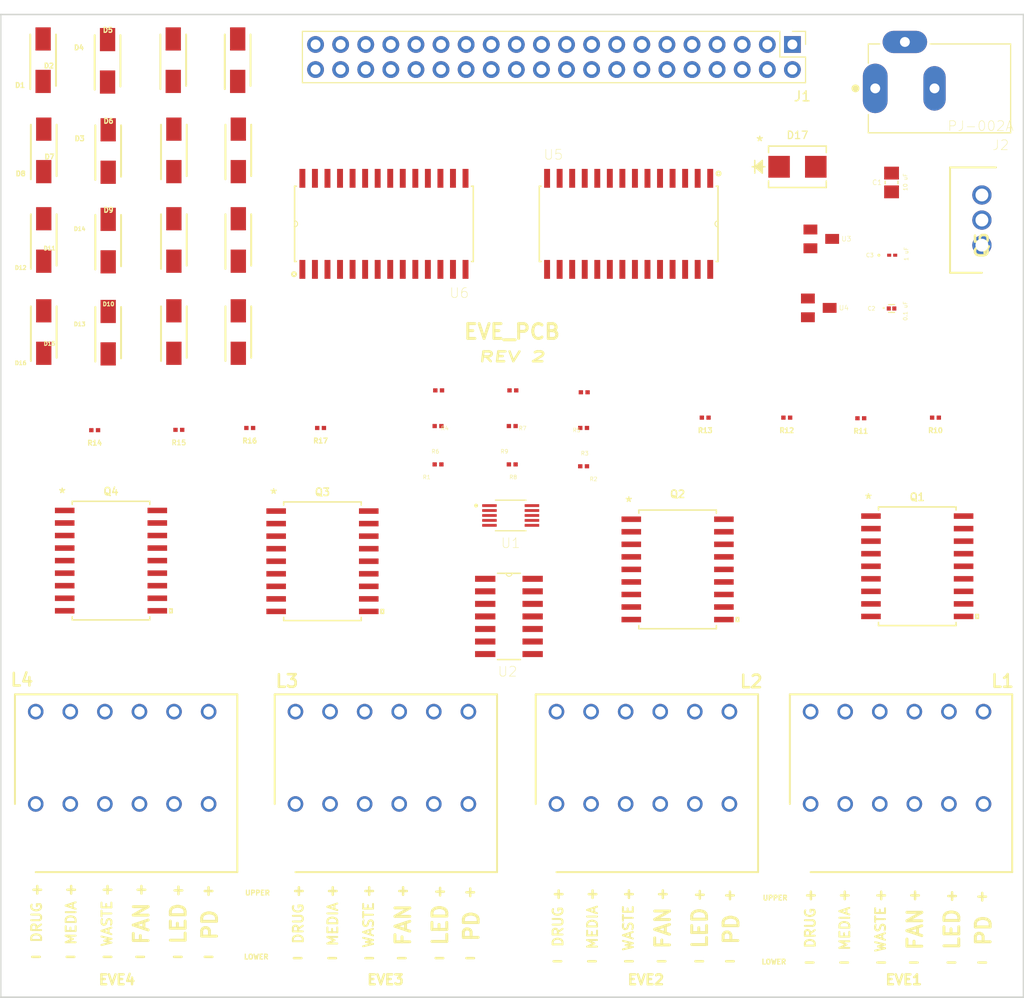
<source format=kicad_pcb>
(kicad_pcb (version 20171130) (host pcbnew "(5.0.2)-1")

  (general
    (thickness 1.6)
    (drawings 86)
    (tracks 0)
    (zones 0)
    (modules 54)
    (nets 127)
  )

  (page A4)
  (layers
    (0 F.Cu signal)
    (31 B.Cu signal)
    (32 B.Adhes user)
    (33 F.Adhes user)
    (34 B.Paste user)
    (35 F.Paste user hide)
    (36 B.SilkS user)
    (37 F.SilkS user)
    (38 B.Mask user)
    (39 F.Mask user)
    (40 Dwgs.User user)
    (41 Cmts.User user)
    (42 Eco1.User user)
    (43 Eco2.User user)
    (44 Edge.Cuts user)
    (45 Margin user)
    (46 B.CrtYd user)
    (47 F.CrtYd user)
    (48 B.Fab user)
    (49 F.Fab user)
  )

  (setup
    (last_trace_width 0.25)
    (trace_clearance 0.2)
    (zone_clearance 0.508)
    (zone_45_only no)
    (trace_min 0.2)
    (segment_width 0.2)
    (edge_width 0.15)
    (via_size 0.8)
    (via_drill 0.4)
    (via_min_size 0.4)
    (via_min_drill 0.3)
    (uvia_size 0.3)
    (uvia_drill 0.1)
    (uvias_allowed no)
    (uvia_min_size 0.2)
    (uvia_min_drill 0.1)
    (pcb_text_width 0.3)
    (pcb_text_size 1.5 1.5)
    (mod_edge_width 0.15)
    (mod_text_size 1 1)
    (mod_text_width 0.15)
    (pad_size 1.524 1.524)
    (pad_drill 0.762)
    (pad_to_mask_clearance 0.051)
    (solder_mask_min_width 0.25)
    (aux_axis_origin 0 0)
    (visible_elements 7FFFF7FF)
    (pcbplotparams
      (layerselection 0x010fc_ffffffff)
      (usegerberextensions false)
      (usegerberattributes false)
      (usegerberadvancedattributes false)
      (creategerberjobfile false)
      (excludeedgelayer true)
      (linewidth 0.100000)
      (plotframeref false)
      (viasonmask false)
      (mode 1)
      (useauxorigin false)
      (hpglpennumber 1)
      (hpglpenspeed 20)
      (hpglpendiameter 15.000000)
      (psnegative false)
      (psa4output false)
      (plotreference true)
      (plotvalue true)
      (plotinvisibletext false)
      (padsonsilk false)
      (subtractmaskfromsilk false)
      (outputformat 1)
      (mirror false)
      (drillshape 1)
      (scaleselection 1)
      (outputdirectory ""))
  )

  (net 0 "")
  (net 1 +12V)
  (net 2 GND)
  (net 3 +5V)
  (net 4 /DAC1/A_DRUGS1)
  (net 5 /DAC1/A_MEDIA1)
  (net 6 /DAC1/A_WASTE1)
  (net 7 /DAC1/A_SFAN1)
  (net 8 /DAC1/A_DRUGS2)
  (net 9 /DAC1/A_MEDIA2)
  (net 10 /DAC1/A_WASTE2)
  (net 11 /DAC1/A_SFAN2)
  (net 12 /DAC2/A_DRUGS3)
  (net 13 /DAC2/A_MEDIA3)
  (net 14 /DAC2/A_WASTE3)
  (net 15 /DAC2/A_SFAN3)
  (net 16 /DAC2/A_DRUGS4)
  (net 17 /DAC2/A_MEDIA4)
  (net 18 /DAC2/A_WASTE4)
  (net 19 /DAC2/A_SFAN4)
  (net 20 "Net-(D17-Pad2)")
  (net 21 +3V3)
  (net 22 "Net-(J1-Pad2)")
  (net 23 /SDA-3.3)
  (net 24 "Net-(J1-Pad4)")
  (net 25 /SCL-3.3)
  (net 26 "Net-(J1-Pad7)")
  (net 27 "Net-(J1-Pad8)")
  (net 28 "Net-(J1-Pad10)")
  (net 29 "Net-(J1-Pad11)")
  (net 30 "Net-(J1-Pad12)")
  (net 31 "Net-(J1-Pad13)")
  (net 32 "Net-(J1-Pad15)")
  (net 33 "Net-(J1-Pad16)")
  (net 34 "Net-(J1-Pad18)")
  (net 35 "Net-(J1-Pad19)")
  (net 36 "Net-(J1-Pad21)")
  (net 37 "Net-(J1-Pad22)")
  (net 38 "Net-(J1-Pad23)")
  (net 39 "Net-(J1-Pad24)")
  (net 40 "Net-(J1-Pad26)")
  (net 41 "Net-(J1-Pad27)")
  (net 42 "Net-(J1-Pad28)")
  (net 43 "Net-(J1-Pad29)")
  (net 44 "Net-(J1-Pad31)")
  (net 45 "Net-(J1-Pad32)")
  (net 46 "Net-(J1-Pad33)")
  (net 47 "Net-(J1-Pad35)")
  (net 48 "Net-(J1-Pad36)")
  (net 49 "Net-(J1-Pad37)")
  (net 50 "Net-(J1-Pad38)")
  (net 51 "Net-(J1-Pad40)")
  (net 52 /DAC1/LED1_NEG)
  (net 53 /PD1_NEG)
  (net 54 /DAC1/LED2_NEG)
  (net 55 /PD2_NEG)
  (net 56 /PD3_NEG)
  (net 57 /DAC2/LED3_NEG)
  (net 58 /PD4_NEG)
  (net 59 /DAC2/LED4_NEG)
  (net 60 /DAC1/A_LED1)
  (net 61 /DAC1/A_FAN1)
  (net 62 "Net-(Q1-Pad12)")
  (net 63 "Net-(Q1-Pad11)")
  (net 64 "Net-(Q1-Pad8)")
  (net 65 "Net-(Q1-Pad7)")
  (net 66 /DAC1/D_SFAN1)
  (net 67 /DAC1/D_FAN1)
  (net 68 /DAC1/D_LED1)
  (net 69 /DAC1/D_WASTE1)
  (net 70 /DAC1/D_MEDIA1)
  (net 71 /DAC1/D_DRUGS1)
  (net 72 /DAC1/D_DRUGS2)
  (net 73 /DAC1/D_MEDIA2)
  (net 74 /DAC1/D_WASTE2)
  (net 75 /DAC1/D_LED2)
  (net 76 /DAC1/D_FAN2)
  (net 77 /DAC1/D_SFAN2)
  (net 78 "Net-(Q2-Pad7)")
  (net 79 "Net-(Q2-Pad8)")
  (net 80 "Net-(Q2-Pad11)")
  (net 81 "Net-(Q2-Pad12)")
  (net 82 /DAC1/A_FAN2)
  (net 83 /DAC1/A_LED2)
  (net 84 /DAC2/A_LED3)
  (net 85 /DAC2/A_FAN3)
  (net 86 "Net-(Q3-Pad12)")
  (net 87 "Net-(Q3-Pad11)")
  (net 88 "Net-(Q3-Pad8)")
  (net 89 "Net-(Q3-Pad7)")
  (net 90 /DAC2/D_SFAN3)
  (net 91 /DAC2/D_FAN3)
  (net 92 /DAC2/D_LED3)
  (net 93 /DAC2/D_WASTE3)
  (net 94 /DAC2/D_MEDIA3)
  (net 95 /DAC2/D_DRUGS3)
  (net 96 /DAC2/D_DRUGS4)
  (net 97 /DAC2/D_MEDIA4)
  (net 98 /DAC2/D_WASTE4)
  (net 99 /DAC2/D_LED4)
  (net 100 /DAC2/D_FAN4)
  (net 101 /DAC2/D_SFAN4)
  (net 102 "Net-(Q4-Pad7)")
  (net 103 "Net-(Q4-Pad8)")
  (net 104 "Net-(Q4-Pad11)")
  (net 105 "Net-(Q4-Pad12)")
  (net 106 /DAC2/A_FAN4)
  (net 107 /DAC2/A_LED4)
  (net 108 /AIN0)
  (net 109 /AIN1)
  (net 110 /AIN2)
  (net 111 /AIN3)
  (net 112 /SCL)
  (net 113 "Net-(R7-Pad2)")
  (net 114 /SDA)
  (net 115 "Net-(U5-Pad28)")
  (net 116 "Net-(U5-Pad27)")
  (net 117 "Net-(U5-Pad20)")
  (net 118 "Net-(U5-Pad19)")
  (net 119 "Net-(U5-Pad8)")
  (net 120 "Net-(U5-Pad7)")
  (net 121 "Net-(U6-Pad7)")
  (net 122 "Net-(U6-Pad8)")
  (net 123 "Net-(U6-Pad19)")
  (net 124 "Net-(U6-Pad20)")
  (net 125 "Net-(U6-Pad27)")
  (net 126 "Net-(U6-Pad28)")

  (net_class Default "This is the default net class."
    (clearance 0.2)
    (trace_width 0.25)
    (via_dia 0.8)
    (via_drill 0.4)
    (uvia_dia 0.3)
    (uvia_drill 0.1)
    (add_net +12V)
    (add_net +3V3)
    (add_net +5V)
    (add_net /AIN0)
    (add_net /AIN1)
    (add_net /AIN2)
    (add_net /AIN3)
    (add_net /DAC1/A_DRUGS1)
    (add_net /DAC1/A_DRUGS2)
    (add_net /DAC1/A_FAN1)
    (add_net /DAC1/A_FAN2)
    (add_net /DAC1/A_LED1)
    (add_net /DAC1/A_LED2)
    (add_net /DAC1/A_MEDIA1)
    (add_net /DAC1/A_MEDIA2)
    (add_net /DAC1/A_SFAN1)
    (add_net /DAC1/A_SFAN2)
    (add_net /DAC1/A_WASTE1)
    (add_net /DAC1/A_WASTE2)
    (add_net /DAC1/D_DRUGS1)
    (add_net /DAC1/D_DRUGS2)
    (add_net /DAC1/D_FAN1)
    (add_net /DAC1/D_FAN2)
    (add_net /DAC1/D_LED1)
    (add_net /DAC1/D_LED2)
    (add_net /DAC1/D_MEDIA1)
    (add_net /DAC1/D_MEDIA2)
    (add_net /DAC1/D_SFAN1)
    (add_net /DAC1/D_SFAN2)
    (add_net /DAC1/D_WASTE1)
    (add_net /DAC1/D_WASTE2)
    (add_net /DAC1/LED1_NEG)
    (add_net /DAC1/LED2_NEG)
    (add_net /DAC2/A_DRUGS3)
    (add_net /DAC2/A_DRUGS4)
    (add_net /DAC2/A_FAN3)
    (add_net /DAC2/A_FAN4)
    (add_net /DAC2/A_LED3)
    (add_net /DAC2/A_LED4)
    (add_net /DAC2/A_MEDIA3)
    (add_net /DAC2/A_MEDIA4)
    (add_net /DAC2/A_SFAN3)
    (add_net /DAC2/A_SFAN4)
    (add_net /DAC2/A_WASTE3)
    (add_net /DAC2/A_WASTE4)
    (add_net /DAC2/D_DRUGS3)
    (add_net /DAC2/D_DRUGS4)
    (add_net /DAC2/D_FAN3)
    (add_net /DAC2/D_FAN4)
    (add_net /DAC2/D_LED3)
    (add_net /DAC2/D_LED4)
    (add_net /DAC2/D_MEDIA3)
    (add_net /DAC2/D_MEDIA4)
    (add_net /DAC2/D_SFAN3)
    (add_net /DAC2/D_SFAN4)
    (add_net /DAC2/D_WASTE3)
    (add_net /DAC2/D_WASTE4)
    (add_net /DAC2/LED3_NEG)
    (add_net /DAC2/LED4_NEG)
    (add_net /PD1_NEG)
    (add_net /PD2_NEG)
    (add_net /PD3_NEG)
    (add_net /PD4_NEG)
    (add_net /SCL)
    (add_net /SCL-3.3)
    (add_net /SDA)
    (add_net /SDA-3.3)
    (add_net GND)
    (add_net "Net-(D17-Pad2)")
    (add_net "Net-(J1-Pad10)")
    (add_net "Net-(J1-Pad11)")
    (add_net "Net-(J1-Pad12)")
    (add_net "Net-(J1-Pad13)")
    (add_net "Net-(J1-Pad15)")
    (add_net "Net-(J1-Pad16)")
    (add_net "Net-(J1-Pad18)")
    (add_net "Net-(J1-Pad19)")
    (add_net "Net-(J1-Pad2)")
    (add_net "Net-(J1-Pad21)")
    (add_net "Net-(J1-Pad22)")
    (add_net "Net-(J1-Pad23)")
    (add_net "Net-(J1-Pad24)")
    (add_net "Net-(J1-Pad26)")
    (add_net "Net-(J1-Pad27)")
    (add_net "Net-(J1-Pad28)")
    (add_net "Net-(J1-Pad29)")
    (add_net "Net-(J1-Pad31)")
    (add_net "Net-(J1-Pad32)")
    (add_net "Net-(J1-Pad33)")
    (add_net "Net-(J1-Pad35)")
    (add_net "Net-(J1-Pad36)")
    (add_net "Net-(J1-Pad37)")
    (add_net "Net-(J1-Pad38)")
    (add_net "Net-(J1-Pad4)")
    (add_net "Net-(J1-Pad40)")
    (add_net "Net-(J1-Pad7)")
    (add_net "Net-(J1-Pad8)")
    (add_net "Net-(Q1-Pad11)")
    (add_net "Net-(Q1-Pad12)")
    (add_net "Net-(Q1-Pad7)")
    (add_net "Net-(Q1-Pad8)")
    (add_net "Net-(Q2-Pad11)")
    (add_net "Net-(Q2-Pad12)")
    (add_net "Net-(Q2-Pad7)")
    (add_net "Net-(Q2-Pad8)")
    (add_net "Net-(Q3-Pad11)")
    (add_net "Net-(Q3-Pad12)")
    (add_net "Net-(Q3-Pad7)")
    (add_net "Net-(Q3-Pad8)")
    (add_net "Net-(Q4-Pad11)")
    (add_net "Net-(Q4-Pad12)")
    (add_net "Net-(Q4-Pad7)")
    (add_net "Net-(Q4-Pad8)")
    (add_net "Net-(R7-Pad2)")
    (add_net "Net-(U5-Pad19)")
    (add_net "Net-(U5-Pad20)")
    (add_net "Net-(U5-Pad27)")
    (add_net "Net-(U5-Pad28)")
    (add_net "Net-(U5-Pad7)")
    (add_net "Net-(U5-Pad8)")
    (add_net "Net-(U6-Pad19)")
    (add_net "Net-(U6-Pad20)")
    (add_net "Net-(U6-Pad27)")
    (add_net "Net-(U6-Pad28)")
    (add_net "Net-(U6-Pad7)")
    (add_net "Net-(U6-Pad8)")
  )

  (module GRM21BR61E106MA73L:CAPC2012X135N (layer F.Cu) (tedit 5CAE0F4F) (tstamp 5DFD97C5)
    (at 177.706346 51.071269 90)
    (path /5CAC5E05)
    (attr smd)
    (fp_text reference C1 (at 0 -1.47 180) (layer F.SilkS)
      (effects (font (size 0.5 0.5) (thickness 0.05)))
    )
    (fp_text value "10 uF" (at 0.03 1.397 90) (layer F.SilkS)
      (effects (font (size 0.4 0.4) (thickness 0.05)))
    )
    (fp_line (start -0.15 0.65) (end 0.15 0.65) (layer F.SilkS) (width 0.127))
    (fp_line (start -0.15 -0.65) (end 0.15 -0.65) (layer F.SilkS) (width 0.127))
    (fp_poly (pts (xy 0.3556 -0.7262) (xy 1.1057 -0.7262) (xy 1.1057 0.7239) (xy 0.3556 0.7239)) (layer Eco2.User) (width 0))
    (fp_poly (pts (xy -1.0922 -0.7262) (xy -0.3421 -0.7262) (xy -0.3421 0.7239) (xy -1.0922 0.7239)) (layer Eco2.User) (width 0))
    (fp_line (start 1.873 -0.983) (end 1.873 0.983) (layer Eco1.User) (width 0.0508))
    (fp_line (start -0.356 0.66) (end 0.381 0.66) (layer Eco2.User) (width 0.1016))
    (fp_line (start -0.381 -0.66) (end 0.381 -0.66) (layer Eco2.User) (width 0.1016))
    (fp_line (start -1.873 0.983) (end -1.873 -0.983) (layer Eco1.User) (width 0.0508))
    (fp_line (start 1.873 0.983) (end -1.873 0.983) (layer Eco1.User) (width 0.0508))
    (fp_line (start -1.873 -0.983) (end 1.873 -0.983) (layer Eco1.User) (width 0.0508))
    (pad 2 smd rect (at 0.95 0 90) (size 1.3 1.5) (layers F.Cu F.Paste F.Mask)
      (net 2 GND))
    (pad 1 smd rect (at -0.95 0 90) (size 1.3 1.5) (layers F.Cu F.Paste F.Mask)
      (net 1 +12V))
  )

  (module GRM0335C1E101JA01D:CAPC0603X39N (layer F.Cu) (tedit 5CAE0FD0) (tstamp 5DFDD8AB)
    (at 177.706346 63.832269)
    (path /5CE50296)
    (attr smd)
    (fp_text reference C2 (at -2.032 0) (layer F.SilkS)
      (effects (font (size 0.4 0.4) (thickness 0.05)))
    )
    (fp_text value "0.1 uF" (at 1.397 0.254 90) (layer F.SilkS)
      (effects (font (size 0.4 0.4) (thickness 0.05)))
    )
    (fp_circle (center -0.8 -0.05) (end -0.75 -0.05) (layer F.SilkS) (width 0.1))
    (fp_line (start 0.64 -0.45) (end -0.64 -0.45) (layer Eco1.User) (width 0.05))
    (fp_line (start 0.64 0.45) (end 0.64 -0.45) (layer Eco1.User) (width 0.05))
    (fp_line (start -0.64 0.45) (end 0.64 0.45) (layer Eco1.User) (width 0.05))
    (fp_line (start -0.64 -0.45) (end -0.64 0.45) (layer Eco1.User) (width 0.05))
    (fp_line (start -0.35 0.2) (end -0.35 -0.2) (layer Eco2.User) (width 0.127))
    (fp_line (start 0.35 0.2) (end -0.35 0.2) (layer Eco2.User) (width 0.127))
    (fp_line (start 0.35 -0.2) (end 0.35 0.2) (layer Eco2.User) (width 0.127))
    (fp_line (start -0.35 -0.2) (end 0.35 -0.2) (layer Eco2.User) (width 0.127))
    (fp_line (start -0.3 0.39) (end 0.3 0.39) (layer F.SilkS) (width 0.127))
    (fp_line (start -0.3 -0.39) (end 0.3 -0.39) (layer F.SilkS) (width 0.127))
    (pad 2 smd rect (at 0.28 0) (size 0.41 0.42) (layers F.Cu F.Paste F.Mask)
      (net 2 GND))
    (pad 1 smd rect (at -0.28 0) (size 0.41 0.42) (layers F.Cu F.Paste F.Mask)
      (net 3 +5V))
  )

  (module footprints:GRM033R71E102KA01D (layer F.Cu) (tedit 5CAE0F60) (tstamp 5DFDD085)
    (at 177.769846 58.434769)
    (path /5CE84515)
    (fp_text reference C3 (at -2.258237 0 180) (layer F.SilkS)
      (effects (font (size 0.4 0.4) (thickness 0.05)))
    )
    (fp_text value "1 uF" (at 1.424763 -0.127 90) (layer F.SilkS)
      (effects (font (size 0.4 0.4) (thickness 0.05)))
    )
    (fp_circle (center -1.3462 0) (end -1.27 0) (layer F.SilkS) (width 0.1524))
    (fp_circle (center -0.1778 0) (end -0.1016 0) (layer F.Fab) (width 0.1524))
    (fp_line (start 0.762 0.4064) (end -0.762 0.4064) (layer F.CrtYd) (width 0.1524))
    (fp_line (start 0.762 -0.4064) (end 0.762 0.4064) (layer F.CrtYd) (width 0.1524))
    (fp_line (start -0.762 -0.4064) (end 0.762 -0.4064) (layer F.CrtYd) (width 0.1524))
    (fp_line (start -0.762 0.4064) (end -0.762 -0.4064) (layer F.CrtYd) (width 0.1524))
    (fp_line (start -0.3048 -0.1524) (end -0.3048 0.1524) (layer F.Fab) (width 0.1524))
    (fp_line (start 0.3048 -0.1524) (end -0.3048 -0.1524) (layer F.Fab) (width 0.1524))
    (fp_line (start 0.3048 0.1524) (end 0.3048 -0.1524) (layer F.Fab) (width 0.1524))
    (fp_line (start -0.3048 0.1524) (end 0.3048 0.1524) (layer F.Fab) (width 0.1524))
    (fp_line (start 0.3048 -0.1524) (end 0.1016 -0.1524) (layer F.Fab) (width 0.1524))
    (fp_line (start 0.3048 0.1524) (end 0.3048 -0.1524) (layer F.Fab) (width 0.1524))
    (fp_line (start 0.1016 0.1524) (end 0.3048 0.1524) (layer F.Fab) (width 0.1524))
    (fp_line (start 0.1016 -0.1524) (end 0.1016 0.1524) (layer F.Fab) (width 0.1524))
    (fp_line (start -0.3048 0.1524) (end -0.1016 0.1524) (layer F.Fab) (width 0.1524))
    (fp_line (start -0.3048 -0.1524) (end -0.3048 0.1524) (layer F.Fab) (width 0.1524))
    (fp_line (start -0.1016 -0.1524) (end -0.3048 -0.1524) (layer F.Fab) (width 0.1524))
    (fp_line (start -0.1016 0.1524) (end -0.1016 -0.1524) (layer F.Fab) (width 0.1524))
    (fp_text user * (at -1.115237 -0.227575) (layer F.Fab)
      (effects (font (size 0.1 0.1) (thickness 0.025)))
    )
    (fp_text user * (at -1.115237 -0.227575) (layer F.SilkS) hide
      (effects (font (size 0.1 0.1) (thickness 0.025)))
    )
    (pad 2 smd rect (at 0.3048 0) (size 0.4064 0.3048) (layers F.Cu F.Paste F.Mask)
      (net 2 GND))
    (pad 1 smd rect (at -0.3048 0) (size 0.4064 0.3048) (layers F.Cu F.Paste F.Mask)
      (net 3 +5V))
  )

  (module SamacSys_Parts:B160-13-F (layer F.Cu) (tedit 5CAD5CA7) (tstamp 5D84B3FA)
    (at 91.842846 38.688269 90)
    (descr SMA)
    (tags Diode)
    (path /5CA7DFAE/5CBAEDCC)
    (attr smd)
    (fp_text reference D1 (at -2.538 -2.338 180) (layer F.SilkS)
      (effects (font (size 0.5 0.5) (thickness 0.125)))
    )
    (fp_text value BAT43 (at 4 0 90) (layer F.SilkS) hide
      (effects (font (size 0.1 0.1) (thickness 0.025)))
    )
    (fp_poly (pts (xy 0.9525 -0.8255) (xy 0.9525 0.8255) (xy 3.3655 0.8255) (xy 3.3655 -0.8255)) (layer F.Mask) (width 0.15))
    (fp_poly (pts (xy -3.3655 -0.762) (xy -3.3655 0.8255) (xy -0.9525 0.8255) (xy -0.9525 -0.762)
      (xy -0.9525 -0.8255) (xy -3.3655 -0.8255)) (layer F.Mask) (width 0.15))
    (fp_line (start -2.598 1.302) (end 2.598 1.302) (layer F.SilkS) (width 0.2))
    (fp_line (start 2.598 -1.302) (end -2.925 -1.302) (layer F.SilkS) (width 0.2))
    (fp_line (start -2.598 -0.528) (end -1.822 -1.302) (layer Dwgs.User) (width 0.1))
    (fp_line (start -2.598 1.302) (end -2.598 -1.302) (layer Dwgs.User) (width 0.1))
    (fp_line (start 2.598 1.302) (end -2.598 1.302) (layer Dwgs.User) (width 0.1))
    (fp_line (start 2.598 -1.302) (end 2.598 1.302) (layer Dwgs.User) (width 0.1))
    (fp_line (start -2.598 -1.302) (end 2.598 -1.302) (layer Dwgs.User) (width 0.1))
    (fp_line (start -3.575 1.71) (end -3.575 -1.71) (layer Dwgs.User) (width 0.05))
    (fp_line (start 3.575 1.71) (end -3.575 1.71) (layer Dwgs.User) (width 0.05))
    (fp_line (start 3.575 -1.71) (end 3.575 1.71) (layer Dwgs.User) (width 0.05))
    (fp_line (start -3.575 -1.71) (end 3.575 -1.71) (layer Dwgs.User) (width 0.05))
    (pad 2 smd rect (at 2.15 0 180) (size 1.55 2.35) (layers F.Cu F.Paste)
      (net 4 /DAC1/A_DRUGS1))
    (pad 1 smd rect (at -2.15 0 180) (size 1.55 2.35) (layers F.Cu F.Paste)
      (net 1 +12V))
  )

  (module SamacSys_Parts:B160-13-F (layer F.Cu) (tedit 5CAD5C56) (tstamp 5D84B40B)
    (at 98.363846 38.751769 90)
    (descr SMA)
    (tags Diode)
    (path /5CA7DFAE/5CBAC3A9)
    (attr smd)
    (fp_text reference D2 (at -0.506 -5.938 180) (layer F.SilkS)
      (effects (font (size 0.5 0.5) (thickness 0.125)))
    )
    (fp_text value BAT43 (at 4 0 90) (layer F.SilkS) hide
      (effects (font (size 0.1 0.1) (thickness 0.025)))
    )
    (fp_poly (pts (xy 0.9525 -0.8255) (xy 0.9525 0.8255) (xy 3.3655 0.8255) (xy 3.3655 -0.8255)) (layer F.Mask) (width 0.15))
    (fp_poly (pts (xy -3.3655 -0.762) (xy -3.3655 0.8255) (xy -0.9525 0.8255) (xy -0.9525 -0.762)
      (xy -0.9525 -0.8255) (xy -3.3655 -0.8255)) (layer F.Mask) (width 0.15))
    (fp_line (start -2.598 1.302) (end 2.598 1.302) (layer F.SilkS) (width 0.2))
    (fp_line (start 2.598 -1.302) (end -2.925 -1.302) (layer F.SilkS) (width 0.2))
    (fp_line (start -2.598 -0.528) (end -1.822 -1.302) (layer Dwgs.User) (width 0.1))
    (fp_line (start -2.598 1.302) (end -2.598 -1.302) (layer Dwgs.User) (width 0.1))
    (fp_line (start 2.598 1.302) (end -2.598 1.302) (layer Dwgs.User) (width 0.1))
    (fp_line (start 2.598 -1.302) (end 2.598 1.302) (layer Dwgs.User) (width 0.1))
    (fp_line (start -2.598 -1.302) (end 2.598 -1.302) (layer Dwgs.User) (width 0.1))
    (fp_line (start -3.575 1.71) (end -3.575 -1.71) (layer Dwgs.User) (width 0.05))
    (fp_line (start 3.575 1.71) (end -3.575 1.71) (layer Dwgs.User) (width 0.05))
    (fp_line (start 3.575 -1.71) (end 3.575 1.71) (layer Dwgs.User) (width 0.05))
    (fp_line (start -3.575 -1.71) (end 3.575 -1.71) (layer Dwgs.User) (width 0.05))
    (pad 2 smd rect (at 2.15 0 180) (size 1.55 2.35) (layers F.Cu F.Paste)
      (net 5 /DAC1/A_MEDIA1))
    (pad 1 smd rect (at -2.15 0 180) (size 1.55 2.35) (layers F.Cu F.Paste)
      (net 1 +12V))
  )

  (module SamacSys_Parts:B160-13-F (layer F.Cu) (tedit 5CAD5D14) (tstamp 5D84B41C)
    (at 105.075346 47.821769 90)
    (descr SMA)
    (tags Diode)
    (path /5CA7DFAE/5CB9FE57)
    (attr smd)
    (fp_text reference D3 (at 1.198 -9.538 180) (layer F.SilkS)
      (effects (font (size 0.5 0.5) (thickness 0.125)))
    )
    (fp_text value BAT43 (at 3.9 0 90) (layer F.SilkS) hide
      (effects (font (size 0.1 0.1) (thickness 0.025)))
    )
    (fp_poly (pts (xy 0.9525 -0.8255) (xy 0.9525 0.8255) (xy 3.3655 0.8255) (xy 3.3655 -0.8255)) (layer F.Mask) (width 0.15))
    (fp_poly (pts (xy -3.3655 -0.762) (xy -3.3655 0.8255) (xy -0.9525 0.8255) (xy -0.9525 -0.762)
      (xy -0.9525 -0.8255) (xy -3.3655 -0.8255)) (layer F.Mask) (width 0.15))
    (fp_line (start -2.598 1.302) (end 2.598 1.302) (layer F.SilkS) (width 0.2))
    (fp_line (start 2.598 -1.302) (end -2.925 -1.302) (layer F.SilkS) (width 0.2))
    (fp_line (start -2.598 -0.528) (end -1.822 -1.302) (layer Dwgs.User) (width 0.1))
    (fp_line (start -2.598 1.302) (end -2.598 -1.302) (layer Dwgs.User) (width 0.1))
    (fp_line (start 2.598 1.302) (end -2.598 1.302) (layer Dwgs.User) (width 0.1))
    (fp_line (start 2.598 -1.302) (end 2.598 1.302) (layer Dwgs.User) (width 0.1))
    (fp_line (start -2.598 -1.302) (end 2.598 -1.302) (layer Dwgs.User) (width 0.1))
    (fp_line (start -3.575 1.71) (end -3.575 -1.71) (layer Dwgs.User) (width 0.05))
    (fp_line (start 3.575 1.71) (end -3.575 1.71) (layer Dwgs.User) (width 0.05))
    (fp_line (start 3.575 -1.71) (end 3.575 1.71) (layer Dwgs.User) (width 0.05))
    (fp_line (start -3.575 -1.71) (end 3.575 -1.71) (layer Dwgs.User) (width 0.05))
    (pad 2 smd rect (at 2.15 0 180) (size 1.55 2.35) (layers F.Cu F.Paste)
      (net 6 /DAC1/A_WASTE1))
    (pad 1 smd rect (at -2.15 0 180) (size 1.55 2.35) (layers F.Cu F.Paste)
      (net 1 +12V))
  )

  (module SamacSys_Parts:B160-13-F (layer F.Cu) (tedit 5CAD5C4E) (tstamp 5D84B42D)
    (at 105.011846 38.688269 90)
    (descr SMA)
    (tags Diode)
    (path /5CA7DFAE/5CB8FF05)
    (attr smd)
    (fp_text reference D4 (at 1.272 -9.538 180) (layer F.SilkS)
      (effects (font (size 0.5 0.5) (thickness 0.125)))
    )
    (fp_text value BAT43 (at 4 0 90) (layer F.SilkS) hide
      (effects (font (size 0.1 0.1) (thickness 0.025)))
    )
    (fp_poly (pts (xy 0.9525 -0.8255) (xy 0.9525 0.8255) (xy 3.3655 0.8255) (xy 3.3655 -0.8255)) (layer F.Mask) (width 0.15))
    (fp_poly (pts (xy -3.3655 -0.762) (xy -3.3655 0.8255) (xy -0.9525 0.8255) (xy -0.9525 -0.762)
      (xy -0.9525 -0.8255) (xy -3.3655 -0.8255)) (layer F.Mask) (width 0.15))
    (fp_line (start -2.598 1.302) (end 2.598 1.302) (layer F.SilkS) (width 0.2))
    (fp_line (start 2.598 -1.302) (end -2.925 -1.302) (layer F.SilkS) (width 0.2))
    (fp_line (start -2.598 -0.528) (end -1.822 -1.302) (layer Dwgs.User) (width 0.1))
    (fp_line (start -2.598 1.302) (end -2.598 -1.302) (layer Dwgs.User) (width 0.1))
    (fp_line (start 2.598 1.302) (end -2.598 1.302) (layer Dwgs.User) (width 0.1))
    (fp_line (start 2.598 -1.302) (end 2.598 1.302) (layer Dwgs.User) (width 0.1))
    (fp_line (start -2.598 -1.302) (end 2.598 -1.302) (layer Dwgs.User) (width 0.1))
    (fp_line (start -3.575 1.71) (end -3.575 -1.71) (layer Dwgs.User) (width 0.05))
    (fp_line (start 3.575 1.71) (end -3.575 1.71) (layer Dwgs.User) (width 0.05))
    (fp_line (start 3.575 -1.71) (end 3.575 1.71) (layer Dwgs.User) (width 0.05))
    (fp_line (start -3.575 -1.71) (end 3.575 -1.71) (layer Dwgs.User) (width 0.05))
    (pad 2 smd rect (at 2.15 0 180) (size 1.55 2.35) (layers F.Cu F.Paste)
      (net 7 /DAC1/A_SFAN1))
    (pad 1 smd rect (at -2.15 0 180) (size 1.55 2.35) (layers F.Cu F.Paste)
      (net 1 +12V))
  )

  (module SamacSys_Parts:B160-13-F (layer F.Cu) (tedit 5CAD57AF) (tstamp 5D84B43E)
    (at 111.532846 38.688269 90)
    (descr SMA)
    (tags Diode)
    (path /5CA7DFAE/5CBD945B)
    (attr smd)
    (fp_text reference D5 (at 3.05 -13.138 180) (layer F.SilkS)
      (effects (font (size 0.5 0.5) (thickness 0.125)))
    )
    (fp_text value BAT43 (at 4 0 90) (layer F.SilkS) hide
      (effects (font (size 0.1 0.1) (thickness 0.025)))
    )
    (fp_poly (pts (xy 0.9525 -0.8255) (xy 0.9525 0.8255) (xy 3.3655 0.8255) (xy 3.3655 -0.8255)) (layer F.Mask) (width 0.15))
    (fp_poly (pts (xy -3.3655 -0.762) (xy -3.3655 0.8255) (xy -0.9525 0.8255) (xy -0.9525 -0.762)
      (xy -0.9525 -0.8255) (xy -3.3655 -0.8255)) (layer F.Mask) (width 0.15))
    (fp_line (start -2.598 1.302) (end 2.598 1.302) (layer F.SilkS) (width 0.2))
    (fp_line (start 2.598 -1.302) (end -2.925 -1.302) (layer F.SilkS) (width 0.2))
    (fp_line (start -2.598 -0.528) (end -1.822 -1.302) (layer Dwgs.User) (width 0.1))
    (fp_line (start -2.598 1.302) (end -2.598 -1.302) (layer Dwgs.User) (width 0.1))
    (fp_line (start 2.598 1.302) (end -2.598 1.302) (layer Dwgs.User) (width 0.1))
    (fp_line (start 2.598 -1.302) (end 2.598 1.302) (layer Dwgs.User) (width 0.1))
    (fp_line (start -2.598 -1.302) (end 2.598 -1.302) (layer Dwgs.User) (width 0.1))
    (fp_line (start -3.575 1.71) (end -3.575 -1.71) (layer Dwgs.User) (width 0.05))
    (fp_line (start 3.575 1.71) (end -3.575 1.71) (layer Dwgs.User) (width 0.05))
    (fp_line (start 3.575 -1.71) (end 3.575 1.71) (layer Dwgs.User) (width 0.05))
    (fp_line (start -3.575 -1.71) (end 3.575 -1.71) (layer Dwgs.User) (width 0.05))
    (pad 2 smd rect (at 2.15 0 180) (size 1.55 2.35) (layers F.Cu F.Paste)
      (net 8 /DAC1/A_DRUGS2))
    (pad 1 smd rect (at -2.15 0 180) (size 1.55 2.35) (layers F.Cu F.Paste)
      (net 1 +12V))
  )

  (module SamacSys_Parts:B160-13-F (layer F.Cu) (tedit 5CAD5D0C) (tstamp 5D84B44F)
    (at 111.596346 47.821769 90)
    (descr SMA)
    (tags Diode)
    (path /5CA7DFAE/5CBD9454)
    (attr smd)
    (fp_text reference D6 (at 2.976 -13.138 180) (layer F.SilkS)
      (effects (font (size 0.5 0.5) (thickness 0.125)))
    )
    (fp_text value BAT43 (at 3.9 0 90) (layer F.SilkS) hide
      (effects (font (size 0.1 0.1) (thickness 0.025)))
    )
    (fp_poly (pts (xy 0.9525 -0.8255) (xy 0.9525 0.8255) (xy 3.3655 0.8255) (xy 3.3655 -0.8255)) (layer F.Mask) (width 0.15))
    (fp_poly (pts (xy -3.3655 -0.762) (xy -3.3655 0.8255) (xy -0.9525 0.8255) (xy -0.9525 -0.762)
      (xy -0.9525 -0.8255) (xy -3.3655 -0.8255)) (layer F.Mask) (width 0.15))
    (fp_line (start -2.598 1.302) (end 2.598 1.302) (layer F.SilkS) (width 0.2))
    (fp_line (start 2.598 -1.302) (end -2.925 -1.302) (layer F.SilkS) (width 0.2))
    (fp_line (start -2.598 -0.528) (end -1.822 -1.302) (layer Dwgs.User) (width 0.1))
    (fp_line (start -2.598 1.302) (end -2.598 -1.302) (layer Dwgs.User) (width 0.1))
    (fp_line (start 2.598 1.302) (end -2.598 1.302) (layer Dwgs.User) (width 0.1))
    (fp_line (start 2.598 -1.302) (end 2.598 1.302) (layer Dwgs.User) (width 0.1))
    (fp_line (start -2.598 -1.302) (end 2.598 -1.302) (layer Dwgs.User) (width 0.1))
    (fp_line (start -3.575 1.71) (end -3.575 -1.71) (layer Dwgs.User) (width 0.05))
    (fp_line (start 3.575 1.71) (end -3.575 1.71) (layer Dwgs.User) (width 0.05))
    (fp_line (start 3.575 -1.71) (end 3.575 1.71) (layer Dwgs.User) (width 0.05))
    (fp_line (start -3.575 -1.71) (end 3.575 -1.71) (layer Dwgs.User) (width 0.05))
    (pad 2 smd rect (at 2.15 0 180) (size 1.55 2.35) (layers F.Cu F.Paste)
      (net 9 /DAC1/A_MEDIA2))
    (pad 1 smd rect (at -2.15 0 180) (size 1.55 2.35) (layers F.Cu F.Paste)
      (net 1 +12V))
  )

  (module SamacSys_Parts:B160-13-F (layer F.Cu) (tedit 5CAD5D21) (tstamp 5D84B460)
    (at 98.427346 47.885269 90)
    (descr SMA)
    (tags Diode)
    (path /5CA7DFAE/5CBD944C)
    (attr smd)
    (fp_text reference D7 (at -0.58 -5.938 180) (layer F.SilkS)
      (effects (font (size 0.5 0.5) (thickness 0.125)))
    )
    (fp_text value BAT43 (at 3.9 0 90) (layer F.SilkS) hide
      (effects (font (size 0.1 0.1) (thickness 0.025)))
    )
    (fp_poly (pts (xy 0.9525 -0.8255) (xy 0.9525 0.8255) (xy 3.3655 0.8255) (xy 3.3655 -0.8255)) (layer F.Mask) (width 0.15))
    (fp_poly (pts (xy -3.3655 -0.762) (xy -3.3655 0.8255) (xy -0.9525 0.8255) (xy -0.9525 -0.762)
      (xy -0.9525 -0.8255) (xy -3.3655 -0.8255)) (layer F.Mask) (width 0.15))
    (fp_line (start -2.598 1.302) (end 2.598 1.302) (layer F.SilkS) (width 0.2))
    (fp_line (start 2.598 -1.302) (end -2.925 -1.302) (layer F.SilkS) (width 0.2))
    (fp_line (start -2.598 -0.528) (end -1.822 -1.302) (layer Dwgs.User) (width 0.1))
    (fp_line (start -2.598 1.302) (end -2.598 -1.302) (layer Dwgs.User) (width 0.1))
    (fp_line (start 2.598 1.302) (end -2.598 1.302) (layer Dwgs.User) (width 0.1))
    (fp_line (start 2.598 -1.302) (end 2.598 1.302) (layer Dwgs.User) (width 0.1))
    (fp_line (start -2.598 -1.302) (end 2.598 -1.302) (layer Dwgs.User) (width 0.1))
    (fp_line (start -3.575 1.71) (end -3.575 -1.71) (layer Dwgs.User) (width 0.05))
    (fp_line (start 3.575 1.71) (end -3.575 1.71) (layer Dwgs.User) (width 0.05))
    (fp_line (start 3.575 -1.71) (end 3.575 1.71) (layer Dwgs.User) (width 0.05))
    (fp_line (start -3.575 -1.71) (end 3.575 -1.71) (layer Dwgs.User) (width 0.05))
    (pad 2 smd rect (at 2.15 0 180) (size 1.55 2.35) (layers F.Cu F.Paste)
      (net 10 /DAC1/A_WASTE2))
    (pad 1 smd rect (at -2.15 0 180) (size 1.55 2.35) (layers F.Cu F.Paste)
      (net 1 +12V))
  )

  (module SamacSys_Parts:B160-13-F (layer F.Cu) (tedit 5CAD5D33) (tstamp 5D84B471)
    (at 91.906346 47.821769 90)
    (descr SMA)
    (tags Diode)
    (path /5CA7DFAE/5CBD943B)
    (attr smd)
    (fp_text reference D8 (at -2.358 -2.338 180) (layer F.SilkS)
      (effects (font (size 0.5 0.5) (thickness 0.125)))
    )
    (fp_text value BAT43 (at 3.9 0 90) (layer F.SilkS) hide
      (effects (font (size 0.1 0.1) (thickness 0.025)))
    )
    (fp_poly (pts (xy 0.9525 -0.8255) (xy 0.9525 0.8255) (xy 3.3655 0.8255) (xy 3.3655 -0.8255)) (layer F.Mask) (width 0.15))
    (fp_poly (pts (xy -3.3655 -0.762) (xy -3.3655 0.8255) (xy -0.9525 0.8255) (xy -0.9525 -0.762)
      (xy -0.9525 -0.8255) (xy -3.3655 -0.8255)) (layer F.Mask) (width 0.15))
    (fp_line (start -2.598 1.302) (end 2.598 1.302) (layer F.SilkS) (width 0.2))
    (fp_line (start 2.598 -1.302) (end -2.925 -1.302) (layer F.SilkS) (width 0.2))
    (fp_line (start -2.598 -0.528) (end -1.822 -1.302) (layer Dwgs.User) (width 0.1))
    (fp_line (start -2.598 1.302) (end -2.598 -1.302) (layer Dwgs.User) (width 0.1))
    (fp_line (start 2.598 1.302) (end -2.598 1.302) (layer Dwgs.User) (width 0.1))
    (fp_line (start 2.598 -1.302) (end 2.598 1.302) (layer Dwgs.User) (width 0.1))
    (fp_line (start -2.598 -1.302) (end 2.598 -1.302) (layer Dwgs.User) (width 0.1))
    (fp_line (start -3.575 1.71) (end -3.575 -1.71) (layer Dwgs.User) (width 0.05))
    (fp_line (start 3.575 1.71) (end -3.575 1.71) (layer Dwgs.User) (width 0.05))
    (fp_line (start 3.575 -1.71) (end 3.575 1.71) (layer Dwgs.User) (width 0.05))
    (fp_line (start -3.575 -1.71) (end 3.575 -1.71) (layer Dwgs.User) (width 0.05))
    (pad 2 smd rect (at 2.15 0 180) (size 1.55 2.35) (layers F.Cu F.Paste)
      (net 11 /DAC1/A_SFAN2))
    (pad 1 smd rect (at -2.15 0 180) (size 1.55 2.35) (layers F.Cu F.Paste)
      (net 1 +12V))
  )

  (module SamacSys_Parts:B160-13-F (layer F.Cu) (tedit 5CAD5ED4) (tstamp 5D84B482)
    (at 111.596346 56.891769 90)
    (descr SMA)
    (tags Diode)
    (path /5CA80A88/5CD886D0)
    (attr smd)
    (fp_text reference D9 (at 3.029 -13.138 180) (layer F.SilkS)
      (effects (font (size 0.5 0.5) (thickness 0.125)))
    )
    (fp_text value BAT43 (at 3.9 0 90) (layer F.SilkS) hide
      (effects (font (size 0.1 0.1) (thickness 0.025)))
    )
    (fp_poly (pts (xy 0.9525 -0.8255) (xy 0.9525 0.8255) (xy 3.3655 0.8255) (xy 3.3655 -0.8255)) (layer F.Mask) (width 0.15))
    (fp_poly (pts (xy -3.3655 -0.762) (xy -3.3655 0.8255) (xy -0.9525 0.8255) (xy -0.9525 -0.762)
      (xy -0.9525 -0.8255) (xy -3.3655 -0.8255)) (layer F.Mask) (width 0.15))
    (fp_line (start -2.598 1.302) (end 2.598 1.302) (layer F.SilkS) (width 0.2))
    (fp_line (start 2.598 -1.302) (end -2.925 -1.302) (layer F.SilkS) (width 0.2))
    (fp_line (start -2.598 -0.528) (end -1.822 -1.302) (layer Dwgs.User) (width 0.1))
    (fp_line (start -2.598 1.302) (end -2.598 -1.302) (layer Dwgs.User) (width 0.1))
    (fp_line (start 2.598 1.302) (end -2.598 1.302) (layer Dwgs.User) (width 0.1))
    (fp_line (start 2.598 -1.302) (end 2.598 1.302) (layer Dwgs.User) (width 0.1))
    (fp_line (start -2.598 -1.302) (end 2.598 -1.302) (layer Dwgs.User) (width 0.1))
    (fp_line (start -3.575 1.71) (end -3.575 -1.71) (layer Dwgs.User) (width 0.05))
    (fp_line (start 3.575 1.71) (end -3.575 1.71) (layer Dwgs.User) (width 0.05))
    (fp_line (start 3.575 -1.71) (end 3.575 1.71) (layer Dwgs.User) (width 0.05))
    (fp_line (start -3.575 -1.71) (end 3.575 -1.71) (layer Dwgs.User) (width 0.05))
    (pad 2 smd rect (at 2.15 0 180) (size 1.55 2.35) (layers F.Cu F.Paste)
      (net 12 /DAC2/A_DRUGS3))
    (pad 1 smd rect (at -2.15 0 180) (size 1.55 2.35) (layers F.Cu F.Paste)
      (net 1 +12V))
  )

  (module SamacSys_Parts:B160-13-F (layer F.Cu) (tedit 5CAD5F6F) (tstamp 5D84B493)
    (at 111.596346 66.215769 90)
    (descr SMA)
    (tags Diode)
    (path /5CA80A88/5CD886C9)
    (attr smd)
    (fp_text reference D10 (at 2.828 -13.138 180) (layer F.SilkS)
      (effects (font (size 0.4 0.4) (thickness 0.1)))
    )
    (fp_text value BAT43 (at 3.9 0 90) (layer F.SilkS) hide
      (effects (font (size 0.1 0.1) (thickness 0.025)))
    )
    (fp_poly (pts (xy 0.9525 -0.8255) (xy 0.9525 0.8255) (xy 3.3655 0.8255) (xy 3.3655 -0.8255)) (layer F.Mask) (width 0.15))
    (fp_poly (pts (xy -3.3655 -0.762) (xy -3.3655 0.8255) (xy -0.9525 0.8255) (xy -0.9525 -0.762)
      (xy -0.9525 -0.8255) (xy -3.3655 -0.8255)) (layer F.Mask) (width 0.15))
    (fp_line (start -2.598 1.302) (end 2.598 1.302) (layer F.SilkS) (width 0.2))
    (fp_line (start 2.598 -1.302) (end -2.925 -1.302) (layer F.SilkS) (width 0.2))
    (fp_line (start -2.598 -0.528) (end -1.822 -1.302) (layer Dwgs.User) (width 0.1))
    (fp_line (start -2.598 1.302) (end -2.598 -1.302) (layer Dwgs.User) (width 0.1))
    (fp_line (start 2.598 1.302) (end -2.598 1.302) (layer Dwgs.User) (width 0.1))
    (fp_line (start 2.598 -1.302) (end 2.598 1.302) (layer Dwgs.User) (width 0.1))
    (fp_line (start -2.598 -1.302) (end 2.598 -1.302) (layer Dwgs.User) (width 0.1))
    (fp_line (start -3.575 1.71) (end -3.575 -1.71) (layer Dwgs.User) (width 0.05))
    (fp_line (start 3.575 1.71) (end -3.575 1.71) (layer Dwgs.User) (width 0.05))
    (fp_line (start 3.575 -1.71) (end 3.575 1.71) (layer Dwgs.User) (width 0.05))
    (fp_line (start -3.575 -1.71) (end 3.575 -1.71) (layer Dwgs.User) (width 0.05))
    (pad 2 smd rect (at 2.15 0 180) (size 1.55 2.35) (layers F.Cu F.Paste)
      (net 13 /DAC2/A_MEDIA3))
    (pad 1 smd rect (at -2.15 0 180) (size 1.55 2.35) (layers F.Cu F.Paste)
      (net 1 +12V))
  )

  (module SamacSys_Parts:B160-13-F (layer F.Cu) (tedit 5CAD5F2C) (tstamp 5D84B4A4)
    (at 98.427346 56.955269 90)
    (descr SMA)
    (tags Diode)
    (path /5CA80A88/5CD886C1)
    (attr smd)
    (fp_text reference D11 (at -0.781 -5.938 180) (layer F.SilkS)
      (effects (font (size 0.4 0.4) (thickness 0.1)))
    )
    (fp_text value BAT43 (at 3.9 0 90) (layer F.SilkS) hide
      (effects (font (size 0.1 0.1) (thickness 0.025)))
    )
    (fp_poly (pts (xy 0.9525 -0.8255) (xy 0.9525 0.8255) (xy 3.3655 0.8255) (xy 3.3655 -0.8255)) (layer F.Mask) (width 0.15))
    (fp_poly (pts (xy -3.3655 -0.762) (xy -3.3655 0.8255) (xy -0.9525 0.8255) (xy -0.9525 -0.762)
      (xy -0.9525 -0.8255) (xy -3.3655 -0.8255)) (layer F.Mask) (width 0.15))
    (fp_line (start -2.598 1.302) (end 2.598 1.302) (layer F.SilkS) (width 0.2))
    (fp_line (start 2.598 -1.302) (end -2.925 -1.302) (layer F.SilkS) (width 0.2))
    (fp_line (start -2.598 -0.528) (end -1.822 -1.302) (layer Dwgs.User) (width 0.1))
    (fp_line (start -2.598 1.302) (end -2.598 -1.302) (layer Dwgs.User) (width 0.1))
    (fp_line (start 2.598 1.302) (end -2.598 1.302) (layer Dwgs.User) (width 0.1))
    (fp_line (start 2.598 -1.302) (end 2.598 1.302) (layer Dwgs.User) (width 0.1))
    (fp_line (start -2.598 -1.302) (end 2.598 -1.302) (layer Dwgs.User) (width 0.1))
    (fp_line (start -3.575 1.71) (end -3.575 -1.71) (layer Dwgs.User) (width 0.05))
    (fp_line (start 3.575 1.71) (end -3.575 1.71) (layer Dwgs.User) (width 0.05))
    (fp_line (start 3.575 -1.71) (end 3.575 1.71) (layer Dwgs.User) (width 0.05))
    (fp_line (start -3.575 -1.71) (end 3.575 -1.71) (layer Dwgs.User) (width 0.05))
    (pad 2 smd rect (at 2.15 0 180) (size 1.55 2.35) (layers F.Cu F.Paste)
      (net 14 /DAC2/A_WASTE3))
    (pad 1 smd rect (at -2.15 0 180) (size 1.55 2.35) (layers F.Cu F.Paste)
      (net 1 +12V))
  )

  (module SamacSys_Parts:B160-13-F (layer F.Cu) (tedit 5CAD5F39) (tstamp 5D84B4B5)
    (at 91.906346 56.891769 90)
    (descr SMA)
    (tags Diode)
    (path /5CA80A88/5CD886AF)
    (attr smd)
    (fp_text reference D12 (at -2.813 -2.338 180) (layer F.SilkS)
      (effects (font (size 0.4 0.4) (thickness 0.1)))
    )
    (fp_text value BAT43 (at 3.9 0 90) (layer F.SilkS) hide
      (effects (font (size 0.1 0.1) (thickness 0.025)))
    )
    (fp_poly (pts (xy 0.9525 -0.8255) (xy 0.9525 0.8255) (xy 3.3655 0.8255) (xy 3.3655 -0.8255)) (layer F.Mask) (width 0.15))
    (fp_poly (pts (xy -3.3655 -0.762) (xy -3.3655 0.8255) (xy -0.9525 0.8255) (xy -0.9525 -0.762)
      (xy -0.9525 -0.8255) (xy -3.3655 -0.8255)) (layer F.Mask) (width 0.15))
    (fp_line (start -2.598 1.302) (end 2.598 1.302) (layer F.SilkS) (width 0.2))
    (fp_line (start 2.598 -1.302) (end -2.925 -1.302) (layer F.SilkS) (width 0.2))
    (fp_line (start -2.598 -0.528) (end -1.822 -1.302) (layer Dwgs.User) (width 0.1))
    (fp_line (start -2.598 1.302) (end -2.598 -1.302) (layer Dwgs.User) (width 0.1))
    (fp_line (start 2.598 1.302) (end -2.598 1.302) (layer Dwgs.User) (width 0.1))
    (fp_line (start 2.598 -1.302) (end 2.598 1.302) (layer Dwgs.User) (width 0.1))
    (fp_line (start -2.598 -1.302) (end 2.598 -1.302) (layer Dwgs.User) (width 0.1))
    (fp_line (start -3.575 1.71) (end -3.575 -1.71) (layer Dwgs.User) (width 0.05))
    (fp_line (start 3.575 1.71) (end -3.575 1.71) (layer Dwgs.User) (width 0.05))
    (fp_line (start 3.575 -1.71) (end 3.575 1.71) (layer Dwgs.User) (width 0.05))
    (fp_line (start -3.575 -1.71) (end 3.575 -1.71) (layer Dwgs.User) (width 0.05))
    (pad 2 smd rect (at 2.15 0 180) (size 1.55 2.35) (layers F.Cu F.Paste)
      (net 15 /DAC2/A_SFAN3))
    (pad 1 smd rect (at -2.15 0 180) (size 1.55 2.35) (layers F.Cu F.Paste)
      (net 1 +12V))
  )

  (module SamacSys_Parts:B160-13-F (layer F.Cu) (tedit 5CAD5F7A) (tstamp 5D84B4C6)
    (at 105.075346 66.215769 90)
    (descr SMA)
    (tags Diode)
    (path /5CA80A88/5CD88712)
    (attr smd)
    (fp_text reference D13 (at 0.796 -9.538 180) (layer F.SilkS)
      (effects (font (size 0.4 0.4) (thickness 0.1)))
    )
    (fp_text value BAT43 (at 3.9 0 90) (layer F.SilkS) hide
      (effects (font (size 0.1 0.1) (thickness 0.025)))
    )
    (fp_poly (pts (xy 0.9525 -0.8255) (xy 0.9525 0.8255) (xy 3.3655 0.8255) (xy 3.3655 -0.8255)) (layer F.Mask) (width 0.15))
    (fp_poly (pts (xy -3.3655 -0.762) (xy -3.3655 0.8255) (xy -0.9525 0.8255) (xy -0.9525 -0.762)
      (xy -0.9525 -0.8255) (xy -3.3655 -0.8255)) (layer F.Mask) (width 0.15))
    (fp_line (start -2.598 1.302) (end 2.598 1.302) (layer F.SilkS) (width 0.2))
    (fp_line (start 2.598 -1.302) (end -2.925 -1.302) (layer F.SilkS) (width 0.2))
    (fp_line (start -2.598 -0.528) (end -1.822 -1.302) (layer Dwgs.User) (width 0.1))
    (fp_line (start -2.598 1.302) (end -2.598 -1.302) (layer Dwgs.User) (width 0.1))
    (fp_line (start 2.598 1.302) (end -2.598 1.302) (layer Dwgs.User) (width 0.1))
    (fp_line (start 2.598 -1.302) (end 2.598 1.302) (layer Dwgs.User) (width 0.1))
    (fp_line (start -2.598 -1.302) (end 2.598 -1.302) (layer Dwgs.User) (width 0.1))
    (fp_line (start -3.575 1.71) (end -3.575 -1.71) (layer Dwgs.User) (width 0.05))
    (fp_line (start 3.575 1.71) (end -3.575 1.71) (layer Dwgs.User) (width 0.05))
    (fp_line (start 3.575 -1.71) (end 3.575 1.71) (layer Dwgs.User) (width 0.05))
    (fp_line (start -3.575 -1.71) (end 3.575 -1.71) (layer Dwgs.User) (width 0.05))
    (pad 2 smd rect (at 2.15 0 180) (size 1.55 2.35) (layers F.Cu F.Paste)
      (net 16 /DAC2/A_DRUGS4))
    (pad 1 smd rect (at -2.15 0 180) (size 1.55 2.35) (layers F.Cu F.Paste)
      (net 1 +12V))
  )

  (module SamacSys_Parts:B160-13-F (layer F.Cu) (tedit 5CAD5F23) (tstamp 5D84B4D7)
    (at 105.075346 56.891769 90)
    (descr SMA)
    (tags Diode)
    (path /5CA80A88/5CD8870B)
    (attr smd)
    (fp_text reference D14 (at 1.124 -9.538 180) (layer F.SilkS)
      (effects (font (size 0.4 0.4) (thickness 0.1)))
    )
    (fp_text value BAT43 (at 3.9 0 90) (layer F.SilkS) hide
      (effects (font (size 0.1 0.1) (thickness 0.025)))
    )
    (fp_poly (pts (xy 0.9525 -0.8255) (xy 0.9525 0.8255) (xy 3.3655 0.8255) (xy 3.3655 -0.8255)) (layer F.Mask) (width 0.15))
    (fp_poly (pts (xy -3.3655 -0.762) (xy -3.3655 0.8255) (xy -0.9525 0.8255) (xy -0.9525 -0.762)
      (xy -0.9525 -0.8255) (xy -3.3655 -0.8255)) (layer F.Mask) (width 0.15))
    (fp_line (start -2.598 1.302) (end 2.598 1.302) (layer F.SilkS) (width 0.2))
    (fp_line (start 2.598 -1.302) (end -2.925 -1.302) (layer F.SilkS) (width 0.2))
    (fp_line (start -2.598 -0.528) (end -1.822 -1.302) (layer Dwgs.User) (width 0.1))
    (fp_line (start -2.598 1.302) (end -2.598 -1.302) (layer Dwgs.User) (width 0.1))
    (fp_line (start 2.598 1.302) (end -2.598 1.302) (layer Dwgs.User) (width 0.1))
    (fp_line (start 2.598 -1.302) (end 2.598 1.302) (layer Dwgs.User) (width 0.1))
    (fp_line (start -2.598 -1.302) (end 2.598 -1.302) (layer Dwgs.User) (width 0.1))
    (fp_line (start -3.575 1.71) (end -3.575 -1.71) (layer Dwgs.User) (width 0.05))
    (fp_line (start 3.575 1.71) (end -3.575 1.71) (layer Dwgs.User) (width 0.05))
    (fp_line (start 3.575 -1.71) (end 3.575 1.71) (layer Dwgs.User) (width 0.05))
    (fp_line (start -3.575 -1.71) (end 3.575 -1.71) (layer Dwgs.User) (width 0.05))
    (pad 2 smd rect (at 2.15 0 180) (size 1.55 2.35) (layers F.Cu F.Paste)
      (net 17 /DAC2/A_MEDIA4))
    (pad 1 smd rect (at -2.15 0 180) (size 1.55 2.35) (layers F.Cu F.Paste)
      (net 1 +12V))
  )

  (module SamacSys_Parts:B160-13-F (layer F.Cu) (tedit 5CAD5F82) (tstamp 5D84B4E8)
    (at 98.427346 66.279269 90)
    (descr SMA)
    (tags Diode)
    (path /5CA80A88/5CD88703)
    (attr smd)
    (fp_text reference D15 (at -1.109 -5.938 180) (layer F.SilkS)
      (effects (font (size 0.4 0.4) (thickness 0.1)))
    )
    (fp_text value BAT43 (at 3.9 0 90) (layer F.SilkS) hide
      (effects (font (size 0.1 0.1) (thickness 0.025)))
    )
    (fp_poly (pts (xy 0.9525 -0.8255) (xy 0.9525 0.8255) (xy 3.3655 0.8255) (xy 3.3655 -0.8255)) (layer F.Mask) (width 0.15))
    (fp_poly (pts (xy -3.3655 -0.762) (xy -3.3655 0.8255) (xy -0.9525 0.8255) (xy -0.9525 -0.762)
      (xy -0.9525 -0.8255) (xy -3.3655 -0.8255)) (layer F.Mask) (width 0.15))
    (fp_line (start -2.598 1.302) (end 2.598 1.302) (layer F.SilkS) (width 0.2))
    (fp_line (start 2.598 -1.302) (end -2.925 -1.302) (layer F.SilkS) (width 0.2))
    (fp_line (start -2.598 -0.528) (end -1.822 -1.302) (layer Dwgs.User) (width 0.1))
    (fp_line (start -2.598 1.302) (end -2.598 -1.302) (layer Dwgs.User) (width 0.1))
    (fp_line (start 2.598 1.302) (end -2.598 1.302) (layer Dwgs.User) (width 0.1))
    (fp_line (start 2.598 -1.302) (end 2.598 1.302) (layer Dwgs.User) (width 0.1))
    (fp_line (start -2.598 -1.302) (end 2.598 -1.302) (layer Dwgs.User) (width 0.1))
    (fp_line (start -3.575 1.71) (end -3.575 -1.71) (layer Dwgs.User) (width 0.05))
    (fp_line (start 3.575 1.71) (end -3.575 1.71) (layer Dwgs.User) (width 0.05))
    (fp_line (start 3.575 -1.71) (end 3.575 1.71) (layer Dwgs.User) (width 0.05))
    (fp_line (start -3.575 -1.71) (end 3.575 -1.71) (layer Dwgs.User) (width 0.05))
    (pad 2 smd rect (at 2.15 0 180) (size 1.55 2.35) (layers F.Cu F.Paste)
      (net 18 /DAC2/A_WASTE4))
    (pad 1 smd rect (at -2.15 0 180) (size 1.55 2.35) (layers F.Cu F.Paste)
      (net 1 +12V))
  )

  (module SamacSys_Parts:B160-13-F (layer F.Cu) (tedit 5CAD5F8F) (tstamp 5DCD2199)
    (at 91.906346 66.215769 90)
    (descr SMA)
    (tags Diode)
    (path /5CA80A88/5CD886F2)
    (attr smd)
    (fp_text reference D16 (at -3.141 -2.338 180) (layer F.SilkS)
      (effects (font (size 0.4 0.4) (thickness 0.1)))
    )
    (fp_text value BAT43 (at 3.9 0 90) (layer F.SilkS) hide
      (effects (font (size 0.1 0.1) (thickness 0.025)))
    )
    (fp_poly (pts (xy 0.9525 -0.8255) (xy 0.9525 0.8255) (xy 3.3655 0.8255) (xy 3.3655 -0.8255)) (layer F.Mask) (width 0.15))
    (fp_poly (pts (xy -3.3655 -0.762) (xy -3.3655 0.8255) (xy -0.9525 0.8255) (xy -0.9525 -0.762)
      (xy -0.9525 -0.8255) (xy -3.3655 -0.8255)) (layer F.Mask) (width 0.15))
    (fp_line (start -2.598 1.302) (end 2.598 1.302) (layer F.SilkS) (width 0.2))
    (fp_line (start 2.598 -1.302) (end -2.925 -1.302) (layer F.SilkS) (width 0.2))
    (fp_line (start -2.598 -0.528) (end -1.822 -1.302) (layer Dwgs.User) (width 0.1))
    (fp_line (start -2.598 1.302) (end -2.598 -1.302) (layer Dwgs.User) (width 0.1))
    (fp_line (start 2.598 1.302) (end -2.598 1.302) (layer Dwgs.User) (width 0.1))
    (fp_line (start 2.598 -1.302) (end 2.598 1.302) (layer Dwgs.User) (width 0.1))
    (fp_line (start -2.598 -1.302) (end 2.598 -1.302) (layer Dwgs.User) (width 0.1))
    (fp_line (start -3.575 1.71) (end -3.575 -1.71) (layer Dwgs.User) (width 0.05))
    (fp_line (start 3.575 1.71) (end -3.575 1.71) (layer Dwgs.User) (width 0.05))
    (fp_line (start 3.575 -1.71) (end 3.575 1.71) (layer Dwgs.User) (width 0.05))
    (fp_line (start -3.575 -1.71) (end 3.575 -1.71) (layer Dwgs.User) (width 0.05))
    (pad 2 smd rect (at 2.15 0 180) (size 1.55 2.35) (layers F.Cu F.Paste)
      (net 19 /DAC2/A_SFAN4))
    (pad 1 smd rect (at -2.15 0 180) (size 1.55 2.35) (layers F.Cu F.Paste)
      (net 1 +12V))
  )

  (module footprints:S1KB-13-F (layer F.Cu) (tedit 5CAD1AE7) (tstamp 5DFD971A)
    (at 168.181346 49.481269)
    (path /5CE0AEF1)
    (fp_text reference D17 (at 0 -3.2) (layer F.SilkS)
      (effects (font (size 0.75 0.75) (thickness 0.125)))
    )
    (fp_text value S1KB (at 1.5 2.8) (layer F.SilkS) hide
      (effects (font (size 0.5 0.5) (thickness 0.0625)))
    )
    (fp_line (start -3.049 1.359) (end -3.2014 1.359) (layer F.CrtYd) (width 0.1524))
    (fp_line (start -3.049 2.224) (end -3.049 1.359) (layer F.CrtYd) (width 0.1524))
    (fp_line (start 3.049 2.224) (end -3.049 2.224) (layer F.CrtYd) (width 0.1524))
    (fp_line (start 3.049 1.359) (end 3.049 2.224) (layer F.CrtYd) (width 0.1524))
    (fp_line (start 3.2014 1.359) (end 3.049 1.359) (layer F.CrtYd) (width 0.1524))
    (fp_line (start 3.2014 -1.359) (end 3.2014 1.359) (layer F.CrtYd) (width 0.1524))
    (fp_line (start 3.049 -1.359) (end 3.2014 -1.359) (layer F.CrtYd) (width 0.1524))
    (fp_line (start 3.049 -2.224) (end 3.049 -1.359) (layer F.CrtYd) (width 0.1524))
    (fp_line (start -3.049 -2.224) (end 3.049 -2.224) (layer F.CrtYd) (width 0.1524))
    (fp_line (start -3.049 -1.359) (end -3.049 -2.224) (layer F.CrtYd) (width 0.1524))
    (fp_line (start -3.2014 -1.359) (end -3.049 -1.359) (layer F.CrtYd) (width 0.1524))
    (fp_line (start -3.2014 1.359) (end -3.2014 -1.359) (layer F.CrtYd) (width 0.1524))
    (fp_line (start 2.922001 -1.43774) (end 2.922001 -2.097) (layer F.SilkS) (width 0.1524))
    (fp_line (start -2.922001 1.43774) (end -2.922001 2.097) (layer F.SilkS) (width 0.1524))
    (fp_line (start -2.795001 -1.97) (end -2.795001 1.97) (layer F.Fab) (width 0.1524))
    (fp_line (start 2.795001 -1.97) (end -2.795001 -1.97) (layer F.Fab) (width 0.1524))
    (fp_line (start 2.795001 1.97) (end 2.795001 -1.97) (layer F.Fab) (width 0.1524))
    (fp_line (start -2.795001 1.97) (end 2.795001 1.97) (layer F.Fab) (width 0.1524))
    (fp_line (start -2.922001 -2.097) (end -2.922001 -1.43774) (layer F.SilkS) (width 0.1524))
    (fp_line (start 2.922001 -2.097) (end -2.922001 -2.097) (layer F.SilkS) (width 0.1524))
    (fp_line (start 2.922001 2.097) (end 2.922001 1.43774) (layer F.SilkS) (width 0.1524))
    (fp_line (start -2.922001 2.097) (end 2.922001 2.097) (layer F.SilkS) (width 0.1524))
    (fp_line (start -3.557001 -0.635) (end -3.557001 0.635) (layer F.SilkS) (width 0.1524))
    (fp_line (start -4.319001 0) (end -3.557001 0.127) (layer F.SilkS) (width 0.1524))
    (fp_line (start -4.319001 0) (end -3.557001 0.254) (layer F.SilkS) (width 0.1524))
    (fp_line (start -4.319001 0) (end -3.557001 0.381) (layer F.SilkS) (width 0.1524))
    (fp_line (start -4.319001 0) (end -3.557001 0.508) (layer F.SilkS) (width 0.1524))
    (fp_line (start -4.319001 0) (end -3.557001 0.635) (layer F.SilkS) (width 0.1524))
    (fp_line (start -4.319001 0) (end -3.557001 -0.127) (layer F.SilkS) (width 0.1524))
    (fp_line (start -4.319001 0) (end -3.557001 -0.254) (layer F.SilkS) (width 0.1524))
    (fp_line (start -4.319001 0) (end -3.557001 -0.381) (layer F.SilkS) (width 0.1524))
    (fp_line (start -4.319001 0) (end -3.557001 -0.508) (layer F.SilkS) (width 0.1524))
    (fp_line (start -4.319001 0) (end -3.557001 -0.635) (layer F.SilkS) (width 0.1524))
    (fp_line (start -4.319001 -0.635) (end -4.319001 0.635) (layer F.SilkS) (width 0.1524))
    (fp_line (start -3.303001 0) (end -4.573001 0) (layer F.SilkS) (width 0.1524))
    (fp_line (start -3.557001 -0.635) (end -3.557001 0.635) (layer F.Fab) (width 0.1524))
    (fp_line (start -4.319001 0) (end -3.557001 0.127) (layer F.Fab) (width 0.1524))
    (fp_line (start -4.319001 0) (end -3.557001 0.254) (layer F.Fab) (width 0.1524))
    (fp_line (start -4.319001 0) (end -3.557001 0.381) (layer F.Fab) (width 0.1524))
    (fp_line (start -4.319001 0) (end -3.557001 0.508) (layer F.Fab) (width 0.1524))
    (fp_line (start -4.319001 0) (end -3.557001 0.635) (layer F.Fab) (width 0.1524))
    (fp_line (start -4.319001 0) (end -3.557001 -0.127) (layer F.Fab) (width 0.1524))
    (fp_line (start -4.319001 0) (end -3.557001 -0.254) (layer F.Fab) (width 0.1524))
    (fp_line (start -4.319001 0) (end -3.557001 -0.381) (layer F.Fab) (width 0.1524))
    (fp_line (start -4.319001 0) (end -3.557001 -0.508) (layer F.Fab) (width 0.1524))
    (fp_line (start -4.319001 0) (end -3.557001 -0.635) (layer F.Fab) (width 0.1524))
    (fp_line (start -4.319001 -0.635) (end -4.319001 0.635) (layer F.Fab) (width 0.1524))
    (fp_line (start -3.303001 0) (end -4.573001 0) (layer F.Fab) (width 0.1524))
    (fp_text user * (at -3.81 -2.54) (layer F.Fab)
      (effects (font (size 1 1) (thickness 0.15)))
    )
    (fp_text user * (at -3.81 -2.54) (layer F.SilkS)
      (effects (font (size 1 1) (thickness 0.15)))
    )
    (pad 2 smd rect (at 1.8572 0 90) (size 2.21 2.1804) (layers F.Cu F.Paste F.Mask)
      (net 20 "Net-(D17-Pad2)"))
    (pad 1 smd rect (at -1.8572 0 90) (size 2.21 2.1804) (layers F.Cu F.Paste F.Mask)
      (net 1 +12V))
  )

  (module Connector_PinHeader_2.54mm:PinHeader_2x20_P2.54mm_Vertical (layer F.Cu) (tedit 5CAD56B0) (tstamp 5D84B570)
    (at 167.673346 37.098769 270)
    (descr "Through hole straight pin header, 2x20, 2.54mm pitch, double rows")
    (tags "Through hole pin header THT 2x20 2.54mm double row")
    (path /5CAE0D0F)
    (fp_text reference J1 (at 5.25 -1) (layer F.SilkS)
      (effects (font (size 1 1) (thickness 0.15)))
    )
    (fp_text value Raspberry_Pi_2_3 (at 5.446231 43.657846) (layer F.Fab)
      (effects (font (size 1 1) (thickness 0.15)))
    )
    (fp_text user %R (at -3.656 -0.862) (layer F.Fab)
      (effects (font (size 1 1) (thickness 0.15)))
    )
    (fp_line (start 4.35 -1.8) (end -1.8 -1.8) (layer F.CrtYd) (width 0.05))
    (fp_line (start 4.35 50.05) (end 4.35 -1.8) (layer F.CrtYd) (width 0.05))
    (fp_line (start -1.8 50.05) (end 4.35 50.05) (layer F.CrtYd) (width 0.05))
    (fp_line (start -1.8 -1.8) (end -1.8 50.05) (layer F.CrtYd) (width 0.05))
    (fp_line (start -1.33 -1.33) (end 0 -1.33) (layer F.SilkS) (width 0.12))
    (fp_line (start -1.33 0) (end -1.33 -1.33) (layer F.SilkS) (width 0.12))
    (fp_line (start 1.27 -1.33) (end 3.87 -1.33) (layer F.SilkS) (width 0.12))
    (fp_line (start 1.27 1.27) (end 1.27 -1.33) (layer F.SilkS) (width 0.12))
    (fp_line (start -1.33 1.27) (end 1.27 1.27) (layer F.SilkS) (width 0.12))
    (fp_line (start 3.87 -1.33) (end 3.87 49.59) (layer F.SilkS) (width 0.12))
    (fp_line (start -1.33 1.27) (end -1.33 49.59) (layer F.SilkS) (width 0.12))
    (fp_line (start -1.33 49.59) (end 3.87 49.59) (layer F.SilkS) (width 0.12))
    (fp_line (start -1.27 0) (end 0 -1.27) (layer F.Fab) (width 0.1))
    (fp_line (start -1.27 49.53) (end -1.27 0) (layer F.Fab) (width 0.1))
    (fp_line (start 3.81 49.53) (end -1.27 49.53) (layer F.Fab) (width 0.1))
    (fp_line (start 3.81 -1.27) (end 3.81 49.53) (layer F.Fab) (width 0.1))
    (fp_line (start 0 -1.27) (end 3.81 -1.27) (layer F.Fab) (width 0.1))
    (pad 40 thru_hole oval (at 2.54 48.26 270) (size 1.7 1.7) (drill 1) (layers *.Cu *.Mask)
      (net 51 "Net-(J1-Pad40)"))
    (pad 39 thru_hole oval (at 0 48.26 270) (size 1.7 1.7) (drill 1) (layers *.Cu *.Mask)
      (net 2 GND))
    (pad 38 thru_hole oval (at 2.54 45.72 270) (size 1.7 1.7) (drill 1) (layers *.Cu *.Mask)
      (net 50 "Net-(J1-Pad38)"))
    (pad 37 thru_hole oval (at 0 45.72 270) (size 1.7 1.7) (drill 1) (layers *.Cu *.Mask)
      (net 49 "Net-(J1-Pad37)"))
    (pad 36 thru_hole oval (at 2.54 43.18 270) (size 1.7 1.7) (drill 1) (layers *.Cu *.Mask)
      (net 48 "Net-(J1-Pad36)"))
    (pad 35 thru_hole oval (at 0 43.18 270) (size 1.7 1.7) (drill 1) (layers *.Cu *.Mask)
      (net 47 "Net-(J1-Pad35)"))
    (pad 34 thru_hole oval (at 2.54 40.64 270) (size 1.7 1.7) (drill 1) (layers *.Cu *.Mask)
      (net 2 GND))
    (pad 33 thru_hole oval (at 0 40.64 270) (size 1.7 1.7) (drill 1) (layers *.Cu *.Mask)
      (net 46 "Net-(J1-Pad33)"))
    (pad 32 thru_hole oval (at 2.54 38.1 270) (size 1.7 1.7) (drill 1) (layers *.Cu *.Mask)
      (net 45 "Net-(J1-Pad32)"))
    (pad 31 thru_hole oval (at 0 38.1 270) (size 1.7 1.7) (drill 1) (layers *.Cu *.Mask)
      (net 44 "Net-(J1-Pad31)"))
    (pad 30 thru_hole oval (at 2.54 35.56 270) (size 1.7 1.7) (drill 1) (layers *.Cu *.Mask)
      (net 2 GND))
    (pad 29 thru_hole oval (at 0 35.56 270) (size 1.7 1.7) (drill 1) (layers *.Cu *.Mask)
      (net 43 "Net-(J1-Pad29)"))
    (pad 28 thru_hole oval (at 2.54 33.02 270) (size 1.7 1.7) (drill 1) (layers *.Cu *.Mask)
      (net 42 "Net-(J1-Pad28)"))
    (pad 27 thru_hole oval (at 0 33.02 270) (size 1.7 1.7) (drill 1) (layers *.Cu *.Mask)
      (net 41 "Net-(J1-Pad27)"))
    (pad 26 thru_hole oval (at 2.54 30.48 270) (size 1.7 1.7) (drill 1) (layers *.Cu *.Mask)
      (net 40 "Net-(J1-Pad26)"))
    (pad 25 thru_hole oval (at 0 30.48 270) (size 1.7 1.7) (drill 1) (layers *.Cu *.Mask)
      (net 2 GND))
    (pad 24 thru_hole oval (at 2.54 27.94 270) (size 1.7 1.7) (drill 1) (layers *.Cu *.Mask)
      (net 39 "Net-(J1-Pad24)"))
    (pad 23 thru_hole oval (at 0 27.94 270) (size 1.7 1.7) (drill 1) (layers *.Cu *.Mask)
      (net 38 "Net-(J1-Pad23)"))
    (pad 22 thru_hole oval (at 2.54 25.4 270) (size 1.7 1.7) (drill 1) (layers *.Cu *.Mask)
      (net 37 "Net-(J1-Pad22)"))
    (pad 21 thru_hole oval (at 0 25.4 270) (size 1.7 1.7) (drill 1) (layers *.Cu *.Mask)
      (net 36 "Net-(J1-Pad21)"))
    (pad 20 thru_hole oval (at 2.54 22.86 270) (size 1.7 1.7) (drill 1) (layers *.Cu *.Mask)
      (net 2 GND))
    (pad 19 thru_hole oval (at 0 22.86 270) (size 1.7 1.7) (drill 1) (layers *.Cu *.Mask)
      (net 35 "Net-(J1-Pad19)"))
    (pad 18 thru_hole oval (at 2.54 20.32 270) (size 1.7 1.7) (drill 1) (layers *.Cu *.Mask)
      (net 34 "Net-(J1-Pad18)"))
    (pad 17 thru_hole oval (at 0 20.32 270) (size 1.7 1.7) (drill 1) (layers *.Cu *.Mask)
      (net 21 +3V3))
    (pad 16 thru_hole oval (at 2.54 17.78 270) (size 1.7 1.7) (drill 1) (layers *.Cu *.Mask)
      (net 33 "Net-(J1-Pad16)"))
    (pad 15 thru_hole oval (at 0 17.78 270) (size 1.7 1.7) (drill 1) (layers *.Cu *.Mask)
      (net 32 "Net-(J1-Pad15)"))
    (pad 14 thru_hole oval (at 2.54 15.24 270) (size 1.7 1.7) (drill 1) (layers *.Cu *.Mask)
      (net 2 GND))
    (pad 13 thru_hole oval (at 0 15.24 270) (size 1.7 1.7) (drill 1) (layers *.Cu *.Mask)
      (net 31 "Net-(J1-Pad13)"))
    (pad 12 thru_hole oval (at 2.54 12.7 270) (size 1.7 1.7) (drill 1) (layers *.Cu *.Mask)
      (net 30 "Net-(J1-Pad12)"))
    (pad 11 thru_hole oval (at 0 12.7 270) (size 1.7 1.7) (drill 1) (layers *.Cu *.Mask)
      (net 29 "Net-(J1-Pad11)"))
    (pad 10 thru_hole oval (at 2.54 10.16 270) (size 1.7 1.7) (drill 1) (layers *.Cu *.Mask)
      (net 28 "Net-(J1-Pad10)"))
    (pad 9 thru_hole oval (at 0 10.16 270) (size 1.7 1.7) (drill 1) (layers *.Cu *.Mask)
      (net 2 GND))
    (pad 8 thru_hole oval (at 2.54 7.62 270) (size 1.7 1.7) (drill 1) (layers *.Cu *.Mask)
      (net 27 "Net-(J1-Pad8)"))
    (pad 7 thru_hole oval (at 0 7.62 270) (size 1.7 1.7) (drill 1) (layers *.Cu *.Mask)
      (net 26 "Net-(J1-Pad7)"))
    (pad 6 thru_hole oval (at 2.54 5.08 270) (size 1.7 1.7) (drill 1) (layers *.Cu *.Mask)
      (net 2 GND))
    (pad 5 thru_hole oval (at 0 5.08 270) (size 1.7 1.7) (drill 1) (layers *.Cu *.Mask)
      (net 25 /SCL-3.3))
    (pad 4 thru_hole oval (at 2.54 2.54 270) (size 1.7 1.7) (drill 1) (layers *.Cu *.Mask)
      (net 24 "Net-(J1-Pad4)"))
    (pad 3 thru_hole oval (at 0 2.54 270) (size 1.7 1.7) (drill 1) (layers *.Cu *.Mask)
      (net 23 /SDA-3.3))
    (pad 2 thru_hole oval (at 2.54 0 270) (size 1.7 1.7) (drill 1) (layers *.Cu *.Mask)
      (net 22 "Net-(J1-Pad2)"))
    (pad 1 thru_hole rect (at 0 0 270) (size 1.7 1.7) (drill 1) (layers *.Cu *.Mask)
      (net 21 +3V3))
    (model ${KISYS3DMOD}/Connector_PinHeader_2.54mm.3dshapes/PinHeader_2x20_P2.54mm_Vertical.wrl
      (at (xyz 0 0 0))
      (scale (xyz 1 1 1))
      (rotate (xyz 0 0 0))
    )
  )

  (module PJ-002A:CUI_PJ-002A (layer F.Cu) (tedit 5CAD56A1) (tstamp 5D84B59A)
    (at 176.055346 41.543769)
    (path /5CDD2B8F)
    (fp_text reference J2 (at 12.7 5.75) (layer F.SilkS)
      (effects (font (size 1.00083 1.00083) (thickness 0.05)))
    )
    (fp_text value PJ-002A (at 10.668 3.81) (layer F.SilkS)
      (effects (font (size 1.00118 1.00118) (thickness 0.05)))
    )
    (fp_line (start -1.55 2.35) (end -1 2.35) (layer Eco1.User) (width 0.05))
    (fp_line (start -1.55 -2.25) (end -1.55 2.35) (layer Eco1.User) (width 0.05))
    (fp_line (start -1 -2.25) (end -1.55 -2.25) (layer Eco1.User) (width 0.05))
    (fp_line (start -1 -2.25) (end -1 -4.75) (layer Eco1.User) (width 0.05))
    (fp_circle (center -2 0) (end -1.8 0) (layer F.SilkS) (width 0.4))
    (fp_line (start -1 4.75) (end -1 2.35) (layer Eco1.User) (width 0.05))
    (fp_line (start 14 4.75) (end -1 4.75) (layer Eco1.User) (width 0.05))
    (fp_line (start 14 -4.75) (end 14 4.75) (layer Eco1.User) (width 0.05))
    (fp_line (start 5.55 -4.75) (end 14 -4.75) (layer Eco1.User) (width 0.05))
    (fp_line (start 5.55 -6.1) (end 5.55 -4.75) (layer Eco1.User) (width 0.05))
    (fp_line (start 0.45 -6.1) (end 5.55 -6.1) (layer Eco1.User) (width 0.05))
    (fp_line (start 0.45 -4.75) (end 0.45 -6.1) (layer Eco1.User) (width 0.05))
    (fp_line (start -1 -4.75) (end 0.45 -4.75) (layer Eco1.User) (width 0.05))
    (fp_line (start -0.7 -2.55) (end -0.7 -4.5) (layer F.SilkS) (width 0.127))
    (fp_line (start 5.55 -4.5) (end 13.7 -4.5) (layer F.SilkS) (width 0.127))
    (fp_line (start -0.7 4.5) (end -0.7 2.65) (layer F.SilkS) (width 0.127))
    (fp_line (start -0.7 -4.5) (end 0.45 -4.5) (layer F.SilkS) (width 0.127))
    (fp_line (start 13.7 4.5) (end -0.7 4.5) (layer F.SilkS) (width 0.127))
    (fp_line (start 13.7 -4.5) (end 13.7 4.5) (layer F.SilkS) (width 0.127))
    (fp_line (start -0.7 4.5) (end -0.7 -4.5) (layer Eco2.User) (width 0.127))
    (fp_line (start 13.7 4.5) (end -0.7 4.5) (layer Eco2.User) (width 0.127))
    (fp_line (start 13.7 -4.5) (end 13.7 4.5) (layer Eco2.User) (width 0.127))
    (fp_line (start -0.7 -4.5) (end 13.7 -4.5) (layer Eco2.User) (width 0.127))
    (fp_line (start 4.5 -4.2) (end 1.5 -4.2) (layer Edge.Cuts) (width 0.0001))
    (fp_line (start 4.5 -5.2) (end 4.5 -4.2) (layer Edge.Cuts) (width 0.0001))
    (fp_line (start 1.5 -5.2) (end 4.5 -5.2) (layer Edge.Cuts) (width 0.0001))
    (fp_line (start 1.5 -4.2) (end 1.5 -5.2) (layer Edge.Cuts) (width 0.0001))
    (fp_line (start 6.5 -1.5) (end 6.5 1.5) (layer Edge.Cuts) (width 0.0001))
    (fp_line (start 5.5 -1.5) (end 6.5 -1.5) (layer Edge.Cuts) (width 0.0001))
    (fp_line (start 5.5 1.5) (end 5.5 -1.5) (layer Edge.Cuts) (width 0.0001))
    (fp_line (start 6.5 1.5) (end 5.5 1.5) (layer Edge.Cuts) (width 0.0001))
    (fp_line (start 0.5 -1.75) (end 0.5 1.75) (layer Edge.Cuts) (width 0.0001))
    (fp_line (start -0.5 -1.75) (end 0.5 -1.75) (layer Edge.Cuts) (width 0.0001))
    (fp_line (start -0.5 1.75) (end -0.5 -1.75) (layer Edge.Cuts) (width 0.0001))
    (fp_line (start 0.5 1.75) (end -0.5 1.75) (layer Edge.Cuts) (width 0.0001))
    (pad 3 thru_hole oval (at 3 -4.7 180) (size 4.5 2.25) (drill 1) (layers *.Cu *.Mask)
      (net 2 GND))
    (pad 2 thru_hole oval (at 6 0 90) (size 4.5 2.25) (drill 1) (layers *.Cu *.Mask)
      (net 2 GND))
    (pad 1 thru_hole oval (at 0 0 90) (size 5 2.5) (drill 1) (layers *.Cu *.Mask)
      (net 20 "Net-(D17-Pad2)"))
  )

  (module SamacSys_Parts:1841539 (layer F.Cu) (tedit 5CAE0502) (tstamp 5DCD0B23)
    (at 169.514846 114)
    (descr 1841539)
    (tags Inductor)
    (path /5CA7DFAE/5CB34BB6)
    (fp_text reference L1 (at 19.431 -12.446 unlocked) (layer F.SilkS)
      (effects (font (size 1.27 1.27) (thickness 0.254)))
    )
    (fp_text value SHDR12W60P935X350_2X6_2250X1800X2420P (at 8.983654 6.271731) (layer F.SilkS) hide
      (effects (font (size 0.5 0.5) (thickness 0.125)))
    )
    (fp_line (start -2.1 -11.1) (end -2.1 0) (layer F.SilkS) (width 0.2))
    (fp_line (start 20.4 -11.1) (end -2.1 -11.1) (layer F.SilkS) (width 0.2))
    (fp_line (start 20.4 6.9) (end 20.4 -11.1) (layer F.SilkS) (width 0.2))
    (fp_line (start 0 6.9) (end 20.4 6.9) (layer F.SilkS) (width 0.2))
    (fp_line (start 20.4 6.9) (end -2.1 6.9) (layer Dwgs.User) (width 0.1))
    (fp_line (start 20.4 -11.1) (end 20.4 6.9) (layer Dwgs.User) (width 0.1))
    (fp_line (start -2.1 -11.1) (end 20.4 -11.1) (layer Dwgs.User) (width 0.1))
    (fp_line (start -2.1 6.9) (end -2.1 -11.1) (layer Dwgs.User) (width 0.1))
    (fp_line (start 20.65 7.15) (end -2.35 7.15) (layer Dwgs.User) (width 0.05))
    (fp_line (start 20.65 -11.35) (end 20.65 7.15) (layer Dwgs.User) (width 0.05))
    (fp_line (start -2.35 -11.35) (end 20.65 -11.35) (layer Dwgs.User) (width 0.05))
    (fp_line (start -2.35 7.15) (end -2.35 -11.35) (layer Dwgs.User) (width 0.05))
    (pad 12 thru_hole circle (at 17.5 -9.35) (size 1.575 1.575) (drill 1.05) (layers *.Cu *.Mask)
      (net 2 GND))
    (pad 6 thru_hole circle (at 17.5 0) (size 1.575 1.575) (drill 1.05) (layers *.Cu *.Mask)
      (net 53 /PD1_NEG))
    (pad 11 thru_hole circle (at 14 -9.35) (size 1.575 1.575) (drill 1.05) (layers *.Cu *.Mask)
      (net 1 +12V))
    (pad 5 thru_hole circle (at 14 0) (size 1.575 1.575) (drill 1.05) (layers *.Cu *.Mask)
      (net 52 /DAC1/LED1_NEG))
    (pad 10 thru_hole circle (at 10.5 -9.35) (size 1.575 1.575) (drill 1.05) (layers *.Cu *.Mask)
      (net 1 +12V))
    (pad 4 thru_hole circle (at 10.5 0) (size 1.575 1.575) (drill 1.05) (layers *.Cu *.Mask)
      (net 7 /DAC1/A_SFAN1))
    (pad 9 thru_hole circle (at 7 -9.35) (size 1.575 1.575) (drill 1.05) (layers *.Cu *.Mask)
      (net 1 +12V))
    (pad 3 thru_hole circle (at 7 0) (size 1.575 1.575) (drill 1.05) (layers *.Cu *.Mask)
      (net 6 /DAC1/A_WASTE1))
    (pad 8 thru_hole circle (at 3.5 -9.35) (size 1.575 1.575) (drill 1.05) (layers *.Cu *.Mask)
      (net 1 +12V))
    (pad 2 thru_hole circle (at 3.5 0) (size 1.575 1.575) (drill 1.05) (layers *.Cu *.Mask)
      (net 5 /DAC1/A_MEDIA1))
    (pad 7 thru_hole circle (at 0 -9.35) (size 1.575 1.575) (drill 1.05) (layers *.Cu *.Mask)
      (net 1 +12V))
    (pad 1 thru_hole circle (at 0 0) (size 1.575 1.575) (drill 1.05) (layers *.Cu *.Mask)
      (net 4 /DAC1/A_DRUGS1))
  )

  (module SamacSys_Parts:1841539 (layer F.Cu) (tedit 5CAD13A5) (tstamp 5D84B5D2)
    (at 143.797346 114)
    (descr 1841539)
    (tags Inductor)
    (path /5CA7DFAE/5CC2A178)
    (fp_text reference L2 (at 19.715154 -12.4) (layer F.SilkS)
      (effects (font (size 1.27 1.27) (thickness 0.254)))
    )
    (fp_text value SHDR12W60P935X350_2X6_2250X1800X2420P (at 9.174154 6.271731) (layer F.SilkS) hide
      (effects (font (size 0.5 0.5) (thickness 0.125)))
    )
    (fp_line (start -2.1 -11.1) (end -2.1 0) (layer F.SilkS) (width 0.2))
    (fp_line (start 20.4 -11.1) (end -2.1 -11.1) (layer F.SilkS) (width 0.2))
    (fp_line (start 20.4 6.9) (end 20.4 -11.1) (layer F.SilkS) (width 0.2))
    (fp_line (start 0 6.9) (end 20.4 6.9) (layer F.SilkS) (width 0.2))
    (fp_line (start 20.4 6.9) (end -2.1 6.9) (layer Dwgs.User) (width 0.1))
    (fp_line (start 20.4 -11.1) (end 20.4 6.9) (layer Dwgs.User) (width 0.1))
    (fp_line (start -2.1 -11.1) (end 20.4 -11.1) (layer Dwgs.User) (width 0.1))
    (fp_line (start -2.1 6.9) (end -2.1 -11.1) (layer Dwgs.User) (width 0.1))
    (fp_line (start 20.65 7.15) (end -2.35 7.15) (layer Dwgs.User) (width 0.05))
    (fp_line (start 20.65 -11.35) (end 20.65 7.15) (layer Dwgs.User) (width 0.05))
    (fp_line (start -2.35 -11.35) (end 20.65 -11.35) (layer Dwgs.User) (width 0.05))
    (fp_line (start -2.35 7.15) (end -2.35 -11.35) (layer Dwgs.User) (width 0.05))
    (pad 12 thru_hole circle (at 17.5 -9.35) (size 1.575 1.575) (drill 1.05) (layers *.Cu *.Mask)
      (net 2 GND))
    (pad 6 thru_hole circle (at 17.5 0) (size 1.575 1.575) (drill 1.05) (layers *.Cu *.Mask)
      (net 55 /PD2_NEG))
    (pad 11 thru_hole circle (at 14 -9.35) (size 1.575 1.575) (drill 1.05) (layers *.Cu *.Mask)
      (net 1 +12V))
    (pad 5 thru_hole circle (at 14 0) (size 1.575 1.575) (drill 1.05) (layers *.Cu *.Mask)
      (net 54 /DAC1/LED2_NEG))
    (pad 10 thru_hole circle (at 10.5 -9.35) (size 1.575 1.575) (drill 1.05) (layers *.Cu *.Mask)
      (net 1 +12V))
    (pad 4 thru_hole circle (at 10.5 0) (size 1.575 1.575) (drill 1.05) (layers *.Cu *.Mask)
      (net 11 /DAC1/A_SFAN2))
    (pad 9 thru_hole circle (at 7 -9.35) (size 1.575 1.575) (drill 1.05) (layers *.Cu *.Mask)
      (net 1 +12V))
    (pad 3 thru_hole circle (at 7 0) (size 1.575 1.575) (drill 1.05) (layers *.Cu *.Mask)
      (net 10 /DAC1/A_WASTE2))
    (pad 8 thru_hole circle (at 3.5 -9.35) (size 1.575 1.575) (drill 1.05) (layers *.Cu *.Mask)
      (net 1 +12V))
    (pad 2 thru_hole circle (at 3.5 0) (size 1.575 1.575) (drill 1.05) (layers *.Cu *.Mask)
      (net 9 /DAC1/A_MEDIA2))
    (pad 7 thru_hole circle (at 0 -9.35) (size 1.575 1.575) (drill 1.05) (layers *.Cu *.Mask)
      (net 1 +12V))
    (pad 1 thru_hole circle (at 0 0) (size 1.575 1.575) (drill 1.05) (layers *.Cu *.Mask)
      (net 8 /DAC1/A_DRUGS2))
  )

  (module SamacSys_Parts:1841539 (layer F.Cu) (tedit 5CAD13A5) (tstamp 5DFDBECD)
    (at 117.381346 114)
    (descr 1841539)
    (tags Inductor)
    (path /5CA80A88/5CD88638)
    (fp_text reference L3 (at -0.858846 -12.446) (layer F.SilkS)
      (effects (font (size 1.27 1.27) (thickness 0.254)))
    )
    (fp_text value SHDR12W60P935X350_2X6_2250X1800X2420P (at 9.301154 6.144731) (layer F.SilkS) hide
      (effects (font (size 0.5 0.5) (thickness 0.125)))
    )
    (fp_line (start -2.1 -11.1) (end -2.1 0) (layer F.SilkS) (width 0.2))
    (fp_line (start 20.4 -11.1) (end -2.1 -11.1) (layer F.SilkS) (width 0.2))
    (fp_line (start 20.4 6.9) (end 20.4 -11.1) (layer F.SilkS) (width 0.2))
    (fp_line (start 0 6.9) (end 20.4 6.9) (layer F.SilkS) (width 0.2))
    (fp_line (start 20.4 6.9) (end -2.1 6.9) (layer Dwgs.User) (width 0.1))
    (fp_line (start 20.4 -11.1) (end 20.4 6.9) (layer Dwgs.User) (width 0.1))
    (fp_line (start -2.1 -11.1) (end 20.4 -11.1) (layer Dwgs.User) (width 0.1))
    (fp_line (start -2.1 6.9) (end -2.1 -11.1) (layer Dwgs.User) (width 0.1))
    (fp_line (start 20.65 7.15) (end -2.35 7.15) (layer Dwgs.User) (width 0.05))
    (fp_line (start 20.65 -11.35) (end 20.65 7.15) (layer Dwgs.User) (width 0.05))
    (fp_line (start -2.35 -11.35) (end 20.65 -11.35) (layer Dwgs.User) (width 0.05))
    (fp_line (start -2.35 7.15) (end -2.35 -11.35) (layer Dwgs.User) (width 0.05))
    (pad 12 thru_hole circle (at 17.5 -9.35) (size 1.575 1.575) (drill 1.05) (layers *.Cu *.Mask)
      (net 2 GND))
    (pad 6 thru_hole circle (at 17.5 0) (size 1.575 1.575) (drill 1.05) (layers *.Cu *.Mask)
      (net 56 /PD3_NEG))
    (pad 11 thru_hole circle (at 14 -9.35) (size 1.575 1.575) (drill 1.05) (layers *.Cu *.Mask)
      (net 1 +12V))
    (pad 5 thru_hole circle (at 14 0) (size 1.575 1.575) (drill 1.05) (layers *.Cu *.Mask)
      (net 57 /DAC2/LED3_NEG))
    (pad 10 thru_hole circle (at 10.5 -9.35) (size 1.575 1.575) (drill 1.05) (layers *.Cu *.Mask)
      (net 1 +12V))
    (pad 4 thru_hole circle (at 10.5 0) (size 1.575 1.575) (drill 1.05) (layers *.Cu *.Mask)
      (net 15 /DAC2/A_SFAN3))
    (pad 9 thru_hole circle (at 7 -9.35) (size 1.575 1.575) (drill 1.05) (layers *.Cu *.Mask)
      (net 1 +12V))
    (pad 3 thru_hole circle (at 7 0) (size 1.575 1.575) (drill 1.05) (layers *.Cu *.Mask)
      (net 14 /DAC2/A_WASTE3))
    (pad 8 thru_hole circle (at 3.5 -9.35) (size 1.575 1.575) (drill 1.05) (layers *.Cu *.Mask)
      (net 1 +12V))
    (pad 2 thru_hole circle (at 3.5 0) (size 1.575 1.575) (drill 1.05) (layers *.Cu *.Mask)
      (net 13 /DAC2/A_MEDIA3))
    (pad 7 thru_hole circle (at 0 -9.35) (size 1.575 1.575) (drill 1.05) (layers *.Cu *.Mask)
      (net 1 +12V))
    (pad 1 thru_hole circle (at 0 0) (size 1.575 1.575) (drill 1.05) (layers *.Cu *.Mask)
      (net 12 /DAC2/A_DRUGS3))
  )

  (module SamacSys_Parts:1841539 (layer F.Cu) (tedit 5CAD13A5) (tstamp 5D84B60A)
    (at 91.092346 114)
    (descr 1841539)
    (tags Inductor)
    (path /5CA80A88/5CD8877F)
    (fp_text reference L4 (at -1.397 -12.573) (layer F.SilkS)
      (effects (font (size 1.27 1.27) (thickness 0.254)))
    )
    (fp_text value SHDR12W60P935X350_2X6_2250X1800X2420P (at 9.047154 6.208231) (layer F.SilkS) hide
      (effects (font (size 0.5 0.5) (thickness 0.125)))
    )
    (fp_line (start -2.1 -11.1) (end -2.1 0) (layer F.SilkS) (width 0.2))
    (fp_line (start 20.4 -11.1) (end -2.1 -11.1) (layer F.SilkS) (width 0.2))
    (fp_line (start 20.4 6.9) (end 20.4 -11.1) (layer F.SilkS) (width 0.2))
    (fp_line (start 0 6.9) (end 20.4 6.9) (layer F.SilkS) (width 0.2))
    (fp_line (start 20.4 6.9) (end -2.1 6.9) (layer Dwgs.User) (width 0.1))
    (fp_line (start 20.4 -11.1) (end 20.4 6.9) (layer Dwgs.User) (width 0.1))
    (fp_line (start -2.1 -11.1) (end 20.4 -11.1) (layer Dwgs.User) (width 0.1))
    (fp_line (start -2.1 6.9) (end -2.1 -11.1) (layer Dwgs.User) (width 0.1))
    (fp_line (start 20.65 7.15) (end -2.35 7.15) (layer Dwgs.User) (width 0.05))
    (fp_line (start 20.65 -11.35) (end 20.65 7.15) (layer Dwgs.User) (width 0.05))
    (fp_line (start -2.35 -11.35) (end 20.65 -11.35) (layer Dwgs.User) (width 0.05))
    (fp_line (start -2.35 7.15) (end -2.35 -11.35) (layer Dwgs.User) (width 0.05))
    (pad 12 thru_hole circle (at 17.5 -9.35) (size 1.575 1.575) (drill 1.05) (layers *.Cu *.Mask)
      (net 2 GND))
    (pad 6 thru_hole circle (at 17.5 0) (size 1.575 1.575) (drill 1.05) (layers *.Cu *.Mask)
      (net 58 /PD4_NEG))
    (pad 11 thru_hole circle (at 14 -9.35) (size 1.575 1.575) (drill 1.05) (layers *.Cu *.Mask)
      (net 1 +12V))
    (pad 5 thru_hole circle (at 14 0) (size 1.575 1.575) (drill 1.05) (layers *.Cu *.Mask)
      (net 59 /DAC2/LED4_NEG))
    (pad 10 thru_hole circle (at 10.5 -9.35) (size 1.575 1.575) (drill 1.05) (layers *.Cu *.Mask)
      (net 1 +12V))
    (pad 4 thru_hole circle (at 10.5 0) (size 1.575 1.575) (drill 1.05) (layers *.Cu *.Mask)
      (net 19 /DAC2/A_SFAN4))
    (pad 9 thru_hole circle (at 7 -9.35) (size 1.575 1.575) (drill 1.05) (layers *.Cu *.Mask)
      (net 1 +12V))
    (pad 3 thru_hole circle (at 7 0) (size 1.575 1.575) (drill 1.05) (layers *.Cu *.Mask)
      (net 18 /DAC2/A_WASTE4))
    (pad 8 thru_hole circle (at 3.5 -9.35) (size 1.575 1.575) (drill 1.05) (layers *.Cu *.Mask)
      (net 1 +12V))
    (pad 2 thru_hole circle (at 3.5 0) (size 1.575 1.575) (drill 1.05) (layers *.Cu *.Mask)
      (net 17 /DAC2/A_MEDIA4))
    (pad 7 thru_hole circle (at 0 -9.35) (size 1.575 1.575) (drill 1.05) (layers *.Cu *.Mask)
      (net 1 +12V))
    (pad 1 thru_hole circle (at 0 0) (size 1.575 1.575) (drill 1.05) (layers *.Cu *.Mask)
      (net 16 /DAC2/A_DRUGS4))
  )

  (module footprints:ULN2803ADWR (layer F.Cu) (tedit 5CADFFD9) (tstamp 5DFD8686)
    (at 180.309846 89.930769)
    (path /5CA7DFAE/5CB34DEA)
    (fp_text reference Q1 (at 0 -7) (layer F.SilkS)
      (effects (font (size 0.75 0.75) (thickness 0.15)))
    )
    (fp_text value DW18 (at 0 0) (layer F.SilkS) hide
      (effects (font (size 0.5 0.5) (thickness 0.125)))
    )
    (fp_arc (start 0 -5.8801) (end 0.3048 -5.8801) (angle 180) (layer F.Fab) (width 0.1524))
    (fp_line (start -4.0513 5.6134) (end -5.9309 5.6134) (layer F.CrtYd) (width 0.1524))
    (fp_line (start -4.0513 6.1341) (end -4.0513 5.6134) (layer F.CrtYd) (width 0.1524))
    (fp_line (start 4.0513 6.1341) (end -4.0513 6.1341) (layer F.CrtYd) (width 0.1524))
    (fp_line (start 4.0513 5.6134) (end 4.0513 6.1341) (layer F.CrtYd) (width 0.1524))
    (fp_line (start 5.9309 5.6134) (end 4.0513 5.6134) (layer F.CrtYd) (width 0.1524))
    (fp_line (start 5.9309 -5.6134) (end 5.9309 5.6134) (layer F.CrtYd) (width 0.1524))
    (fp_line (start 4.0513 -5.6134) (end 5.9309 -5.6134) (layer F.CrtYd) (width 0.1524))
    (fp_line (start 4.0513 -6.1341) (end 4.0513 -5.6134) (layer F.CrtYd) (width 0.1524))
    (fp_line (start -4.0513 -6.1341) (end 4.0513 -6.1341) (layer F.CrtYd) (width 0.1524))
    (fp_line (start -4.0513 -5.6134) (end -4.0513 -6.1341) (layer F.CrtYd) (width 0.1524))
    (fp_line (start -5.9309 -5.6134) (end -4.0513 -5.6134) (layer F.CrtYd) (width 0.1524))
    (fp_line (start -5.9309 5.6134) (end -5.9309 -5.6134) (layer F.CrtYd) (width 0.1524))
    (fp_line (start 5.9309 4.8895) (end 6.1849 4.8895) (layer F.SilkS) (width 0.1524))
    (fp_line (start 5.9309 5.2705) (end 5.9309 4.8895) (layer F.SilkS) (width 0.1524))
    (fp_line (start 6.1849 5.2705) (end 5.9309 5.2705) (layer F.SilkS) (width 0.1524))
    (fp_line (start 6.1849 4.8895) (end 6.1849 5.2705) (layer F.SilkS) (width 0.1524))
    (fp_line (start 3.9243 -5.69214) (end 3.9243 -6.0071) (layer F.SilkS) (width 0.1524))
    (fp_line (start -3.9243 5.69214) (end -3.9243 6.0071) (layer F.SilkS) (width 0.1524))
    (fp_line (start -3.7973 -5.8801) (end -3.7973 5.8801) (layer F.Fab) (width 0.1524))
    (fp_line (start 3.7973 -5.8801) (end -3.7973 -5.8801) (layer F.Fab) (width 0.1524))
    (fp_line (start 3.7973 5.8801) (end 3.7973 -5.8801) (layer F.Fab) (width 0.1524))
    (fp_line (start -3.7973 5.8801) (end 3.7973 5.8801) (layer F.Fab) (width 0.1524))
    (fp_line (start -3.9243 -6.0071) (end -3.9243 -5.69214) (layer F.SilkS) (width 0.1524))
    (fp_line (start 3.9243 -6.0071) (end -3.9243 -6.0071) (layer F.SilkS) (width 0.1524))
    (fp_line (start 3.9243 6.0071) (end 3.9243 5.69214) (layer F.SilkS) (width 0.1524))
    (fp_line (start -3.9243 6.0071) (end 3.9243 6.0071) (layer F.SilkS) (width 0.1524))
    (fp_line (start 5.3213 -5.334) (end 3.7973 -5.334) (layer F.Fab) (width 0.1524))
    (fp_line (start 5.3213 -4.826) (end 5.3213 -5.334) (layer F.Fab) (width 0.1524))
    (fp_line (start 3.7973 -4.826) (end 5.3213 -4.826) (layer F.Fab) (width 0.1524))
    (fp_line (start 3.7973 -5.334) (end 3.7973 -4.826) (layer F.Fab) (width 0.1524))
    (fp_line (start 5.3213 -4.064) (end 3.7973 -4.064) (layer F.Fab) (width 0.1524))
    (fp_line (start 5.3213 -3.556) (end 5.3213 -4.064) (layer F.Fab) (width 0.1524))
    (fp_line (start 3.7973 -3.556) (end 5.3213 -3.556) (layer F.Fab) (width 0.1524))
    (fp_line (start 3.7973 -4.064) (end 3.7973 -3.556) (layer F.Fab) (width 0.1524))
    (fp_line (start 5.3213 -2.794) (end 3.7973 -2.794) (layer F.Fab) (width 0.1524))
    (fp_line (start 5.3213 -2.286) (end 5.3213 -2.794) (layer F.Fab) (width 0.1524))
    (fp_line (start 3.7973 -2.286) (end 5.3213 -2.286) (layer F.Fab) (width 0.1524))
    (fp_line (start 3.7973 -2.794) (end 3.7973 -2.286) (layer F.Fab) (width 0.1524))
    (fp_line (start 5.3213 -1.524) (end 3.7973 -1.524) (layer F.Fab) (width 0.1524))
    (fp_line (start 5.3213 -1.016) (end 5.3213 -1.524) (layer F.Fab) (width 0.1524))
    (fp_line (start 3.7973 -1.016) (end 5.3213 -1.016) (layer F.Fab) (width 0.1524))
    (fp_line (start 3.7973 -1.524) (end 3.7973 -1.016) (layer F.Fab) (width 0.1524))
    (fp_line (start 5.3213 -0.254) (end 3.7973 -0.254) (layer F.Fab) (width 0.1524))
    (fp_line (start 5.3213 0.254) (end 5.3213 -0.254) (layer F.Fab) (width 0.1524))
    (fp_line (start 3.7973 0.254) (end 5.3213 0.254) (layer F.Fab) (width 0.1524))
    (fp_line (start 3.7973 -0.254) (end 3.7973 0.254) (layer F.Fab) (width 0.1524))
    (fp_line (start 5.3213 1.016) (end 3.7973 1.016) (layer F.Fab) (width 0.1524))
    (fp_line (start 5.3213 1.524) (end 5.3213 1.016) (layer F.Fab) (width 0.1524))
    (fp_line (start 3.7973 1.524) (end 5.3213 1.524) (layer F.Fab) (width 0.1524))
    (fp_line (start 3.7973 1.016) (end 3.7973 1.524) (layer F.Fab) (width 0.1524))
    (fp_line (start 5.3213 2.286) (end 3.7973 2.286) (layer F.Fab) (width 0.1524))
    (fp_line (start 5.3213 2.794) (end 5.3213 2.286) (layer F.Fab) (width 0.1524))
    (fp_line (start 3.7973 2.794) (end 5.3213 2.794) (layer F.Fab) (width 0.1524))
    (fp_line (start 3.7973 2.286) (end 3.7973 2.794) (layer F.Fab) (width 0.1524))
    (fp_line (start 5.3213 3.556) (end 3.7973 3.556) (layer F.Fab) (width 0.1524))
    (fp_line (start 5.3213 4.064) (end 5.3213 3.556) (layer F.Fab) (width 0.1524))
    (fp_line (start 3.7973 4.064) (end 5.3213 4.064) (layer F.Fab) (width 0.1524))
    (fp_line (start 3.7973 3.556) (end 3.7973 4.064) (layer F.Fab) (width 0.1524))
    (fp_line (start 5.3213 4.826) (end 3.7973 4.826) (layer F.Fab) (width 0.1524))
    (fp_line (start 5.3213 5.334) (end 5.3213 4.826) (layer F.Fab) (width 0.1524))
    (fp_line (start 3.7973 5.334) (end 5.3213 5.334) (layer F.Fab) (width 0.1524))
    (fp_line (start 3.7973 4.826) (end 3.7973 5.334) (layer F.Fab) (width 0.1524))
    (fp_line (start -5.3213 5.334) (end -3.7973 5.334) (layer F.Fab) (width 0.1524))
    (fp_line (start -5.3213 4.826) (end -5.3213 5.334) (layer F.Fab) (width 0.1524))
    (fp_line (start -3.7973 4.826) (end -5.3213 4.826) (layer F.Fab) (width 0.1524))
    (fp_line (start -3.7973 5.334) (end -3.7973 4.826) (layer F.Fab) (width 0.1524))
    (fp_line (start -5.3213 4.064) (end -3.7973 4.064) (layer F.Fab) (width 0.1524))
    (fp_line (start -5.3213 3.556) (end -5.3213 4.064) (layer F.Fab) (width 0.1524))
    (fp_line (start -3.7973 3.556) (end -5.3213 3.556) (layer F.Fab) (width 0.1524))
    (fp_line (start -3.7973 4.064) (end -3.7973 3.556) (layer F.Fab) (width 0.1524))
    (fp_line (start -5.3213 2.794) (end -3.7973 2.794) (layer F.Fab) (width 0.1524))
    (fp_line (start -5.3213 2.286) (end -5.3213 2.794) (layer F.Fab) (width 0.1524))
    (fp_line (start -3.7973 2.286) (end -5.3213 2.286) (layer F.Fab) (width 0.1524))
    (fp_line (start -3.7973 2.794) (end -3.7973 2.286) (layer F.Fab) (width 0.1524))
    (fp_line (start -5.3213 1.524) (end -3.7973 1.524) (layer F.Fab) (width 0.1524))
    (fp_line (start -5.3213 1.016) (end -5.3213 1.524) (layer F.Fab) (width 0.1524))
    (fp_line (start -3.7973 1.016) (end -5.3213 1.016) (layer F.Fab) (width 0.1524))
    (fp_line (start -3.7973 1.524) (end -3.7973 1.016) (layer F.Fab) (width 0.1524))
    (fp_line (start -5.3213 0.254) (end -3.7973 0.254) (layer F.Fab) (width 0.1524))
    (fp_line (start -5.3213 -0.254) (end -5.3213 0.254) (layer F.Fab) (width 0.1524))
    (fp_line (start -3.7973 -0.254) (end -5.3213 -0.254) (layer F.Fab) (width 0.1524))
    (fp_line (start -3.7973 0.254) (end -3.7973 -0.254) (layer F.Fab) (width 0.1524))
    (fp_line (start -5.3213 -1.016) (end -3.7973 -1.016) (layer F.Fab) (width 0.1524))
    (fp_line (start -5.3213 -1.524) (end -5.3213 -1.016) (layer F.Fab) (width 0.1524))
    (fp_line (start -3.7973 -1.524) (end -5.3213 -1.524) (layer F.Fab) (width 0.1524))
    (fp_line (start -3.7973 -1.016) (end -3.7973 -1.524) (layer F.Fab) (width 0.1524))
    (fp_line (start -5.3213 -2.286) (end -3.7973 -2.286) (layer F.Fab) (width 0.1524))
    (fp_line (start -5.3213 -2.794) (end -5.3213 -2.286) (layer F.Fab) (width 0.1524))
    (fp_line (start -3.7973 -2.794) (end -5.3213 -2.794) (layer F.Fab) (width 0.1524))
    (fp_line (start -3.7973 -2.286) (end -3.7973 -2.794) (layer F.Fab) (width 0.1524))
    (fp_line (start -5.3213 -3.556) (end -3.7973 -3.556) (layer F.Fab) (width 0.1524))
    (fp_line (start -5.3213 -4.064) (end -5.3213 -3.556) (layer F.Fab) (width 0.1524))
    (fp_line (start -3.7973 -4.064) (end -5.3213 -4.064) (layer F.Fab) (width 0.1524))
    (fp_line (start -3.7973 -3.556) (end -3.7973 -4.064) (layer F.Fab) (width 0.1524))
    (fp_line (start -5.3213 -4.826) (end -3.7973 -4.826) (layer F.Fab) (width 0.1524))
    (fp_line (start -5.3213 -5.334) (end -5.3213 -4.826) (layer F.Fab) (width 0.1524))
    (fp_line (start -3.7973 -5.334) (end -5.3213 -5.334) (layer F.Fab) (width 0.1524))
    (fp_line (start -3.7973 -4.826) (end -3.7973 -5.334) (layer F.Fab) (width 0.1524))
    (fp_text user * (at -3.4163 -5.8039) (layer F.Fab)
      (effects (font (size 1 1) (thickness 0.15)))
    )
    (fp_text user * (at -4.9403 -6.7818) (layer F.SilkS)
      (effects (font (size 1 1) (thickness 0.15)))
    )
    (pad 18 smd rect (at 4.6863 -5.08) (size 1.9812 0.5588) (layers F.Cu F.Paste F.Mask)
      (net 4 /DAC1/A_DRUGS1))
    (pad 17 smd rect (at 4.6863 -3.81) (size 1.9812 0.5588) (layers F.Cu F.Paste F.Mask)
      (net 5 /DAC1/A_MEDIA1))
    (pad 16 smd rect (at 4.6863 -2.54) (size 1.9812 0.5588) (layers F.Cu F.Paste F.Mask)
      (net 6 /DAC1/A_WASTE1))
    (pad 15 smd rect (at 4.6863 -1.27) (size 1.9812 0.5588) (layers F.Cu F.Paste F.Mask)
      (net 60 /DAC1/A_LED1))
    (pad 14 smd rect (at 4.6863 0) (size 1.9812 0.5588) (layers F.Cu F.Paste F.Mask)
      (net 61 /DAC1/A_FAN1))
    (pad 13 smd rect (at 4.6863 1.27) (size 1.9812 0.5588) (layers F.Cu F.Paste F.Mask)
      (net 7 /DAC1/A_SFAN1))
    (pad 12 smd rect (at 4.6863 2.54) (size 1.9812 0.5588) (layers F.Cu F.Paste F.Mask)
      (net 62 "Net-(Q1-Pad12)"))
    (pad 11 smd rect (at 4.6863 3.81) (size 1.9812 0.5588) (layers F.Cu F.Paste F.Mask)
      (net 63 "Net-(Q1-Pad11)"))
    (pad 10 smd rect (at 4.6863 5.08) (size 1.9812 0.5588) (layers F.Cu F.Paste F.Mask)
      (net 1 +12V))
    (pad 9 smd rect (at -4.6863 5.08) (size 1.9812 0.5588) (layers F.Cu F.Paste F.Mask)
      (net 2 GND))
    (pad 8 smd rect (at -4.6863 3.81) (size 1.9812 0.5588) (layers F.Cu F.Paste F.Mask)
      (net 64 "Net-(Q1-Pad8)"))
    (pad 7 smd rect (at -4.6863 2.54) (size 1.9812 0.5588) (layers F.Cu F.Paste F.Mask)
      (net 65 "Net-(Q1-Pad7)"))
    (pad 6 smd rect (at -4.6863 1.27) (size 1.9812 0.5588) (layers F.Cu F.Paste F.Mask)
      (net 66 /DAC1/D_SFAN1))
    (pad 5 smd rect (at -4.6863 0) (size 1.9812 0.5588) (layers F.Cu F.Paste F.Mask)
      (net 67 /DAC1/D_FAN1))
    (pad 4 smd rect (at -4.6863 -1.27) (size 1.9812 0.5588) (layers F.Cu F.Paste F.Mask)
      (net 68 /DAC1/D_LED1))
    (pad 3 smd rect (at -4.6863 -2.54) (size 1.9812 0.5588) (layers F.Cu F.Paste F.Mask)
      (net 69 /DAC1/D_WASTE1))
    (pad 2 smd rect (at -4.6863 -3.81) (size 1.9812 0.5588) (layers F.Cu F.Paste F.Mask)
      (net 70 /DAC1/D_MEDIA1))
    (pad 1 smd rect (at -4.6863 -5.08) (size 1.9812 0.5588) (layers F.Cu F.Paste F.Mask)
      (net 71 /DAC1/D_DRUGS1))
  )

  (module footprints:ULN2803ADWR (layer F.Cu) (tedit 5CAD184D) (tstamp 5DCD00E7)
    (at 156.052846 90.248269)
    (path /5CA7DFAE/5CC2A185)
    (fp_text reference Q2 (at 0 -7.62) (layer F.SilkS)
      (effects (font (size 0.75 0.75) (thickness 0.15)))
    )
    (fp_text value DW18 (at 0 0) (layer F.SilkS) hide
      (effects (font (size 0.5 0.5) (thickness 0.125)))
    )
    (fp_arc (start 0 -5.8801) (end 0.3048 -5.8801) (angle 180) (layer F.Fab) (width 0.1524))
    (fp_line (start -4.0513 5.6134) (end -5.9309 5.6134) (layer F.CrtYd) (width 0.1524))
    (fp_line (start -4.0513 6.1341) (end -4.0513 5.6134) (layer F.CrtYd) (width 0.1524))
    (fp_line (start 4.0513 6.1341) (end -4.0513 6.1341) (layer F.CrtYd) (width 0.1524))
    (fp_line (start 4.0513 5.6134) (end 4.0513 6.1341) (layer F.CrtYd) (width 0.1524))
    (fp_line (start 5.9309 5.6134) (end 4.0513 5.6134) (layer F.CrtYd) (width 0.1524))
    (fp_line (start 5.9309 -5.6134) (end 5.9309 5.6134) (layer F.CrtYd) (width 0.1524))
    (fp_line (start 4.0513 -5.6134) (end 5.9309 -5.6134) (layer F.CrtYd) (width 0.1524))
    (fp_line (start 4.0513 -6.1341) (end 4.0513 -5.6134) (layer F.CrtYd) (width 0.1524))
    (fp_line (start -4.0513 -6.1341) (end 4.0513 -6.1341) (layer F.CrtYd) (width 0.1524))
    (fp_line (start -4.0513 -5.6134) (end -4.0513 -6.1341) (layer F.CrtYd) (width 0.1524))
    (fp_line (start -5.9309 -5.6134) (end -4.0513 -5.6134) (layer F.CrtYd) (width 0.1524))
    (fp_line (start -5.9309 5.6134) (end -5.9309 -5.6134) (layer F.CrtYd) (width 0.1524))
    (fp_line (start 5.9309 4.8895) (end 6.1849 4.8895) (layer F.SilkS) (width 0.1524))
    (fp_line (start 5.9309 5.2705) (end 5.9309 4.8895) (layer F.SilkS) (width 0.1524))
    (fp_line (start 6.1849 5.2705) (end 5.9309 5.2705) (layer F.SilkS) (width 0.1524))
    (fp_line (start 6.1849 4.8895) (end 6.1849 5.2705) (layer F.SilkS) (width 0.1524))
    (fp_line (start 3.9243 -5.69214) (end 3.9243 -6.0071) (layer F.SilkS) (width 0.1524))
    (fp_line (start -3.9243 5.69214) (end -3.9243 6.0071) (layer F.SilkS) (width 0.1524))
    (fp_line (start -3.7973 -5.8801) (end -3.7973 5.8801) (layer F.Fab) (width 0.1524))
    (fp_line (start 3.7973 -5.8801) (end -3.7973 -5.8801) (layer F.Fab) (width 0.1524))
    (fp_line (start 3.7973 5.8801) (end 3.7973 -5.8801) (layer F.Fab) (width 0.1524))
    (fp_line (start -3.7973 5.8801) (end 3.7973 5.8801) (layer F.Fab) (width 0.1524))
    (fp_line (start -3.9243 -6.0071) (end -3.9243 -5.69214) (layer F.SilkS) (width 0.1524))
    (fp_line (start 3.9243 -6.0071) (end -3.9243 -6.0071) (layer F.SilkS) (width 0.1524))
    (fp_line (start 3.9243 6.0071) (end 3.9243 5.69214) (layer F.SilkS) (width 0.1524))
    (fp_line (start -3.9243 6.0071) (end 3.9243 6.0071) (layer F.SilkS) (width 0.1524))
    (fp_line (start 5.3213 -5.334) (end 3.7973 -5.334) (layer F.Fab) (width 0.1524))
    (fp_line (start 5.3213 -4.826) (end 5.3213 -5.334) (layer F.Fab) (width 0.1524))
    (fp_line (start 3.7973 -4.826) (end 5.3213 -4.826) (layer F.Fab) (width 0.1524))
    (fp_line (start 3.7973 -5.334) (end 3.7973 -4.826) (layer F.Fab) (width 0.1524))
    (fp_line (start 5.3213 -4.064) (end 3.7973 -4.064) (layer F.Fab) (width 0.1524))
    (fp_line (start 5.3213 -3.556) (end 5.3213 -4.064) (layer F.Fab) (width 0.1524))
    (fp_line (start 3.7973 -3.556) (end 5.3213 -3.556) (layer F.Fab) (width 0.1524))
    (fp_line (start 3.7973 -4.064) (end 3.7973 -3.556) (layer F.Fab) (width 0.1524))
    (fp_line (start 5.3213 -2.794) (end 3.7973 -2.794) (layer F.Fab) (width 0.1524))
    (fp_line (start 5.3213 -2.286) (end 5.3213 -2.794) (layer F.Fab) (width 0.1524))
    (fp_line (start 3.7973 -2.286) (end 5.3213 -2.286) (layer F.Fab) (width 0.1524))
    (fp_line (start 3.7973 -2.794) (end 3.7973 -2.286) (layer F.Fab) (width 0.1524))
    (fp_line (start 5.3213 -1.524) (end 3.7973 -1.524) (layer F.Fab) (width 0.1524))
    (fp_line (start 5.3213 -1.016) (end 5.3213 -1.524) (layer F.Fab) (width 0.1524))
    (fp_line (start 3.7973 -1.016) (end 5.3213 -1.016) (layer F.Fab) (width 0.1524))
    (fp_line (start 3.7973 -1.524) (end 3.7973 -1.016) (layer F.Fab) (width 0.1524))
    (fp_line (start 5.3213 -0.254) (end 3.7973 -0.254) (layer F.Fab) (width 0.1524))
    (fp_line (start 5.3213 0.254) (end 5.3213 -0.254) (layer F.Fab) (width 0.1524))
    (fp_line (start 3.7973 0.254) (end 5.3213 0.254) (layer F.Fab) (width 0.1524))
    (fp_line (start 3.7973 -0.254) (end 3.7973 0.254) (layer F.Fab) (width 0.1524))
    (fp_line (start 5.3213 1.016) (end 3.7973 1.016) (layer F.Fab) (width 0.1524))
    (fp_line (start 5.3213 1.524) (end 5.3213 1.016) (layer F.Fab) (width 0.1524))
    (fp_line (start 3.7973 1.524) (end 5.3213 1.524) (layer F.Fab) (width 0.1524))
    (fp_line (start 3.7973 1.016) (end 3.7973 1.524) (layer F.Fab) (width 0.1524))
    (fp_line (start 5.3213 2.286) (end 3.7973 2.286) (layer F.Fab) (width 0.1524))
    (fp_line (start 5.3213 2.794) (end 5.3213 2.286) (layer F.Fab) (width 0.1524))
    (fp_line (start 3.7973 2.794) (end 5.3213 2.794) (layer F.Fab) (width 0.1524))
    (fp_line (start 3.7973 2.286) (end 3.7973 2.794) (layer F.Fab) (width 0.1524))
    (fp_line (start 5.3213 3.556) (end 3.7973 3.556) (layer F.Fab) (width 0.1524))
    (fp_line (start 5.3213 4.064) (end 5.3213 3.556) (layer F.Fab) (width 0.1524))
    (fp_line (start 3.7973 4.064) (end 5.3213 4.064) (layer F.Fab) (width 0.1524))
    (fp_line (start 3.7973 3.556) (end 3.7973 4.064) (layer F.Fab) (width 0.1524))
    (fp_line (start 5.3213 4.826) (end 3.7973 4.826) (layer F.Fab) (width 0.1524))
    (fp_line (start 5.3213 5.334) (end 5.3213 4.826) (layer F.Fab) (width 0.1524))
    (fp_line (start 3.7973 5.334) (end 5.3213 5.334) (layer F.Fab) (width 0.1524))
    (fp_line (start 3.7973 4.826) (end 3.7973 5.334) (layer F.Fab) (width 0.1524))
    (fp_line (start -5.3213 5.334) (end -3.7973 5.334) (layer F.Fab) (width 0.1524))
    (fp_line (start -5.3213 4.826) (end -5.3213 5.334) (layer F.Fab) (width 0.1524))
    (fp_line (start -3.7973 4.826) (end -5.3213 4.826) (layer F.Fab) (width 0.1524))
    (fp_line (start -3.7973 5.334) (end -3.7973 4.826) (layer F.Fab) (width 0.1524))
    (fp_line (start -5.3213 4.064) (end -3.7973 4.064) (layer F.Fab) (width 0.1524))
    (fp_line (start -5.3213 3.556) (end -5.3213 4.064) (layer F.Fab) (width 0.1524))
    (fp_line (start -3.7973 3.556) (end -5.3213 3.556) (layer F.Fab) (width 0.1524))
    (fp_line (start -3.7973 4.064) (end -3.7973 3.556) (layer F.Fab) (width 0.1524))
    (fp_line (start -5.3213 2.794) (end -3.7973 2.794) (layer F.Fab) (width 0.1524))
    (fp_line (start -5.3213 2.286) (end -5.3213 2.794) (layer F.Fab) (width 0.1524))
    (fp_line (start -3.7973 2.286) (end -5.3213 2.286) (layer F.Fab) (width 0.1524))
    (fp_line (start -3.7973 2.794) (end -3.7973 2.286) (layer F.Fab) (width 0.1524))
    (fp_line (start -5.3213 1.524) (end -3.7973 1.524) (layer F.Fab) (width 0.1524))
    (fp_line (start -5.3213 1.016) (end -5.3213 1.524) (layer F.Fab) (width 0.1524))
    (fp_line (start -3.7973 1.016) (end -5.3213 1.016) (layer F.Fab) (width 0.1524))
    (fp_line (start -3.7973 1.524) (end -3.7973 1.016) (layer F.Fab) (width 0.1524))
    (fp_line (start -5.3213 0.254) (end -3.7973 0.254) (layer F.Fab) (width 0.1524))
    (fp_line (start -5.3213 -0.254) (end -5.3213 0.254) (layer F.Fab) (width 0.1524))
    (fp_line (start -3.7973 -0.254) (end -5.3213 -0.254) (layer F.Fab) (width 0.1524))
    (fp_line (start -3.7973 0.254) (end -3.7973 -0.254) (layer F.Fab) (width 0.1524))
    (fp_line (start -5.3213 -1.016) (end -3.7973 -1.016) (layer F.Fab) (width 0.1524))
    (fp_line (start -5.3213 -1.524) (end -5.3213 -1.016) (layer F.Fab) (width 0.1524))
    (fp_line (start -3.7973 -1.524) (end -5.3213 -1.524) (layer F.Fab) (width 0.1524))
    (fp_line (start -3.7973 -1.016) (end -3.7973 -1.524) (layer F.Fab) (width 0.1524))
    (fp_line (start -5.3213 -2.286) (end -3.7973 -2.286) (layer F.Fab) (width 0.1524))
    (fp_line (start -5.3213 -2.794) (end -5.3213 -2.286) (layer F.Fab) (width 0.1524))
    (fp_line (start -3.7973 -2.794) (end -5.3213 -2.794) (layer F.Fab) (width 0.1524))
    (fp_line (start -3.7973 -2.286) (end -3.7973 -2.794) (layer F.Fab) (width 0.1524))
    (fp_line (start -5.3213 -3.556) (end -3.7973 -3.556) (layer F.Fab) (width 0.1524))
    (fp_line (start -5.3213 -4.064) (end -5.3213 -3.556) (layer F.Fab) (width 0.1524))
    (fp_line (start -3.7973 -4.064) (end -5.3213 -4.064) (layer F.Fab) (width 0.1524))
    (fp_line (start -3.7973 -3.556) (end -3.7973 -4.064) (layer F.Fab) (width 0.1524))
    (fp_line (start -5.3213 -4.826) (end -3.7973 -4.826) (layer F.Fab) (width 0.1524))
    (fp_line (start -5.3213 -5.334) (end -5.3213 -4.826) (layer F.Fab) (width 0.1524))
    (fp_line (start -3.7973 -5.334) (end -5.3213 -5.334) (layer F.Fab) (width 0.1524))
    (fp_line (start -3.7973 -4.826) (end -3.7973 -5.334) (layer F.Fab) (width 0.1524))
    (fp_text user * (at -3.4163 -5.8039) (layer F.Fab)
      (effects (font (size 1 1) (thickness 0.15)))
    )
    (fp_text user * (at -4.9403 -6.7818) (layer F.SilkS)
      (effects (font (size 1 1) (thickness 0.15)))
    )
    (pad 18 smd rect (at 4.6863 -5.08) (size 1.9812 0.5588) (layers F.Cu F.Paste F.Mask)
      (net 8 /DAC1/A_DRUGS2))
    (pad 17 smd rect (at 4.6863 -3.81) (size 1.9812 0.5588) (layers F.Cu F.Paste F.Mask)
      (net 9 /DAC1/A_MEDIA2))
    (pad 16 smd rect (at 4.6863 -2.54) (size 1.9812 0.5588) (layers F.Cu F.Paste F.Mask)
      (net 10 /DAC1/A_WASTE2))
    (pad 15 smd rect (at 4.6863 -1.27) (size 1.9812 0.5588) (layers F.Cu F.Paste F.Mask)
      (net 83 /DAC1/A_LED2))
    (pad 14 smd rect (at 4.6863 0) (size 1.9812 0.5588) (layers F.Cu F.Paste F.Mask)
      (net 82 /DAC1/A_FAN2))
    (pad 13 smd rect (at 4.6863 1.27) (size 1.9812 0.5588) (layers F.Cu F.Paste F.Mask)
      (net 11 /DAC1/A_SFAN2))
    (pad 12 smd rect (at 4.6863 2.54) (size 1.9812 0.5588) (layers F.Cu F.Paste F.Mask)
      (net 81 "Net-(Q2-Pad12)"))
    (pad 11 smd rect (at 4.6863 3.81) (size 1.9812 0.5588) (layers F.Cu F.Paste F.Mask)
      (net 80 "Net-(Q2-Pad11)"))
    (pad 10 smd rect (at 4.6863 5.08) (size 1.9812 0.5588) (layers F.Cu F.Paste F.Mask)
      (net 1 +12V))
    (pad 9 smd rect (at -4.6863 5.08) (size 1.9812 0.5588) (layers F.Cu F.Paste F.Mask)
      (net 2 GND))
    (pad 8 smd rect (at -4.6863 3.81) (size 1.9812 0.5588) (layers F.Cu F.Paste F.Mask)
      (net 79 "Net-(Q2-Pad8)"))
    (pad 7 smd rect (at -4.6863 2.54) (size 1.9812 0.5588) (layers F.Cu F.Paste F.Mask)
      (net 78 "Net-(Q2-Pad7)"))
    (pad 6 smd rect (at -4.6863 1.27) (size 1.9812 0.5588) (layers F.Cu F.Paste F.Mask)
      (net 77 /DAC1/D_SFAN2))
    (pad 5 smd rect (at -4.6863 0) (size 1.9812 0.5588) (layers F.Cu F.Paste F.Mask)
      (net 76 /DAC1/D_FAN2))
    (pad 4 smd rect (at -4.6863 -1.27) (size 1.9812 0.5588) (layers F.Cu F.Paste F.Mask)
      (net 75 /DAC1/D_LED2))
    (pad 3 smd rect (at -4.6863 -2.54) (size 1.9812 0.5588) (layers F.Cu F.Paste F.Mask)
      (net 74 /DAC1/D_WASTE2))
    (pad 2 smd rect (at -4.6863 -3.81) (size 1.9812 0.5588) (layers F.Cu F.Paste F.Mask)
      (net 73 /DAC1/D_MEDIA2))
    (pad 1 smd rect (at -4.6863 -5.08) (size 1.9812 0.5588) (layers F.Cu F.Paste F.Mask)
      (net 72 /DAC1/D_DRUGS2))
  )

  (module footprints:ULN2803ADWR (layer F.Cu) (tedit 5CADFFD3) (tstamp 5D84B77E)
    (at 120.111846 89.422769)
    (path /5CA80A88/5CD88645)
    (fp_text reference Q3 (at 0 -7) (layer F.SilkS)
      (effects (font (size 0.75 0.75) (thickness 0.15)))
    )
    (fp_text value DW18 (at 0 0) (layer F.SilkS) hide
      (effects (font (size 0.5 0.5) (thickness 0.125)))
    )
    (fp_arc (start 0 -5.8801) (end 0.3048 -5.8801) (angle 180) (layer F.Fab) (width 0.1524))
    (fp_line (start -4.0513 5.6134) (end -5.9309 5.6134) (layer F.CrtYd) (width 0.1524))
    (fp_line (start -4.0513 6.1341) (end -4.0513 5.6134) (layer F.CrtYd) (width 0.1524))
    (fp_line (start 4.0513 6.1341) (end -4.0513 6.1341) (layer F.CrtYd) (width 0.1524))
    (fp_line (start 4.0513 5.6134) (end 4.0513 6.1341) (layer F.CrtYd) (width 0.1524))
    (fp_line (start 5.9309 5.6134) (end 4.0513 5.6134) (layer F.CrtYd) (width 0.1524))
    (fp_line (start 5.9309 -5.6134) (end 5.9309 5.6134) (layer F.CrtYd) (width 0.1524))
    (fp_line (start 4.0513 -5.6134) (end 5.9309 -5.6134) (layer F.CrtYd) (width 0.1524))
    (fp_line (start 4.0513 -6.1341) (end 4.0513 -5.6134) (layer F.CrtYd) (width 0.1524))
    (fp_line (start -4.0513 -6.1341) (end 4.0513 -6.1341) (layer F.CrtYd) (width 0.1524))
    (fp_line (start -4.0513 -5.6134) (end -4.0513 -6.1341) (layer F.CrtYd) (width 0.1524))
    (fp_line (start -5.9309 -5.6134) (end -4.0513 -5.6134) (layer F.CrtYd) (width 0.1524))
    (fp_line (start -5.9309 5.6134) (end -5.9309 -5.6134) (layer F.CrtYd) (width 0.1524))
    (fp_line (start 5.9309 4.8895) (end 6.1849 4.8895) (layer F.SilkS) (width 0.1524))
    (fp_line (start 5.9309 5.2705) (end 5.9309 4.8895) (layer F.SilkS) (width 0.1524))
    (fp_line (start 6.1849 5.2705) (end 5.9309 5.2705) (layer F.SilkS) (width 0.1524))
    (fp_line (start 6.1849 4.8895) (end 6.1849 5.2705) (layer F.SilkS) (width 0.1524))
    (fp_line (start 3.9243 -5.69214) (end 3.9243 -6.0071) (layer F.SilkS) (width 0.1524))
    (fp_line (start -3.9243 5.69214) (end -3.9243 6.0071) (layer F.SilkS) (width 0.1524))
    (fp_line (start -3.7973 -5.8801) (end -3.7973 5.8801) (layer F.Fab) (width 0.1524))
    (fp_line (start 3.7973 -5.8801) (end -3.7973 -5.8801) (layer F.Fab) (width 0.1524))
    (fp_line (start 3.7973 5.8801) (end 3.7973 -5.8801) (layer F.Fab) (width 0.1524))
    (fp_line (start -3.7973 5.8801) (end 3.7973 5.8801) (layer F.Fab) (width 0.1524))
    (fp_line (start -3.9243 -6.0071) (end -3.9243 -5.69214) (layer F.SilkS) (width 0.1524))
    (fp_line (start 3.9243 -6.0071) (end -3.9243 -6.0071) (layer F.SilkS) (width 0.1524))
    (fp_line (start 3.9243 6.0071) (end 3.9243 5.69214) (layer F.SilkS) (width 0.1524))
    (fp_line (start -3.9243 6.0071) (end 3.9243 6.0071) (layer F.SilkS) (width 0.1524))
    (fp_line (start 5.3213 -5.334) (end 3.7973 -5.334) (layer F.Fab) (width 0.1524))
    (fp_line (start 5.3213 -4.826) (end 5.3213 -5.334) (layer F.Fab) (width 0.1524))
    (fp_line (start 3.7973 -4.826) (end 5.3213 -4.826) (layer F.Fab) (width 0.1524))
    (fp_line (start 3.7973 -5.334) (end 3.7973 -4.826) (layer F.Fab) (width 0.1524))
    (fp_line (start 5.3213 -4.064) (end 3.7973 -4.064) (layer F.Fab) (width 0.1524))
    (fp_line (start 5.3213 -3.556) (end 5.3213 -4.064) (layer F.Fab) (width 0.1524))
    (fp_line (start 3.7973 -3.556) (end 5.3213 -3.556) (layer F.Fab) (width 0.1524))
    (fp_line (start 3.7973 -4.064) (end 3.7973 -3.556) (layer F.Fab) (width 0.1524))
    (fp_line (start 5.3213 -2.794) (end 3.7973 -2.794) (layer F.Fab) (width 0.1524))
    (fp_line (start 5.3213 -2.286) (end 5.3213 -2.794) (layer F.Fab) (width 0.1524))
    (fp_line (start 3.7973 -2.286) (end 5.3213 -2.286) (layer F.Fab) (width 0.1524))
    (fp_line (start 3.7973 -2.794) (end 3.7973 -2.286) (layer F.Fab) (width 0.1524))
    (fp_line (start 5.3213 -1.524) (end 3.7973 -1.524) (layer F.Fab) (width 0.1524))
    (fp_line (start 5.3213 -1.016) (end 5.3213 -1.524) (layer F.Fab) (width 0.1524))
    (fp_line (start 3.7973 -1.016) (end 5.3213 -1.016) (layer F.Fab) (width 0.1524))
    (fp_line (start 3.7973 -1.524) (end 3.7973 -1.016) (layer F.Fab) (width 0.1524))
    (fp_line (start 5.3213 -0.254) (end 3.7973 -0.254) (layer F.Fab) (width 0.1524))
    (fp_line (start 5.3213 0.254) (end 5.3213 -0.254) (layer F.Fab) (width 0.1524))
    (fp_line (start 3.7973 0.254) (end 5.3213 0.254) (layer F.Fab) (width 0.1524))
    (fp_line (start 3.7973 -0.254) (end 3.7973 0.254) (layer F.Fab) (width 0.1524))
    (fp_line (start 5.3213 1.016) (end 3.7973 1.016) (layer F.Fab) (width 0.1524))
    (fp_line (start 5.3213 1.524) (end 5.3213 1.016) (layer F.Fab) (width 0.1524))
    (fp_line (start 3.7973 1.524) (end 5.3213 1.524) (layer F.Fab) (width 0.1524))
    (fp_line (start 3.7973 1.016) (end 3.7973 1.524) (layer F.Fab) (width 0.1524))
    (fp_line (start 5.3213 2.286) (end 3.7973 2.286) (layer F.Fab) (width 0.1524))
    (fp_line (start 5.3213 2.794) (end 5.3213 2.286) (layer F.Fab) (width 0.1524))
    (fp_line (start 3.7973 2.794) (end 5.3213 2.794) (layer F.Fab) (width 0.1524))
    (fp_line (start 3.7973 2.286) (end 3.7973 2.794) (layer F.Fab) (width 0.1524))
    (fp_line (start 5.3213 3.556) (end 3.7973 3.556) (layer F.Fab) (width 0.1524))
    (fp_line (start 5.3213 4.064) (end 5.3213 3.556) (layer F.Fab) (width 0.1524))
    (fp_line (start 3.7973 4.064) (end 5.3213 4.064) (layer F.Fab) (width 0.1524))
    (fp_line (start 3.7973 3.556) (end 3.7973 4.064) (layer F.Fab) (width 0.1524))
    (fp_line (start 5.3213 4.826) (end 3.7973 4.826) (layer F.Fab) (width 0.1524))
    (fp_line (start 5.3213 5.334) (end 5.3213 4.826) (layer F.Fab) (width 0.1524))
    (fp_line (start 3.7973 5.334) (end 5.3213 5.334) (layer F.Fab) (width 0.1524))
    (fp_line (start 3.7973 4.826) (end 3.7973 5.334) (layer F.Fab) (width 0.1524))
    (fp_line (start -5.3213 5.334) (end -3.7973 5.334) (layer F.Fab) (width 0.1524))
    (fp_line (start -5.3213 4.826) (end -5.3213 5.334) (layer F.Fab) (width 0.1524))
    (fp_line (start -3.7973 4.826) (end -5.3213 4.826) (layer F.Fab) (width 0.1524))
    (fp_line (start -3.7973 5.334) (end -3.7973 4.826) (layer F.Fab) (width 0.1524))
    (fp_line (start -5.3213 4.064) (end -3.7973 4.064) (layer F.Fab) (width 0.1524))
    (fp_line (start -5.3213 3.556) (end -5.3213 4.064) (layer F.Fab) (width 0.1524))
    (fp_line (start -3.7973 3.556) (end -5.3213 3.556) (layer F.Fab) (width 0.1524))
    (fp_line (start -3.7973 4.064) (end -3.7973 3.556) (layer F.Fab) (width 0.1524))
    (fp_line (start -5.3213 2.794) (end -3.7973 2.794) (layer F.Fab) (width 0.1524))
    (fp_line (start -5.3213 2.286) (end -5.3213 2.794) (layer F.Fab) (width 0.1524))
    (fp_line (start -3.7973 2.286) (end -5.3213 2.286) (layer F.Fab) (width 0.1524))
    (fp_line (start -3.7973 2.794) (end -3.7973 2.286) (layer F.Fab) (width 0.1524))
    (fp_line (start -5.3213 1.524) (end -3.7973 1.524) (layer F.Fab) (width 0.1524))
    (fp_line (start -5.3213 1.016) (end -5.3213 1.524) (layer F.Fab) (width 0.1524))
    (fp_line (start -3.7973 1.016) (end -5.3213 1.016) (layer F.Fab) (width 0.1524))
    (fp_line (start -3.7973 1.524) (end -3.7973 1.016) (layer F.Fab) (width 0.1524))
    (fp_line (start -5.3213 0.254) (end -3.7973 0.254) (layer F.Fab) (width 0.1524))
    (fp_line (start -5.3213 -0.254) (end -5.3213 0.254) (layer F.Fab) (width 0.1524))
    (fp_line (start -3.7973 -0.254) (end -5.3213 -0.254) (layer F.Fab) (width 0.1524))
    (fp_line (start -3.7973 0.254) (end -3.7973 -0.254) (layer F.Fab) (width 0.1524))
    (fp_line (start -5.3213 -1.016) (end -3.7973 -1.016) (layer F.Fab) (width 0.1524))
    (fp_line (start -5.3213 -1.524) (end -5.3213 -1.016) (layer F.Fab) (width 0.1524))
    (fp_line (start -3.7973 -1.524) (end -5.3213 -1.524) (layer F.Fab) (width 0.1524))
    (fp_line (start -3.7973 -1.016) (end -3.7973 -1.524) (layer F.Fab) (width 0.1524))
    (fp_line (start -5.3213 -2.286) (end -3.7973 -2.286) (layer F.Fab) (width 0.1524))
    (fp_line (start -5.3213 -2.794) (end -5.3213 -2.286) (layer F.Fab) (width 0.1524))
    (fp_line (start -3.7973 -2.794) (end -5.3213 -2.794) (layer F.Fab) (width 0.1524))
    (fp_line (start -3.7973 -2.286) (end -3.7973 -2.794) (layer F.Fab) (width 0.1524))
    (fp_line (start -5.3213 -3.556) (end -3.7973 -3.556) (layer F.Fab) (width 0.1524))
    (fp_line (start -5.3213 -4.064) (end -5.3213 -3.556) (layer F.Fab) (width 0.1524))
    (fp_line (start -3.7973 -4.064) (end -5.3213 -4.064) (layer F.Fab) (width 0.1524))
    (fp_line (start -3.7973 -3.556) (end -3.7973 -4.064) (layer F.Fab) (width 0.1524))
    (fp_line (start -5.3213 -4.826) (end -3.7973 -4.826) (layer F.Fab) (width 0.1524))
    (fp_line (start -5.3213 -5.334) (end -5.3213 -4.826) (layer F.Fab) (width 0.1524))
    (fp_line (start -3.7973 -5.334) (end -5.3213 -5.334) (layer F.Fab) (width 0.1524))
    (fp_line (start -3.7973 -4.826) (end -3.7973 -5.334) (layer F.Fab) (width 0.1524))
    (fp_text user * (at -3.4163 -5.8039) (layer F.Fab)
      (effects (font (size 1 1) (thickness 0.15)))
    )
    (fp_text user * (at -4.9403 -6.7818) (layer F.SilkS)
      (effects (font (size 1 1) (thickness 0.15)))
    )
    (pad 18 smd rect (at 4.6863 -5.08) (size 1.9812 0.5588) (layers F.Cu F.Paste F.Mask)
      (net 12 /DAC2/A_DRUGS3))
    (pad 17 smd rect (at 4.6863 -3.81) (size 1.9812 0.5588) (layers F.Cu F.Paste F.Mask)
      (net 13 /DAC2/A_MEDIA3))
    (pad 16 smd rect (at 4.6863 -2.54) (size 1.9812 0.5588) (layers F.Cu F.Paste F.Mask)
      (net 14 /DAC2/A_WASTE3))
    (pad 15 smd rect (at 4.6863 -1.27) (size 1.9812 0.5588) (layers F.Cu F.Paste F.Mask)
      (net 84 /DAC2/A_LED3))
    (pad 14 smd rect (at 4.6863 0) (size 1.9812 0.5588) (layers F.Cu F.Paste F.Mask)
      (net 85 /DAC2/A_FAN3))
    (pad 13 smd rect (at 4.6863 1.27) (size 1.9812 0.5588) (layers F.Cu F.Paste F.Mask)
      (net 15 /DAC2/A_SFAN3))
    (pad 12 smd rect (at 4.6863 2.54) (size 1.9812 0.5588) (layers F.Cu F.Paste F.Mask)
      (net 86 "Net-(Q3-Pad12)"))
    (pad 11 smd rect (at 4.6863 3.81) (size 1.9812 0.5588) (layers F.Cu F.Paste F.Mask)
      (net 87 "Net-(Q3-Pad11)"))
    (pad 10 smd rect (at 4.6863 5.08) (size 1.9812 0.5588) (layers F.Cu F.Paste F.Mask)
      (net 1 +12V))
    (pad 9 smd rect (at -4.6863 5.08) (size 1.9812 0.5588) (layers F.Cu F.Paste F.Mask)
      (net 2 GND))
    (pad 8 smd rect (at -4.6863 3.81) (size 1.9812 0.5588) (layers F.Cu F.Paste F.Mask)
      (net 88 "Net-(Q3-Pad8)"))
    (pad 7 smd rect (at -4.6863 2.54) (size 1.9812 0.5588) (layers F.Cu F.Paste F.Mask)
      (net 89 "Net-(Q3-Pad7)"))
    (pad 6 smd rect (at -4.6863 1.27) (size 1.9812 0.5588) (layers F.Cu F.Paste F.Mask)
      (net 90 /DAC2/D_SFAN3))
    (pad 5 smd rect (at -4.6863 0) (size 1.9812 0.5588) (layers F.Cu F.Paste F.Mask)
      (net 91 /DAC2/D_FAN3))
    (pad 4 smd rect (at -4.6863 -1.27) (size 1.9812 0.5588) (layers F.Cu F.Paste F.Mask)
      (net 92 /DAC2/D_LED3))
    (pad 3 smd rect (at -4.6863 -2.54) (size 1.9812 0.5588) (layers F.Cu F.Paste F.Mask)
      (net 93 /DAC2/D_WASTE3))
    (pad 2 smd rect (at -4.6863 -3.81) (size 1.9812 0.5588) (layers F.Cu F.Paste F.Mask)
      (net 94 /DAC2/D_MEDIA3))
    (pad 1 smd rect (at -4.6863 -5.08) (size 1.9812 0.5588) (layers F.Cu F.Paste F.Mask)
      (net 95 /DAC2/D_DRUGS3))
  )

  (module footprints:ULN2803ADWR (layer F.Cu) (tedit 5CADFFC7) (tstamp 5D84B7FA)
    (at 98.712346 89.359269)
    (path /5CA80A88/5CD8878C)
    (fp_text reference Q4 (at 0 -7) (layer F.SilkS)
      (effects (font (size 0.75 0.75) (thickness 0.15)))
    )
    (fp_text value DW18 (at 0 0) (layer F.SilkS) hide
      (effects (font (size 0.5 0.5) (thickness 0.0625)))
    )
    (fp_arc (start 0 -5.8801) (end 0.3048 -5.8801) (angle 180) (layer F.Fab) (width 0.1524))
    (fp_line (start -4.0513 5.6134) (end -5.9309 5.6134) (layer F.CrtYd) (width 0.1524))
    (fp_line (start -4.0513 6.1341) (end -4.0513 5.6134) (layer F.CrtYd) (width 0.1524))
    (fp_line (start 4.0513 6.1341) (end -4.0513 6.1341) (layer F.CrtYd) (width 0.1524))
    (fp_line (start 4.0513 5.6134) (end 4.0513 6.1341) (layer F.CrtYd) (width 0.1524))
    (fp_line (start 5.9309 5.6134) (end 4.0513 5.6134) (layer F.CrtYd) (width 0.1524))
    (fp_line (start 5.9309 -5.6134) (end 5.9309 5.6134) (layer F.CrtYd) (width 0.1524))
    (fp_line (start 4.0513 -5.6134) (end 5.9309 -5.6134) (layer F.CrtYd) (width 0.1524))
    (fp_line (start 4.0513 -6.1341) (end 4.0513 -5.6134) (layer F.CrtYd) (width 0.1524))
    (fp_line (start -4.0513 -6.1341) (end 4.0513 -6.1341) (layer F.CrtYd) (width 0.1524))
    (fp_line (start -4.0513 -5.6134) (end -4.0513 -6.1341) (layer F.CrtYd) (width 0.1524))
    (fp_line (start -5.9309 -5.6134) (end -4.0513 -5.6134) (layer F.CrtYd) (width 0.1524))
    (fp_line (start -5.9309 5.6134) (end -5.9309 -5.6134) (layer F.CrtYd) (width 0.1524))
    (fp_line (start 5.9309 4.8895) (end 6.1849 4.8895) (layer F.SilkS) (width 0.1524))
    (fp_line (start 5.9309 5.2705) (end 5.9309 4.8895) (layer F.SilkS) (width 0.1524))
    (fp_line (start 6.1849 5.2705) (end 5.9309 5.2705) (layer F.SilkS) (width 0.1524))
    (fp_line (start 6.1849 4.8895) (end 6.1849 5.2705) (layer F.SilkS) (width 0.1524))
    (fp_line (start 3.9243 -5.69214) (end 3.9243 -6.0071) (layer F.SilkS) (width 0.1524))
    (fp_line (start -3.9243 5.69214) (end -3.9243 6.0071) (layer F.SilkS) (width 0.1524))
    (fp_line (start -3.7973 -5.8801) (end -3.7973 5.8801) (layer F.Fab) (width 0.1524))
    (fp_line (start 3.7973 -5.8801) (end -3.7973 -5.8801) (layer F.Fab) (width 0.1524))
    (fp_line (start 3.7973 5.8801) (end 3.7973 -5.8801) (layer F.Fab) (width 0.1524))
    (fp_line (start -3.7973 5.8801) (end 3.7973 5.8801) (layer F.Fab) (width 0.1524))
    (fp_line (start -3.9243 -6.0071) (end -3.9243 -5.69214) (layer F.SilkS) (width 0.1524))
    (fp_line (start 3.9243 -6.0071) (end -3.9243 -6.0071) (layer F.SilkS) (width 0.1524))
    (fp_line (start 3.9243 6.0071) (end 3.9243 5.69214) (layer F.SilkS) (width 0.1524))
    (fp_line (start -3.9243 6.0071) (end 3.9243 6.0071) (layer F.SilkS) (width 0.1524))
    (fp_line (start 5.3213 -5.334) (end 3.7973 -5.334) (layer F.Fab) (width 0.1524))
    (fp_line (start 5.3213 -4.826) (end 5.3213 -5.334) (layer F.Fab) (width 0.1524))
    (fp_line (start 3.7973 -4.826) (end 5.3213 -4.826) (layer F.Fab) (width 0.1524))
    (fp_line (start 3.7973 -5.334) (end 3.7973 -4.826) (layer F.Fab) (width 0.1524))
    (fp_line (start 5.3213 -4.064) (end 3.7973 -4.064) (layer F.Fab) (width 0.1524))
    (fp_line (start 5.3213 -3.556) (end 5.3213 -4.064) (layer F.Fab) (width 0.1524))
    (fp_line (start 3.7973 -3.556) (end 5.3213 -3.556) (layer F.Fab) (width 0.1524))
    (fp_line (start 3.7973 -4.064) (end 3.7973 -3.556) (layer F.Fab) (width 0.1524))
    (fp_line (start 5.3213 -2.794) (end 3.7973 -2.794) (layer F.Fab) (width 0.1524))
    (fp_line (start 5.3213 -2.286) (end 5.3213 -2.794) (layer F.Fab) (width 0.1524))
    (fp_line (start 3.7973 -2.286) (end 5.3213 -2.286) (layer F.Fab) (width 0.1524))
    (fp_line (start 3.7973 -2.794) (end 3.7973 -2.286) (layer F.Fab) (width 0.1524))
    (fp_line (start 5.3213 -1.524) (end 3.7973 -1.524) (layer F.Fab) (width 0.1524))
    (fp_line (start 5.3213 -1.016) (end 5.3213 -1.524) (layer F.Fab) (width 0.1524))
    (fp_line (start 3.7973 -1.016) (end 5.3213 -1.016) (layer F.Fab) (width 0.1524))
    (fp_line (start 3.7973 -1.524) (end 3.7973 -1.016) (layer F.Fab) (width 0.1524))
    (fp_line (start 5.3213 -0.254) (end 3.7973 -0.254) (layer F.Fab) (width 0.1524))
    (fp_line (start 5.3213 0.254) (end 5.3213 -0.254) (layer F.Fab) (width 0.1524))
    (fp_line (start 3.7973 0.254) (end 5.3213 0.254) (layer F.Fab) (width 0.1524))
    (fp_line (start 3.7973 -0.254) (end 3.7973 0.254) (layer F.Fab) (width 0.1524))
    (fp_line (start 5.3213 1.016) (end 3.7973 1.016) (layer F.Fab) (width 0.1524))
    (fp_line (start 5.3213 1.524) (end 5.3213 1.016) (layer F.Fab) (width 0.1524))
    (fp_line (start 3.7973 1.524) (end 5.3213 1.524) (layer F.Fab) (width 0.1524))
    (fp_line (start 3.7973 1.016) (end 3.7973 1.524) (layer F.Fab) (width 0.1524))
    (fp_line (start 5.3213 2.286) (end 3.7973 2.286) (layer F.Fab) (width 0.1524))
    (fp_line (start 5.3213 2.794) (end 5.3213 2.286) (layer F.Fab) (width 0.1524))
    (fp_line (start 3.7973 2.794) (end 5.3213 2.794) (layer F.Fab) (width 0.1524))
    (fp_line (start 3.7973 2.286) (end 3.7973 2.794) (layer F.Fab) (width 0.1524))
    (fp_line (start 5.3213 3.556) (end 3.7973 3.556) (layer F.Fab) (width 0.1524))
    (fp_line (start 5.3213 4.064) (end 5.3213 3.556) (layer F.Fab) (width 0.1524))
    (fp_line (start 3.7973 4.064) (end 5.3213 4.064) (layer F.Fab) (width 0.1524))
    (fp_line (start 3.7973 3.556) (end 3.7973 4.064) (layer F.Fab) (width 0.1524))
    (fp_line (start 5.3213 4.826) (end 3.7973 4.826) (layer F.Fab) (width 0.1524))
    (fp_line (start 5.3213 5.334) (end 5.3213 4.826) (layer F.Fab) (width 0.1524))
    (fp_line (start 3.7973 5.334) (end 5.3213 5.334) (layer F.Fab) (width 0.1524))
    (fp_line (start 3.7973 4.826) (end 3.7973 5.334) (layer F.Fab) (width 0.1524))
    (fp_line (start -5.3213 5.334) (end -3.7973 5.334) (layer F.Fab) (width 0.1524))
    (fp_line (start -5.3213 4.826) (end -5.3213 5.334) (layer F.Fab) (width 0.1524))
    (fp_line (start -3.7973 4.826) (end -5.3213 4.826) (layer F.Fab) (width 0.1524))
    (fp_line (start -3.7973 5.334) (end -3.7973 4.826) (layer F.Fab) (width 0.1524))
    (fp_line (start -5.3213 4.064) (end -3.7973 4.064) (layer F.Fab) (width 0.1524))
    (fp_line (start -5.3213 3.556) (end -5.3213 4.064) (layer F.Fab) (width 0.1524))
    (fp_line (start -3.7973 3.556) (end -5.3213 3.556) (layer F.Fab) (width 0.1524))
    (fp_line (start -3.7973 4.064) (end -3.7973 3.556) (layer F.Fab) (width 0.1524))
    (fp_line (start -5.3213 2.794) (end -3.7973 2.794) (layer F.Fab) (width 0.1524))
    (fp_line (start -5.3213 2.286) (end -5.3213 2.794) (layer F.Fab) (width 0.1524))
    (fp_line (start -3.7973 2.286) (end -5.3213 2.286) (layer F.Fab) (width 0.1524))
    (fp_line (start -3.7973 2.794) (end -3.7973 2.286) (layer F.Fab) (width 0.1524))
    (fp_line (start -5.3213 1.524) (end -3.7973 1.524) (layer F.Fab) (width 0.1524))
    (fp_line (start -5.3213 1.016) (end -5.3213 1.524) (layer F.Fab) (width 0.1524))
    (fp_line (start -3.7973 1.016) (end -5.3213 1.016) (layer F.Fab) (width 0.1524))
    (fp_line (start -3.7973 1.524) (end -3.7973 1.016) (layer F.Fab) (width 0.1524))
    (fp_line (start -5.3213 0.254) (end -3.7973 0.254) (layer F.Fab) (width 0.1524))
    (fp_line (start -5.3213 -0.254) (end -5.3213 0.254) (layer F.Fab) (width 0.1524))
    (fp_line (start -3.7973 -0.254) (end -5.3213 -0.254) (layer F.Fab) (width 0.1524))
    (fp_line (start -3.7973 0.254) (end -3.7973 -0.254) (layer F.Fab) (width 0.1524))
    (fp_line (start -5.3213 -1.016) (end -3.7973 -1.016) (layer F.Fab) (width 0.1524))
    (fp_line (start -5.3213 -1.524) (end -5.3213 -1.016) (layer F.Fab) (width 0.1524))
    (fp_line (start -3.7973 -1.524) (end -5.3213 -1.524) (layer F.Fab) (width 0.1524))
    (fp_line (start -3.7973 -1.016) (end -3.7973 -1.524) (layer F.Fab) (width 0.1524))
    (fp_line (start -5.3213 -2.286) (end -3.7973 -2.286) (layer F.Fab) (width 0.1524))
    (fp_line (start -5.3213 -2.794) (end -5.3213 -2.286) (layer F.Fab) (width 0.1524))
    (fp_line (start -3.7973 -2.794) (end -5.3213 -2.794) (layer F.Fab) (width 0.1524))
    (fp_line (start -3.7973 -2.286) (end -3.7973 -2.794) (layer F.Fab) (width 0.1524))
    (fp_line (start -5.3213 -3.556) (end -3.7973 -3.556) (layer F.Fab) (width 0.1524))
    (fp_line (start -5.3213 -4.064) (end -5.3213 -3.556) (layer F.Fab) (width 0.1524))
    (fp_line (start -3.7973 -4.064) (end -5.3213 -4.064) (layer F.Fab) (width 0.1524))
    (fp_line (start -3.7973 -3.556) (end -3.7973 -4.064) (layer F.Fab) (width 0.1524))
    (fp_line (start -5.3213 -4.826) (end -3.7973 -4.826) (layer F.Fab) (width 0.1524))
    (fp_line (start -5.3213 -5.334) (end -5.3213 -4.826) (layer F.Fab) (width 0.1524))
    (fp_line (start -3.7973 -5.334) (end -5.3213 -5.334) (layer F.Fab) (width 0.1524))
    (fp_line (start -3.7973 -4.826) (end -3.7973 -5.334) (layer F.Fab) (width 0.1524))
    (fp_text user * (at -3.4163 -5.8039) (layer F.Fab)
      (effects (font (size 1 1) (thickness 0.15)))
    )
    (fp_text user * (at -4.9403 -6.7818) (layer F.SilkS)
      (effects (font (size 1 1) (thickness 0.15)))
    )
    (pad 18 smd rect (at 4.6863 -5.08) (size 1.9812 0.5588) (layers F.Cu F.Paste F.Mask)
      (net 16 /DAC2/A_DRUGS4))
    (pad 17 smd rect (at 4.6863 -3.81) (size 1.9812 0.5588) (layers F.Cu F.Paste F.Mask)
      (net 17 /DAC2/A_MEDIA4))
    (pad 16 smd rect (at 4.6863 -2.54) (size 1.9812 0.5588) (layers F.Cu F.Paste F.Mask)
      (net 18 /DAC2/A_WASTE4))
    (pad 15 smd rect (at 4.6863 -1.27) (size 1.9812 0.5588) (layers F.Cu F.Paste F.Mask)
      (net 107 /DAC2/A_LED4))
    (pad 14 smd rect (at 4.6863 0) (size 1.9812 0.5588) (layers F.Cu F.Paste F.Mask)
      (net 106 /DAC2/A_FAN4))
    (pad 13 smd rect (at 4.6863 1.27) (size 1.9812 0.5588) (layers F.Cu F.Paste F.Mask)
      (net 19 /DAC2/A_SFAN4))
    (pad 12 smd rect (at 4.6863 2.54) (size 1.9812 0.5588) (layers F.Cu F.Paste F.Mask)
      (net 105 "Net-(Q4-Pad12)"))
    (pad 11 smd rect (at 4.6863 3.81) (size 1.9812 0.5588) (layers F.Cu F.Paste F.Mask)
      (net 104 "Net-(Q4-Pad11)"))
    (pad 10 smd rect (at 4.6863 5.08) (size 1.9812 0.5588) (layers F.Cu F.Paste F.Mask)
      (net 1 +12V))
    (pad 9 smd rect (at -4.6863 5.08) (size 1.9812 0.5588) (layers F.Cu F.Paste F.Mask)
      (net 2 GND))
    (pad 8 smd rect (at -4.6863 3.81) (size 1.9812 0.5588) (layers F.Cu F.Paste F.Mask)
      (net 103 "Net-(Q4-Pad8)"))
    (pad 7 smd rect (at -4.6863 2.54) (size 1.9812 0.5588) (layers F.Cu F.Paste F.Mask)
      (net 102 "Net-(Q4-Pad7)"))
    (pad 6 smd rect (at -4.6863 1.27) (size 1.9812 0.5588) (layers F.Cu F.Paste F.Mask)
      (net 101 /DAC2/D_SFAN4))
    (pad 5 smd rect (at -4.6863 0) (size 1.9812 0.5588) (layers F.Cu F.Paste F.Mask)
      (net 100 /DAC2/D_FAN4))
    (pad 4 smd rect (at -4.6863 -1.27) (size 1.9812 0.5588) (layers F.Cu F.Paste F.Mask)
      (net 99 /DAC2/D_LED4))
    (pad 3 smd rect (at -4.6863 -2.54) (size 1.9812 0.5588) (layers F.Cu F.Paste F.Mask)
      (net 98 /DAC2/D_WASTE4))
    (pad 2 smd rect (at -4.6863 -3.81) (size 1.9812 0.5588) (layers F.Cu F.Paste F.Mask)
      (net 97 /DAC2/D_MEDIA4))
    (pad 1 smd rect (at -4.6863 -5.08) (size 1.9812 0.5588) (layers F.Cu F.Paste F.Mask)
      (net 96 /DAC2/D_DRUGS4))
  )

  (module SamacSys_Parts:UA7805CKCT (layer F.Cu) (tedit 0) (tstamp 5D84CBD3)
    (at 186.850346 57.418769 90)
    (descr "KCT (R-PSFM-T3)")
    (tags Transistor)
    (path /5CE230D9)
    (fp_text reference Q5 (at 0 0 90) (layer F.SilkS)
      (effects (font (size 1.27 1.27) (thickness 0.254)))
    )
    (fp_text value TO254P465X1016X1883-3P (at -0.302731 6.189654 90) (layer F.SilkS) hide
      (effects (font (size 1.27 1.27) (thickness 0.254)))
    )
    (fp_line (start -2.795 -3.225) (end -2.795 0) (layer F.SilkS) (width 0.2))
    (fp_line (start 7.875 -3.225) (end -2.795 -3.225) (layer F.SilkS) (width 0.2))
    (fp_line (start 7.875 1.425) (end 7.875 -3.225) (layer F.SilkS) (width 0.2))
    (fp_line (start -2.795 -1.955) (end -1.525 -3.225) (layer Dwgs.User) (width 0.1))
    (fp_line (start -2.795 1.425) (end -2.795 -3.225) (layer Dwgs.User) (width 0.1))
    (fp_line (start 7.875 1.425) (end -2.795 1.425) (layer Dwgs.User) (width 0.1))
    (fp_line (start 7.875 -3.225) (end 7.875 1.425) (layer Dwgs.User) (width 0.1))
    (fp_line (start -2.795 -3.225) (end 7.875 -3.225) (layer Dwgs.User) (width 0.1))
    (fp_line (start -3.045 1.675) (end -3.045 -3.475) (layer Dwgs.User) (width 0.05))
    (fp_line (start 8.125 1.675) (end -3.045 1.675) (layer Dwgs.User) (width 0.05))
    (fp_line (start 8.125 -3.475) (end 8.125 1.675) (layer Dwgs.User) (width 0.05))
    (fp_line (start -3.045 -3.475) (end 8.125 -3.475) (layer Dwgs.User) (width 0.05))
    (pad 3 thru_hole circle (at 5.08 0 90) (size 1.95 1.95) (drill 1.3) (layers *.Cu *.Mask)
      (net 3 +5V))
    (pad 2 thru_hole circle (at 2.54 0 90) (size 1.95 1.95) (drill 1.3) (layers *.Cu *.Mask)
      (net 2 GND))
    (pad 1 thru_hole circle (at 0 0 90) (size 1.95 1.95) (drill 1.3) (layers *.Cu *.Mask)
      (net 1 +12V))
  )

  (module SamacSys_Parts:RC0201FR-071ML (layer F.Cu) (tedit 5CAE0CFF) (tstamp 5DFDD1C8)
    (at 131.809083 79.617344)
    (descr RC0201)
    (tags Resistor)
    (path /5CAF996E)
    (attr smd)
    (fp_text reference R1 (at -1.156237 1.296425) (layer F.SilkS)
      (effects (font (size 0.4 0.4) (thickness 0.05)))
    )
    (fp_text value 1M (at 0.494763 -3.402575) (layer F.SilkS) hide
      (effects (font (size 0.1 0.1) (thickness 0.025)))
    )
    (fp_poly (pts (xy 0.127 -0.2032) (xy 0.127 0.2032) (xy 0.5588 0.2032) (xy 0.5588 -0.2032)) (layer F.Mask) (width 0.15))
    (fp_poly (pts (xy -0.5588 -0.2032) (xy -0.5588 0.2032) (xy -0.127 0.2032) (xy -0.127 -0.2032)) (layer F.Mask) (width 0.15))
    (fp_line (start -0.7 -0.35) (end -0.7 0.35) (layer Dwgs.User) (width 0.1))
    (fp_line (start 0.7 -0.35) (end -0.7 -0.35) (layer Dwgs.User) (width 0.1))
    (fp_line (start 0.7 0.35) (end 0.7 -0.35) (layer Dwgs.User) (width 0.1))
    (fp_line (start -0.7 0.35) (end 0.7 0.35) (layer Dwgs.User) (width 0.1))
    (fp_line (start -0.5 0) (end 0.5 0) (layer Dwgs.User) (width 0.05))
    (fp_line (start 0 0.5) (end 0 -0.5) (layer Dwgs.User) (width 0.05))
    (fp_line (start -0.71 -0.36) (end -0.71 0.36) (layer Dwgs.User) (width 0.05))
    (fp_line (start 0.71 -0.36) (end -0.71 -0.36) (layer Dwgs.User) (width 0.05))
    (fp_line (start 0.71 0.36) (end 0.71 -0.36) (layer Dwgs.User) (width 0.05))
    (fp_line (start -0.71 0.36) (end 0.71 0.36) (layer Dwgs.User) (width 0.05))
    (fp_line (start -0.315 -0.165) (end -0.315 0.165) (layer Dwgs.User) (width 0.001))
    (fp_line (start 0.315 -0.165) (end -0.315 -0.165) (layer Dwgs.User) (width 0.001))
    (fp_line (start 0.315 0.165) (end 0.315 -0.165) (layer Dwgs.User) (width 0.001))
    (fp_line (start -0.315 0.165) (end 0.315 0.165) (layer Dwgs.User) (width 0.001))
    (pad 2 smd rect (at 0.34 0 90) (size 0.42 0.44) (layers F.Cu F.Paste)
      (net 53 /PD1_NEG))
    (pad 1 smd rect (at -0.34 0 90) (size 0.42 0.44) (layers F.Cu F.Paste)
      (net 108 /AIN0))
  )

  (module SamacSys_Parts:RC0201FR-071ML (layer F.Cu) (tedit 5CAE0ECF) (tstamp 5DFDD285)
    (at 146.541083 79.807844)
    (descr RC0201)
    (tags Resistor)
    (path /5CAFA8CC)
    (attr smd)
    (fp_text reference R2 (at 1.002763 1.296425) (layer F.SilkS)
      (effects (font (size 0.4 0.4) (thickness 0.05)))
    )
    (fp_text value 1M (at 0.621763 -3.402575) (layer F.SilkS) hide
      (effects (font (size 0.1 0.1) (thickness 0.025)))
    )
    (fp_poly (pts (xy 0.127 -0.2032) (xy 0.127 0.2032) (xy 0.5588 0.2032) (xy 0.5588 -0.2032)) (layer F.Mask) (width 0.15))
    (fp_poly (pts (xy -0.5588 -0.2032) (xy -0.5588 0.2032) (xy -0.127 0.2032) (xy -0.127 -0.2032)) (layer F.Mask) (width 0.15))
    (fp_line (start -0.7 -0.35) (end -0.7 0.35) (layer Dwgs.User) (width 0.1))
    (fp_line (start 0.7 -0.35) (end -0.7 -0.35) (layer Dwgs.User) (width 0.1))
    (fp_line (start 0.7 0.35) (end 0.7 -0.35) (layer Dwgs.User) (width 0.1))
    (fp_line (start -0.7 0.35) (end 0.7 0.35) (layer Dwgs.User) (width 0.1))
    (fp_line (start -0.5 0) (end 0.5 0) (layer Dwgs.User) (width 0.05))
    (fp_line (start 0 0.5) (end 0 -0.5) (layer Dwgs.User) (width 0.05))
    (fp_line (start -0.71 -0.36) (end -0.71 0.36) (layer Dwgs.User) (width 0.05))
    (fp_line (start 0.71 -0.36) (end -0.71 -0.36) (layer Dwgs.User) (width 0.05))
    (fp_line (start 0.71 0.36) (end 0.71 -0.36) (layer Dwgs.User) (width 0.05))
    (fp_line (start -0.71 0.36) (end 0.71 0.36) (layer Dwgs.User) (width 0.05))
    (fp_line (start -0.315 -0.165) (end -0.315 0.165) (layer Dwgs.User) (width 0.001))
    (fp_line (start 0.315 -0.165) (end -0.315 -0.165) (layer Dwgs.User) (width 0.001))
    (fp_line (start 0.315 0.165) (end 0.315 -0.165) (layer Dwgs.User) (width 0.001))
    (fp_line (start -0.315 0.165) (end 0.315 0.165) (layer Dwgs.User) (width 0.001))
    (pad 2 smd rect (at 0.34 0 90) (size 0.42 0.44) (layers F.Cu F.Paste)
      (net 55 /PD2_NEG))
    (pad 1 smd rect (at -0.34 0 90) (size 0.42 0.44) (layers F.Cu F.Paste)
      (net 109 /AIN1))
  )

  (module SamacSys_Parts:RC0201FR-071ML (layer F.Cu) (tedit 5CAE0EC6) (tstamp 5DFDD189)
    (at 146.541083 75.924344)
    (descr RC0201)
    (tags Resistor)
    (path /5CAFB32D)
    (attr smd)
    (fp_text reference R3 (at 0.113763 2.576425) (layer F.SilkS)
      (effects (font (size 0.4 0.4) (thickness 0.05)))
    )
    (fp_text value 1M (at 0 -2.122575) (layer F.SilkS) hide
      (effects (font (size 0.1 0.1) (thickness 0.025)))
    )
    (fp_poly (pts (xy 0.127 -0.2032) (xy 0.127 0.2032) (xy 0.5588 0.2032) (xy 0.5588 -0.2032)) (layer F.Mask) (width 0.15))
    (fp_poly (pts (xy -0.5588 -0.2032) (xy -0.5588 0.2032) (xy -0.127 0.2032) (xy -0.127 -0.2032)) (layer F.Mask) (width 0.15))
    (fp_line (start -0.7 -0.35) (end -0.7 0.35) (layer Dwgs.User) (width 0.1))
    (fp_line (start 0.7 -0.35) (end -0.7 -0.35) (layer Dwgs.User) (width 0.1))
    (fp_line (start 0.7 0.35) (end 0.7 -0.35) (layer Dwgs.User) (width 0.1))
    (fp_line (start -0.7 0.35) (end 0.7 0.35) (layer Dwgs.User) (width 0.1))
    (fp_line (start -0.5 0) (end 0.5 0) (layer Dwgs.User) (width 0.05))
    (fp_line (start 0 0.5) (end 0 -0.5) (layer Dwgs.User) (width 0.05))
    (fp_line (start -0.71 -0.36) (end -0.71 0.36) (layer Dwgs.User) (width 0.05))
    (fp_line (start 0.71 -0.36) (end -0.71 -0.36) (layer Dwgs.User) (width 0.05))
    (fp_line (start 0.71 0.36) (end 0.71 -0.36) (layer Dwgs.User) (width 0.05))
    (fp_line (start -0.71 0.36) (end 0.71 0.36) (layer Dwgs.User) (width 0.05))
    (fp_line (start -0.315 -0.165) (end -0.315 0.165) (layer Dwgs.User) (width 0.001))
    (fp_line (start 0.315 -0.165) (end -0.315 -0.165) (layer Dwgs.User) (width 0.001))
    (fp_line (start 0.315 0.165) (end 0.315 -0.165) (layer Dwgs.User) (width 0.001))
    (fp_line (start -0.315 0.165) (end 0.315 0.165) (layer Dwgs.User) (width 0.001))
    (pad 2 smd rect (at 0.34 0 90) (size 0.42 0.44) (layers F.Cu F.Paste)
      (net 56 /PD3_NEG))
    (pad 1 smd rect (at -0.34 0 90) (size 0.42 0.44) (layers F.Cu F.Paste)
      (net 110 /AIN2))
  )

  (module SamacSys_Parts:RC0201FR-071ML (layer F.Cu) (tedit 5CAE0C36) (tstamp 5DFDD207)
    (at 131.872583 72.124344)
    (descr RC0201)
    (tags Resistor)
    (path /5CAFB4DE)
    (attr smd)
    (fp_text reference R4 (at 0.621763 3.836425) (layer F.SilkS)
      (effects (font (size 0.4 0.4) (thickness 0.05)))
    )
    (fp_text value 1M (at -0.521237 -0.862575) (layer F.SilkS) hide
      (effects (font (size 0.1 0.1) (thickness 0.025)))
    )
    (fp_poly (pts (xy 0.127 -0.2032) (xy 0.127 0.2032) (xy 0.5588 0.2032) (xy 0.5588 -0.2032)) (layer F.Mask) (width 0.15))
    (fp_poly (pts (xy -0.5588 -0.2032) (xy -0.5588 0.2032) (xy -0.127 0.2032) (xy -0.127 -0.2032)) (layer F.Mask) (width 0.15))
    (fp_line (start -0.7 -0.35) (end -0.7 0.35) (layer Dwgs.User) (width 0.1))
    (fp_line (start 0.7 -0.35) (end -0.7 -0.35) (layer Dwgs.User) (width 0.1))
    (fp_line (start 0.7 0.35) (end 0.7 -0.35) (layer Dwgs.User) (width 0.1))
    (fp_line (start -0.7 0.35) (end 0.7 0.35) (layer Dwgs.User) (width 0.1))
    (fp_line (start -0.5 0) (end 0.5 0) (layer Dwgs.User) (width 0.05))
    (fp_line (start 0 0.5) (end 0 -0.5) (layer Dwgs.User) (width 0.05))
    (fp_line (start -0.71 -0.36) (end -0.71 0.36) (layer Dwgs.User) (width 0.05))
    (fp_line (start 0.71 -0.36) (end -0.71 -0.36) (layer Dwgs.User) (width 0.05))
    (fp_line (start 0.71 0.36) (end 0.71 -0.36) (layer Dwgs.User) (width 0.05))
    (fp_line (start -0.71 0.36) (end 0.71 0.36) (layer Dwgs.User) (width 0.05))
    (fp_line (start -0.315 -0.165) (end -0.315 0.165) (layer Dwgs.User) (width 0.001))
    (fp_line (start 0.315 -0.165) (end -0.315 -0.165) (layer Dwgs.User) (width 0.001))
    (fp_line (start 0.315 0.165) (end 0.315 -0.165) (layer Dwgs.User) (width 0.001))
    (fp_line (start -0.315 0.165) (end 0.315 0.165) (layer Dwgs.User) (width 0.001))
    (pad 2 smd rect (at 0.34 0 90) (size 0.42 0.44) (layers F.Cu F.Paste)
      (net 58 /PD4_NEG))
    (pad 1 smd rect (at -0.34 0 90) (size 0.42 0.44) (layers F.Cu F.Paste)
      (net 111 /AIN3))
  )

  (module SamacSys_Parts:RC0201FR-0710KL (layer F.Cu) (tedit 5CAE0EB6) (tstamp 5DFDD246)
    (at 146.604583 72.314844)
    (descr RC0201)
    (tags Resistor)
    (path /5CB13406)
    (attr smd)
    (fp_text reference R5 (at -0.775237 3.836425) (layer F.SilkS)
      (effects (font (size 0.4 0.4) (thickness 0.05)))
    )
    (fp_text value 10K (at -0.775237 -0.862575) (layer F.SilkS) hide
      (effects (font (size 0.1 0.1) (thickness 0.025)))
    )
    (fp_poly (pts (xy 0.127 -0.2032) (xy 0.127 0.2032) (xy 0.5334 0.2032) (xy 0.5588 0.2032)
      (xy 0.5588 -0.2032)) (layer F.Mask) (width 0.15))
    (fp_poly (pts (xy -0.5588 -0.2032) (xy -0.5588 0.2032) (xy -0.127 0.2032) (xy -0.127 -0.2032)) (layer F.Mask) (width 0.15))
    (fp_line (start -0.7 -0.35) (end -0.7 0.35) (layer Dwgs.User) (width 0.1))
    (fp_line (start 0.7 -0.35) (end -0.7 -0.35) (layer Dwgs.User) (width 0.1))
    (fp_line (start 0.7 0.35) (end 0.7 -0.35) (layer Dwgs.User) (width 0.1))
    (fp_line (start -0.7 0.35) (end 0.7 0.35) (layer Dwgs.User) (width 0.1))
    (fp_line (start -0.5 0) (end 0.5 0) (layer Dwgs.User) (width 0.05))
    (fp_line (start 0 0.5) (end 0 -0.5) (layer Dwgs.User) (width 0.05))
    (fp_line (start -0.71 -0.36) (end -0.71 0.36) (layer Dwgs.User) (width 0.05))
    (fp_line (start 0.71 -0.36) (end -0.71 -0.36) (layer Dwgs.User) (width 0.05))
    (fp_line (start 0.71 0.36) (end 0.71 -0.36) (layer Dwgs.User) (width 0.05))
    (fp_line (start -0.71 0.36) (end 0.71 0.36) (layer Dwgs.User) (width 0.05))
    (fp_line (start -0.315 -0.165) (end -0.315 0.165) (layer Dwgs.User) (width 0.001))
    (fp_line (start 0.315 -0.165) (end -0.315 -0.165) (layer Dwgs.User) (width 0.001))
    (fp_line (start 0.315 0.165) (end 0.315 -0.165) (layer Dwgs.User) (width 0.001))
    (fp_line (start -0.315 0.165) (end 0.315 0.165) (layer Dwgs.User) (width 0.001))
    (pad 2 smd rect (at 0.34 0 90) (size 0.42 0.44) (layers F.Cu F.Paste)
      (net 25 /SCL-3.3))
    (pad 1 smd rect (at -0.34 0 90) (size 0.42 0.44) (layers F.Cu F.Paste)
      (net 21 +3V3))
  )

  (module SamacSys_Parts:RC0201FR-0710KL (layer F.Cu) (tedit 5CAE0C1A) (tstamp 5DFDD14A)
    (at 131.809083 75.733844)
    (descr RC0201)
    (tags Resistor)
    (path /5CB15AFC)
    (attr smd)
    (fp_text reference R6 (at -0.267237 2.576425) (layer F.SilkS)
      (effects (font (size 0.4 0.4) (thickness 0.05)))
    )
    (fp_text value 10K (at -0.013237 -2.122575) (layer F.SilkS) hide
      (effects (font (size 0.1 0.1) (thickness 0.025)))
    )
    (fp_poly (pts (xy 0.127 -0.2032) (xy 0.127 0.2032) (xy 0.5334 0.2032) (xy 0.5588 0.2032)
      (xy 0.5588 -0.2032)) (layer F.Mask) (width 0.15))
    (fp_poly (pts (xy -0.5588 -0.2032) (xy -0.5588 0.2032) (xy -0.127 0.2032) (xy -0.127 -0.2032)) (layer F.Mask) (width 0.15))
    (fp_line (start -0.7 -0.35) (end -0.7 0.35) (layer Dwgs.User) (width 0.1))
    (fp_line (start 0.7 -0.35) (end -0.7 -0.35) (layer Dwgs.User) (width 0.1))
    (fp_line (start 0.7 0.35) (end 0.7 -0.35) (layer Dwgs.User) (width 0.1))
    (fp_line (start -0.7 0.35) (end 0.7 0.35) (layer Dwgs.User) (width 0.1))
    (fp_line (start -0.5 0) (end 0.5 0) (layer Dwgs.User) (width 0.05))
    (fp_line (start 0 0.5) (end 0 -0.5) (layer Dwgs.User) (width 0.05))
    (fp_line (start -0.71 -0.36) (end -0.71 0.36) (layer Dwgs.User) (width 0.05))
    (fp_line (start 0.71 -0.36) (end -0.71 -0.36) (layer Dwgs.User) (width 0.05))
    (fp_line (start 0.71 0.36) (end 0.71 -0.36) (layer Dwgs.User) (width 0.05))
    (fp_line (start -0.71 0.36) (end 0.71 0.36) (layer Dwgs.User) (width 0.05))
    (fp_line (start -0.315 -0.165) (end -0.315 0.165) (layer Dwgs.User) (width 0.001))
    (fp_line (start 0.315 -0.165) (end -0.315 -0.165) (layer Dwgs.User) (width 0.001))
    (fp_line (start 0.315 0.165) (end 0.315 -0.165) (layer Dwgs.User) (width 0.001))
    (fp_line (start -0.315 0.165) (end 0.315 0.165) (layer Dwgs.User) (width 0.001))
    (pad 2 smd rect (at 0.34 0 90) (size 0.42 0.44) (layers F.Cu F.Paste)
      (net 3 +5V))
    (pad 1 smd rect (at -0.34 0 90) (size 0.42 0.44) (layers F.Cu F.Paste)
      (net 112 /SCL))
  )

  (module SamacSys_Parts:RC0201FR-0710KL (layer F.Cu) (tedit 5CAE0CA8) (tstamp 5DFDD2C4)
    (at 139.382583 72.124344)
    (descr RC0201)
    (tags Resistor)
    (path /5CB348CD)
    (attr smd)
    (fp_text reference R7 (at 0.985763 3.836425) (layer F.SilkS)
      (effects (font (size 0.4 0.4) (thickness 0.05)))
    )
    (fp_text value 10K (at -0.665237 -0.862575) (layer F.SilkS) hide
      (effects (font (size 0.1 0.1) (thickness 0.025)))
    )
    (fp_poly (pts (xy 0.127 -0.2032) (xy 0.127 0.2032) (xy 0.5334 0.2032) (xy 0.5588 0.2032)
      (xy 0.5588 -0.2032)) (layer F.Mask) (width 0.15))
    (fp_poly (pts (xy -0.5588 -0.2032) (xy -0.5588 0.2032) (xy -0.127 0.2032) (xy -0.127 -0.2032)) (layer F.Mask) (width 0.15))
    (fp_line (start -0.7 -0.35) (end -0.7 0.35) (layer Dwgs.User) (width 0.1))
    (fp_line (start 0.7 -0.35) (end -0.7 -0.35) (layer Dwgs.User) (width 0.1))
    (fp_line (start 0.7 0.35) (end 0.7 -0.35) (layer Dwgs.User) (width 0.1))
    (fp_line (start -0.7 0.35) (end 0.7 0.35) (layer Dwgs.User) (width 0.1))
    (fp_line (start -0.5 0) (end 0.5 0) (layer Dwgs.User) (width 0.05))
    (fp_line (start 0 0.5) (end 0 -0.5) (layer Dwgs.User) (width 0.05))
    (fp_line (start -0.71 -0.36) (end -0.71 0.36) (layer Dwgs.User) (width 0.05))
    (fp_line (start 0.71 -0.36) (end -0.71 -0.36) (layer Dwgs.User) (width 0.05))
    (fp_line (start 0.71 0.36) (end 0.71 -0.36) (layer Dwgs.User) (width 0.05))
    (fp_line (start -0.71 0.36) (end 0.71 0.36) (layer Dwgs.User) (width 0.05))
    (fp_line (start -0.315 -0.165) (end -0.315 0.165) (layer Dwgs.User) (width 0.001))
    (fp_line (start 0.315 -0.165) (end -0.315 -0.165) (layer Dwgs.User) (width 0.001))
    (fp_line (start 0.315 0.165) (end 0.315 -0.165) (layer Dwgs.User) (width 0.001))
    (fp_line (start -0.315 0.165) (end 0.315 0.165) (layer Dwgs.User) (width 0.001))
    (pad 2 smd rect (at 0.34 0 90) (size 0.42 0.44) (layers F.Cu F.Paste)
      (net 113 "Net-(R7-Pad2)"))
    (pad 1 smd rect (at -0.34 0 90) (size 0.42 0.44) (layers F.Cu F.Paste)
      (net 3 +5V))
  )

  (module SamacSys_Parts:RC0201FR-0710KL (layer F.Cu) (tedit 5CAE0E99) (tstamp 5DFDD10B)
    (at 139.319083 79.617344)
    (descr RC0201)
    (tags Resistor)
    (path /5CB4AB3D)
    (attr smd)
    (fp_text reference R8 (at 0.096763 1.296425) (layer F.SilkS)
      (effects (font (size 0.4 0.4) (thickness 0.05)))
    )
    (fp_text value 10K (at 0.604763 -3.402575) (layer F.SilkS) hide
      (effects (font (size 0.1 0.1) (thickness 0.025)))
    )
    (fp_poly (pts (xy 0.127 -0.2032) (xy 0.127 0.2032) (xy 0.5334 0.2032) (xy 0.5588 0.2032)
      (xy 0.5588 -0.2032)) (layer F.Mask) (width 0.15))
    (fp_poly (pts (xy -0.5588 -0.2032) (xy -0.5588 0.2032) (xy -0.127 0.2032) (xy -0.127 -0.2032)) (layer F.Mask) (width 0.15))
    (fp_line (start -0.7 -0.35) (end -0.7 0.35) (layer Dwgs.User) (width 0.1))
    (fp_line (start 0.7 -0.35) (end -0.7 -0.35) (layer Dwgs.User) (width 0.1))
    (fp_line (start 0.7 0.35) (end 0.7 -0.35) (layer Dwgs.User) (width 0.1))
    (fp_line (start -0.7 0.35) (end 0.7 0.35) (layer Dwgs.User) (width 0.1))
    (fp_line (start -0.5 0) (end 0.5 0) (layer Dwgs.User) (width 0.05))
    (fp_line (start 0 0.5) (end 0 -0.5) (layer Dwgs.User) (width 0.05))
    (fp_line (start -0.71 -0.36) (end -0.71 0.36) (layer Dwgs.User) (width 0.05))
    (fp_line (start 0.71 -0.36) (end -0.71 -0.36) (layer Dwgs.User) (width 0.05))
    (fp_line (start 0.71 0.36) (end 0.71 -0.36) (layer Dwgs.User) (width 0.05))
    (fp_line (start -0.71 0.36) (end 0.71 0.36) (layer Dwgs.User) (width 0.05))
    (fp_line (start -0.315 -0.165) (end -0.315 0.165) (layer Dwgs.User) (width 0.001))
    (fp_line (start 0.315 -0.165) (end -0.315 -0.165) (layer Dwgs.User) (width 0.001))
    (fp_line (start 0.315 0.165) (end 0.315 -0.165) (layer Dwgs.User) (width 0.001))
    (fp_line (start -0.315 0.165) (end 0.315 0.165) (layer Dwgs.User) (width 0.001))
    (pad 2 smd rect (at 0.34 0 90) (size 0.42 0.44) (layers F.Cu F.Paste)
      (net 3 +5V))
    (pad 1 smd rect (at -0.34 0 90) (size 0.42 0.44) (layers F.Cu F.Paste)
      (net 114 /SDA))
  )

  (module SamacSys_Parts:RC0201FR-0710KL (layer F.Cu) (tedit 5CAE0E41) (tstamp 5DFDD0CC)
    (at 139.319083 75.733844)
    (descr RC0201)
    (tags Resistor)
    (path /5CB4AB1F)
    (attr smd)
    (fp_text reference R9 (at -0.792237 2.576425) (layer F.SilkS)
      (effects (font (size 0.4 0.4) (thickness 0.05)))
    )
    (fp_text value 10K (at 0 -2.122575) (layer F.SilkS) hide
      (effects (font (size 0.1 0.1) (thickness 0.025)))
    )
    (fp_poly (pts (xy 0.127 -0.2032) (xy 0.127 0.2032) (xy 0.5334 0.2032) (xy 0.5588 0.2032)
      (xy 0.5588 -0.2032)) (layer F.Mask) (width 0.15))
    (fp_poly (pts (xy -0.5588 -0.2032) (xy -0.5588 0.2032) (xy -0.127 0.2032) (xy -0.127 -0.2032)) (layer F.Mask) (width 0.15))
    (fp_line (start -0.7 -0.35) (end -0.7 0.35) (layer Dwgs.User) (width 0.1))
    (fp_line (start 0.7 -0.35) (end -0.7 -0.35) (layer Dwgs.User) (width 0.1))
    (fp_line (start 0.7 0.35) (end 0.7 -0.35) (layer Dwgs.User) (width 0.1))
    (fp_line (start -0.7 0.35) (end 0.7 0.35) (layer Dwgs.User) (width 0.1))
    (fp_line (start -0.5 0) (end 0.5 0) (layer Dwgs.User) (width 0.05))
    (fp_line (start 0 0.5) (end 0 -0.5) (layer Dwgs.User) (width 0.05))
    (fp_line (start -0.71 -0.36) (end -0.71 0.36) (layer Dwgs.User) (width 0.05))
    (fp_line (start 0.71 -0.36) (end -0.71 -0.36) (layer Dwgs.User) (width 0.05))
    (fp_line (start 0.71 0.36) (end 0.71 -0.36) (layer Dwgs.User) (width 0.05))
    (fp_line (start -0.71 0.36) (end 0.71 0.36) (layer Dwgs.User) (width 0.05))
    (fp_line (start -0.315 -0.165) (end -0.315 0.165) (layer Dwgs.User) (width 0.001))
    (fp_line (start 0.315 -0.165) (end -0.315 -0.165) (layer Dwgs.User) (width 0.001))
    (fp_line (start 0.315 0.165) (end 0.315 -0.165) (layer Dwgs.User) (width 0.001))
    (fp_line (start -0.315 0.165) (end 0.315 0.165) (layer Dwgs.User) (width 0.001))
    (pad 2 smd rect (at 0.34 0 90) (size 0.42 0.44) (layers F.Cu F.Paste)
      (net 23 /SDA-3.3))
    (pad 1 smd rect (at -0.34 0 90) (size 0.42 0.44) (layers F.Cu F.Paste)
      (net 21 +3V3))
  )

  (module SamacSys_Parts:RC0201FR-07130RL (layer F.Cu) (tedit 5CAE02D9) (tstamp 5DF1179F)
    (at 182.151346 74.881269)
    (descr RC0201)
    (tags Resistor)
    (path /5CA7DFAE/5CBC545D)
    (attr smd)
    (fp_text reference R10 (at 0 1.3) (layer F.SilkS)
      (effects (font (size 0.5 0.5) (thickness 0.125)))
    )
    (fp_text value 130 (at 0 -1) (layer F.SilkS) hide
      (effects (font (size 0.4 0.4) (thickness 0.1)))
    )
    (fp_poly (pts (xy 0.127 -0.2032) (xy 0.127 0.2032) (xy 0.5588 0.2032) (xy 0.5588 -0.2032)) (layer F.Mask) (width 0.15))
    (fp_poly (pts (xy -0.5588 -0.2032) (xy -0.5588 0.2032) (xy -0.127 0.2032) (xy -0.127 -0.2032)) (layer F.Mask) (width 0.15))
    (fp_line (start -0.7 -0.35) (end -0.7 0.35) (layer Dwgs.User) (width 0.1))
    (fp_line (start 0.7 -0.35) (end -0.7 -0.35) (layer Dwgs.User) (width 0.1))
    (fp_line (start 0.7 0.35) (end 0.7 -0.35) (layer Dwgs.User) (width 0.1))
    (fp_line (start -0.7 0.35) (end 0.7 0.35) (layer Dwgs.User) (width 0.1))
    (fp_line (start -0.5 0) (end 0.5 0) (layer Dwgs.User) (width 0.05))
    (fp_line (start 0 0.5) (end 0 -0.5) (layer Dwgs.User) (width 0.05))
    (fp_line (start -0.71 -0.36) (end -0.71 0.36) (layer Dwgs.User) (width 0.05))
    (fp_line (start 0.71 -0.36) (end -0.71 -0.36) (layer Dwgs.User) (width 0.05))
    (fp_line (start 0.71 0.36) (end 0.71 -0.36) (layer Dwgs.User) (width 0.05))
    (fp_line (start -0.71 0.36) (end 0.71 0.36) (layer Dwgs.User) (width 0.05))
    (fp_line (start -0.315 -0.165) (end -0.315 0.165) (layer Dwgs.User) (width 0.001))
    (fp_line (start 0.315 -0.165) (end -0.315 -0.165) (layer Dwgs.User) (width 0.001))
    (fp_line (start 0.315 0.165) (end 0.315 -0.165) (layer Dwgs.User) (width 0.001))
    (fp_line (start -0.315 0.165) (end 0.315 0.165) (layer Dwgs.User) (width 0.001))
    (pad 2 smd rect (at 0.34 0 90) (size 0.42 0.44) (layers F.Cu F.Paste)
      (net 52 /DAC1/LED1_NEG))
    (pad 1 smd rect (at -0.34 0 90) (size 0.42 0.44) (layers F.Cu F.Paste)
      (net 60 /DAC1/A_LED1))
  )

  (module SamacSys_Parts:RC0201FR-07402RL (layer F.Cu) (tedit 5CAE02E0) (tstamp 5DF1181D)
    (at 174.594846 74.944769)
    (descr RC0201)
    (tags Resistor)
    (path /5CA7DFAE/5CB6FCFC)
    (attr smd)
    (fp_text reference R11 (at 0 1.3) (layer F.SilkS)
      (effects (font (size 0.5 0.5) (thickness 0.125)))
    )
    (fp_text value 400 (at 0 -1) (layer F.SilkS) hide
      (effects (font (size 0.4 0.4) (thickness 0.1)))
    )
    (fp_poly (pts (xy 0.127 -0.2032) (xy 0.127 0.2032) (xy 0.5588 0.2032) (xy 0.5588 -0.2032)) (layer F.Mask) (width 0.15))
    (fp_poly (pts (xy -0.5588 -0.2032) (xy -0.5588 0.2032) (xy -0.127 0.2032) (xy -0.127 -0.2032)) (layer F.Mask) (width 0.15))
    (fp_line (start -0.7 -0.35) (end -0.7 0.35) (layer Dwgs.User) (width 0.1))
    (fp_line (start 0.7 -0.35) (end -0.7 -0.35) (layer Dwgs.User) (width 0.1))
    (fp_line (start 0.7 0.35) (end 0.7 -0.35) (layer Dwgs.User) (width 0.1))
    (fp_line (start -0.7 0.35) (end 0.7 0.35) (layer Dwgs.User) (width 0.1))
    (fp_line (start -0.5 0) (end 0.5 0) (layer Dwgs.User) (width 0.05))
    (fp_line (start 0 0.5) (end 0 -0.5) (layer Dwgs.User) (width 0.05))
    (fp_line (start -0.71 -0.36) (end -0.71 0.36) (layer Dwgs.User) (width 0.05))
    (fp_line (start 0.71 -0.36) (end -0.71 -0.36) (layer Dwgs.User) (width 0.05))
    (fp_line (start 0.71 0.36) (end 0.71 -0.36) (layer Dwgs.User) (width 0.05))
    (fp_line (start -0.71 0.36) (end 0.71 0.36) (layer Dwgs.User) (width 0.05))
    (fp_line (start -0.315 -0.165) (end -0.315 0.165) (layer Dwgs.User) (width 0.001))
    (fp_line (start 0.315 -0.165) (end -0.315 -0.165) (layer Dwgs.User) (width 0.001))
    (fp_line (start 0.315 0.165) (end 0.315 -0.165) (layer Dwgs.User) (width 0.001))
    (fp_line (start -0.315 0.165) (end 0.315 0.165) (layer Dwgs.User) (width 0.001))
    (pad 2 smd rect (at 0.34 0 90) (size 0.42 0.44) (layers F.Cu F.Paste)
      (net 7 /DAC1/A_SFAN1))
    (pad 1 smd rect (at -0.34 0 90) (size 0.42 0.44) (layers F.Cu F.Paste)
      (net 61 /DAC1/A_FAN1))
  )

  (module SamacSys_Parts:RC0201FR-07130RL (layer F.Cu) (tedit 5CAE0362) (tstamp 5DF1185C)
    (at 167.101846 74.881269)
    (descr RC0201)
    (tags Resistor)
    (path /5CA7DFAE/5CBDAD61)
    (attr smd)
    (fp_text reference R12 (at 0 1.3) (layer F.SilkS)
      (effects (font (size 0.5 0.5) (thickness 0.125)))
    )
    (fp_text value 130 (at 0 -1) (layer F.SilkS) hide
      (effects (font (size 0.4 0.4) (thickness 0.1)))
    )
    (fp_poly (pts (xy 0.127 -0.2032) (xy 0.127 0.2032) (xy 0.5588 0.2032) (xy 0.5588 -0.2032)) (layer F.Mask) (width 0.15))
    (fp_poly (pts (xy -0.5588 -0.2032) (xy -0.5588 0.2032) (xy -0.127 0.2032) (xy -0.127 -0.2032)) (layer F.Mask) (width 0.15))
    (fp_line (start -0.7 -0.35) (end -0.7 0.35) (layer Dwgs.User) (width 0.1))
    (fp_line (start 0.7 -0.35) (end -0.7 -0.35) (layer Dwgs.User) (width 0.1))
    (fp_line (start 0.7 0.35) (end 0.7 -0.35) (layer Dwgs.User) (width 0.1))
    (fp_line (start -0.7 0.35) (end 0.7 0.35) (layer Dwgs.User) (width 0.1))
    (fp_line (start -0.5 0) (end 0.5 0) (layer Dwgs.User) (width 0.05))
    (fp_line (start 0 0.5) (end 0 -0.5) (layer Dwgs.User) (width 0.05))
    (fp_line (start -0.71 -0.36) (end -0.71 0.36) (layer Dwgs.User) (width 0.05))
    (fp_line (start 0.71 -0.36) (end -0.71 -0.36) (layer Dwgs.User) (width 0.05))
    (fp_line (start 0.71 0.36) (end 0.71 -0.36) (layer Dwgs.User) (width 0.05))
    (fp_line (start -0.71 0.36) (end 0.71 0.36) (layer Dwgs.User) (width 0.05))
    (fp_line (start -0.315 -0.165) (end -0.315 0.165) (layer Dwgs.User) (width 0.001))
    (fp_line (start 0.315 -0.165) (end -0.315 -0.165) (layer Dwgs.User) (width 0.001))
    (fp_line (start 0.315 0.165) (end 0.315 -0.165) (layer Dwgs.User) (width 0.001))
    (fp_line (start -0.315 0.165) (end 0.315 0.165) (layer Dwgs.User) (width 0.001))
    (pad 2 smd rect (at 0.34 0 90) (size 0.42 0.44) (layers F.Cu F.Paste)
      (net 54 /DAC1/LED2_NEG))
    (pad 1 smd rect (at -0.34 0 90) (size 0.42 0.44) (layers F.Cu F.Paste)
      (net 83 /DAC1/A_LED2))
  )

  (module SamacSys_Parts:RC0201FR-07402RL (layer F.Cu) (tedit 5CAE03A5) (tstamp 5DF117DE)
    (at 158.846846 74.881269)
    (descr RC0201)
    (tags Resistor)
    (path /5CA7DFAE/5CBDAD58)
    (attr smd)
    (fp_text reference R13 (at 0 1.3) (layer F.SilkS)
      (effects (font (size 0.5 0.5) (thickness 0.125)))
    )
    (fp_text value 400 (at 0 -1) (layer F.SilkS) hide
      (effects (font (size 0.4 0.4) (thickness 0.1)))
    )
    (fp_poly (pts (xy 0.127 -0.2032) (xy 0.127 0.2032) (xy 0.5588 0.2032) (xy 0.5588 -0.2032)) (layer F.Mask) (width 0.15))
    (fp_poly (pts (xy -0.5588 -0.2032) (xy -0.5588 0.2032) (xy -0.127 0.2032) (xy -0.127 -0.2032)) (layer F.Mask) (width 0.15))
    (fp_line (start -0.7 -0.35) (end -0.7 0.35) (layer Dwgs.User) (width 0.1))
    (fp_line (start 0.7 -0.35) (end -0.7 -0.35) (layer Dwgs.User) (width 0.1))
    (fp_line (start 0.7 0.35) (end 0.7 -0.35) (layer Dwgs.User) (width 0.1))
    (fp_line (start -0.7 0.35) (end 0.7 0.35) (layer Dwgs.User) (width 0.1))
    (fp_line (start -0.5 0) (end 0.5 0) (layer Dwgs.User) (width 0.05))
    (fp_line (start 0 0.5) (end 0 -0.5) (layer Dwgs.User) (width 0.05))
    (fp_line (start -0.71 -0.36) (end -0.71 0.36) (layer Dwgs.User) (width 0.05))
    (fp_line (start 0.71 -0.36) (end -0.71 -0.36) (layer Dwgs.User) (width 0.05))
    (fp_line (start 0.71 0.36) (end 0.71 -0.36) (layer Dwgs.User) (width 0.05))
    (fp_line (start -0.71 0.36) (end 0.71 0.36) (layer Dwgs.User) (width 0.05))
    (fp_line (start -0.315 -0.165) (end -0.315 0.165) (layer Dwgs.User) (width 0.001))
    (fp_line (start 0.315 -0.165) (end -0.315 -0.165) (layer Dwgs.User) (width 0.001))
    (fp_line (start 0.315 0.165) (end 0.315 -0.165) (layer Dwgs.User) (width 0.001))
    (fp_line (start -0.315 0.165) (end 0.315 0.165) (layer Dwgs.User) (width 0.001))
    (pad 2 smd rect (at 0.34 0 90) (size 0.42 0.44) (layers F.Cu F.Paste)
      (net 11 /DAC1/A_SFAN2))
    (pad 1 smd rect (at -0.34 0 90) (size 0.42 0.44) (layers F.Cu F.Paste)
      (net 82 /DAC1/A_FAN2))
  )

  (module SamacSys_Parts:RC0201FR-07130RL (layer F.Cu) (tedit 5CAD6115) (tstamp 5D84B925)
    (at 97.061346 76.151269)
    (descr RC0201)
    (tags Resistor)
    (path /5CA80A88/5CD886E5)
    (attr smd)
    (fp_text reference R14 (at 0 1.3) (layer F.SilkS)
      (effects (font (size 0.5 0.5) (thickness 0.125)))
    )
    (fp_text value 130 (at 0 -1) (layer F.SilkS) hide
      (effects (font (size 0.4 0.4) (thickness 0.1)))
    )
    (fp_poly (pts (xy 0.127 -0.2032) (xy 0.127 0.2032) (xy 0.5588 0.2032) (xy 0.5588 -0.2032)) (layer F.Mask) (width 0.15))
    (fp_poly (pts (xy -0.5588 -0.2032) (xy -0.5588 0.2032) (xy -0.127 0.2032) (xy -0.127 -0.2032)) (layer F.Mask) (width 0.15))
    (fp_line (start -0.7 -0.35) (end -0.7 0.35) (layer Dwgs.User) (width 0.1))
    (fp_line (start 0.7 -0.35) (end -0.7 -0.35) (layer Dwgs.User) (width 0.1))
    (fp_line (start 0.7 0.35) (end 0.7 -0.35) (layer Dwgs.User) (width 0.1))
    (fp_line (start -0.7 0.35) (end 0.7 0.35) (layer Dwgs.User) (width 0.1))
    (fp_line (start -0.5 0) (end 0.5 0) (layer Dwgs.User) (width 0.05))
    (fp_line (start 0 0.5) (end 0 -0.5) (layer Dwgs.User) (width 0.05))
    (fp_line (start -0.71 -0.36) (end -0.71 0.36) (layer Dwgs.User) (width 0.05))
    (fp_line (start 0.71 -0.36) (end -0.71 -0.36) (layer Dwgs.User) (width 0.05))
    (fp_line (start 0.71 0.36) (end 0.71 -0.36) (layer Dwgs.User) (width 0.05))
    (fp_line (start -0.71 0.36) (end 0.71 0.36) (layer Dwgs.User) (width 0.05))
    (fp_line (start -0.315 -0.165) (end -0.315 0.165) (layer Dwgs.User) (width 0.001))
    (fp_line (start 0.315 -0.165) (end -0.315 -0.165) (layer Dwgs.User) (width 0.001))
    (fp_line (start 0.315 0.165) (end 0.315 -0.165) (layer Dwgs.User) (width 0.001))
    (fp_line (start -0.315 0.165) (end 0.315 0.165) (layer Dwgs.User) (width 0.001))
    (pad 2 smd rect (at 0.34 0 90) (size 0.42 0.44) (layers F.Cu F.Paste)
      (net 57 /DAC2/LED3_NEG))
    (pad 1 smd rect (at -0.34 0 90) (size 0.42 0.44) (layers F.Cu F.Paste)
      (net 84 /DAC2/A_LED3))
  )

  (module SamacSys_Parts:RC0201FR-07402RL (layer F.Cu) (tedit 5CAD6123) (tstamp 5D84B939)
    (at 105.578188 76.11867)
    (descr RC0201)
    (tags Resistor)
    (path /5CA80A88/5CD886A7)
    (attr smd)
    (fp_text reference R15 (at 0 1.3) (layer F.SilkS)
      (effects (font (size 0.5 0.5) (thickness 0.1)))
    )
    (fp_text value 400 (at 0 -1) (layer F.SilkS) hide
      (effects (font (size 0.4 0.4) (thickness 0.1)))
    )
    (fp_poly (pts (xy 0.127 -0.2032) (xy 0.127 0.2032) (xy 0.5588 0.2032) (xy 0.5588 -0.2032)) (layer F.Mask) (width 0.15))
    (fp_poly (pts (xy -0.5588 -0.2032) (xy -0.5588 0.2032) (xy -0.127 0.2032) (xy -0.127 -0.2032)) (layer F.Mask) (width 0.15))
    (fp_line (start -0.7 -0.35) (end -0.7 0.35) (layer Dwgs.User) (width 0.1))
    (fp_line (start 0.7 -0.35) (end -0.7 -0.35) (layer Dwgs.User) (width 0.1))
    (fp_line (start 0.7 0.35) (end 0.7 -0.35) (layer Dwgs.User) (width 0.1))
    (fp_line (start -0.7 0.35) (end 0.7 0.35) (layer Dwgs.User) (width 0.1))
    (fp_line (start -0.5 0) (end 0.5 0) (layer Dwgs.User) (width 0.05))
    (fp_line (start 0 0.5) (end 0 -0.5) (layer Dwgs.User) (width 0.05))
    (fp_line (start -0.71 -0.36) (end -0.71 0.36) (layer Dwgs.User) (width 0.05))
    (fp_line (start 0.71 -0.36) (end -0.71 -0.36) (layer Dwgs.User) (width 0.05))
    (fp_line (start 0.71 0.36) (end 0.71 -0.36) (layer Dwgs.User) (width 0.05))
    (fp_line (start -0.71 0.36) (end 0.71 0.36) (layer Dwgs.User) (width 0.05))
    (fp_line (start -0.315 -0.165) (end -0.315 0.165) (layer Dwgs.User) (width 0.001))
    (fp_line (start 0.315 -0.165) (end -0.315 -0.165) (layer Dwgs.User) (width 0.001))
    (fp_line (start 0.315 0.165) (end 0.315 -0.165) (layer Dwgs.User) (width 0.001))
    (fp_line (start -0.315 0.165) (end 0.315 0.165) (layer Dwgs.User) (width 0.001))
    (pad 2 smd rect (at 0.34 0 90) (size 0.42 0.44) (layers F.Cu F.Paste)
      (net 15 /DAC2/A_SFAN3))
    (pad 1 smd rect (at -0.34 0 90) (size 0.42 0.44) (layers F.Cu F.Paste)
      (net 85 /DAC2/A_FAN3))
  )

  (module SamacSys_Parts:RC0201FR-07130RL (layer F.Cu) (tedit 5CAD61A8) (tstamp 5D84B94D)
    (at 112.752188 75.92817)
    (descr RC0201)
    (tags Resistor)
    (path /5CA80A88/5CD8873C)
    (attr smd)
    (fp_text reference R16 (at 0 1.3) (layer F.SilkS)
      (effects (font (size 0.5 0.5) (thickness 0.125)))
    )
    (fp_text value 130 (at 0 -1) (layer F.SilkS) hide
      (effects (font (size 0.4 0.4) (thickness 0.1)))
    )
    (fp_poly (pts (xy 0.127 -0.2032) (xy 0.127 0.2032) (xy 0.5588 0.2032) (xy 0.5588 -0.2032)) (layer F.Mask) (width 0.15))
    (fp_poly (pts (xy -0.5588 -0.2032) (xy -0.5588 0.2032) (xy -0.127 0.2032) (xy -0.127 -0.2032)) (layer F.Mask) (width 0.15))
    (fp_line (start -0.7 -0.35) (end -0.7 0.35) (layer Dwgs.User) (width 0.1))
    (fp_line (start 0.7 -0.35) (end -0.7 -0.35) (layer Dwgs.User) (width 0.1))
    (fp_line (start 0.7 0.35) (end 0.7 -0.35) (layer Dwgs.User) (width 0.1))
    (fp_line (start -0.7 0.35) (end 0.7 0.35) (layer Dwgs.User) (width 0.1))
    (fp_line (start -0.5 0) (end 0.5 0) (layer Dwgs.User) (width 0.05))
    (fp_line (start 0 0.5) (end 0 -0.5) (layer Dwgs.User) (width 0.05))
    (fp_line (start -0.71 -0.36) (end -0.71 0.36) (layer Dwgs.User) (width 0.05))
    (fp_line (start 0.71 -0.36) (end -0.71 -0.36) (layer Dwgs.User) (width 0.05))
    (fp_line (start 0.71 0.36) (end 0.71 -0.36) (layer Dwgs.User) (width 0.05))
    (fp_line (start -0.71 0.36) (end 0.71 0.36) (layer Dwgs.User) (width 0.05))
    (fp_line (start -0.315 -0.165) (end -0.315 0.165) (layer Dwgs.User) (width 0.001))
    (fp_line (start 0.315 -0.165) (end -0.315 -0.165) (layer Dwgs.User) (width 0.001))
    (fp_line (start 0.315 0.165) (end 0.315 -0.165) (layer Dwgs.User) (width 0.001))
    (fp_line (start -0.315 0.165) (end 0.315 0.165) (layer Dwgs.User) (width 0.001))
    (pad 2 smd rect (at 0.34 0 90) (size 0.42 0.44) (layers F.Cu F.Paste)
      (net 59 /DAC2/LED4_NEG))
    (pad 1 smd rect (at -0.34 0 90) (size 0.42 0.44) (layers F.Cu F.Paste)
      (net 107 /DAC2/A_LED4))
  )

  (module SamacSys_Parts:RC0201FR-07402RL (layer F.Cu) (tedit 5CAD61B4) (tstamp 5D84B961)
    (at 119.921346 75.92817)
    (descr RC0201)
    (tags Resistor)
    (path /5CA80A88/5CD88733)
    (attr smd)
    (fp_text reference R17 (at 0 1.3) (layer F.SilkS)
      (effects (font (size 0.5 0.5) (thickness 0.125)))
    )
    (fp_text value 400 (at 0 -1) (layer F.SilkS) hide
      (effects (font (size 0.4 0.4) (thickness 0.1)))
    )
    (fp_poly (pts (xy 0.127 -0.2032) (xy 0.127 0.2032) (xy 0.5588 0.2032) (xy 0.5588 -0.2032)) (layer F.Mask) (width 0.15))
    (fp_poly (pts (xy -0.5588 -0.2032) (xy -0.5588 0.2032) (xy -0.127 0.2032) (xy -0.127 -0.2032)) (layer F.Mask) (width 0.15))
    (fp_line (start -0.7 -0.35) (end -0.7 0.35) (layer Dwgs.User) (width 0.1))
    (fp_line (start 0.7 -0.35) (end -0.7 -0.35) (layer Dwgs.User) (width 0.1))
    (fp_line (start 0.7 0.35) (end 0.7 -0.35) (layer Dwgs.User) (width 0.1))
    (fp_line (start -0.7 0.35) (end 0.7 0.35) (layer Dwgs.User) (width 0.1))
    (fp_line (start -0.5 0) (end 0.5 0) (layer Dwgs.User) (width 0.05))
    (fp_line (start 0 0.5) (end 0 -0.5) (layer Dwgs.User) (width 0.05))
    (fp_line (start -0.71 -0.36) (end -0.71 0.36) (layer Dwgs.User) (width 0.05))
    (fp_line (start 0.71 -0.36) (end -0.71 -0.36) (layer Dwgs.User) (width 0.05))
    (fp_line (start 0.71 0.36) (end 0.71 -0.36) (layer Dwgs.User) (width 0.05))
    (fp_line (start -0.71 0.36) (end 0.71 0.36) (layer Dwgs.User) (width 0.05))
    (fp_line (start -0.315 -0.165) (end -0.315 0.165) (layer Dwgs.User) (width 0.001))
    (fp_line (start 0.315 -0.165) (end -0.315 -0.165) (layer Dwgs.User) (width 0.001))
    (fp_line (start 0.315 0.165) (end 0.315 -0.165) (layer Dwgs.User) (width 0.001))
    (fp_line (start -0.315 0.165) (end 0.315 0.165) (layer Dwgs.User) (width 0.001))
    (pad 2 smd rect (at 0.34 0 90) (size 0.42 0.44) (layers F.Cu F.Paste)
      (net 19 /DAC2/A_SFAN4))
    (pad 1 smd rect (at -0.34 0 90) (size 0.42 0.44) (layers F.Cu F.Paste)
      (net 106 /DAC2/A_FAN4))
  )

  (module ADS1015IDGSR:SOP50P490X110-10N (layer F.Cu) (tedit 5CAD5E51) (tstamp 5D84B983)
    (at 139.161846 84.787269)
    (path /5CB080D6)
    (attr smd)
    (fp_text reference U1 (at 0 2.794) (layer F.SilkS)
      (effects (font (size 1 1) (thickness 0.05)))
    )
    (fp_text value ADS1015IDGSR (at 0 0 90) (layer F.SilkS) hide
      (effects (font (size 0.2 0.2) (thickness 0.05)))
    )
    (fp_circle (center -1.087 -1.127) (end -0.987 -1.127) (layer Eco2.User) (width 0.2))
    (fp_circle (center -3.5 -1) (end -3.4 -1) (layer F.SilkS) (width 0.2))
    (fp_line (start 1.8 1.8) (end 1.8 1.39) (layer Eco1.User) (width 0.05))
    (fp_line (start -1.8 1.8) (end -1.8 1.39) (layer Eco1.User) (width 0.05))
    (fp_line (start 1.8 1.8) (end -1.8 1.8) (layer Eco1.User) (width 0.05))
    (fp_line (start 3.14 1.39) (end 1.8 1.39) (layer Eco1.User) (width 0.05))
    (fp_line (start 3.14 -1.39) (end 3.14 1.39) (layer Eco1.User) (width 0.05))
    (fp_line (start 1.8 -1.39) (end 3.14 -1.39) (layer Eco1.User) (width 0.05))
    (fp_line (start 1.8 -1.8) (end 1.8 -1.39) (layer Eco1.User) (width 0.05))
    (fp_line (start -1.8 -1.8) (end 1.8 -1.8) (layer Eco1.User) (width 0.05))
    (fp_line (start -1.8 -1.39) (end -1.8 -1.8) (layer Eco1.User) (width 0.05))
    (fp_line (start -3.14 -1.39) (end -1.8 -1.39) (layer Eco1.User) (width 0.05))
    (fp_line (start -3.14 1.39) (end -3.14 -1.39) (layer Eco1.User) (width 0.05))
    (fp_line (start -1.8 1.39) (end -3.14 1.39) (layer Eco1.User) (width 0.05))
    (fp_line (start -1.55 -1.55) (end -1.55 1.55) (layer Eco2.User) (width 0.127))
    (fp_line (start 1.55 -1.55) (end -1.55 -1.55) (layer Eco2.User) (width 0.127))
    (fp_line (start 1.55 1.55) (end 1.55 -1.55) (layer Eco2.User) (width 0.127))
    (fp_line (start -1.55 1.55) (end 1.55 1.55) (layer Eco2.User) (width 0.127))
    (fp_line (start 1.55 -1.55) (end -1.55 -1.55) (layer F.SilkS) (width 0.127))
    (fp_line (start -1.55 1.55) (end 1.55 1.55) (layer F.SilkS) (width 0.127))
    (pad 10 smd rect (at 2.15 -1) (size 1.47 0.28) (layers F.Cu F.Paste F.Mask)
      (net 112 /SCL))
    (pad 9 smd rect (at 2.15 -0.5) (size 1.47 0.28) (layers F.Cu F.Paste F.Mask)
      (net 114 /SDA))
    (pad 8 smd rect (at 2.15 0) (size 1.47 0.28) (layers F.Cu F.Paste F.Mask)
      (net 3 +5V))
    (pad 7 smd rect (at 2.15 0.5) (size 1.47 0.28) (layers F.Cu F.Paste F.Mask)
      (net 111 /AIN3))
    (pad 6 smd rect (at 2.15 1) (size 1.47 0.28) (layers F.Cu F.Paste F.Mask)
      (net 110 /AIN2))
    (pad 5 smd rect (at -2.15 1) (size 1.47 0.28) (layers F.Cu F.Paste F.Mask)
      (net 109 /AIN1))
    (pad 4 smd rect (at -2.15 0.5) (size 1.47 0.28) (layers F.Cu F.Paste F.Mask)
      (net 108 /AIN0))
    (pad 3 smd rect (at -2.15 0) (size 1.47 0.28) (layers F.Cu F.Paste F.Mask)
      (net 2 GND))
    (pad 2 smd rect (at -2.15 -0.5) (size 1.47 0.28) (layers F.Cu F.Paste F.Mask)
      (net 113 "Net-(R7-Pad2)"))
    (pad 1 smd rect (at -2.15 -1) (size 1.47 0.28) (layers F.Cu F.Paste F.Mask)
      (net 2 GND))
  )

  (module LM324DR:SOIC127P600X175-14N (layer F.Cu) (tedit 5CAD5E57) (tstamp 5D84B9AF)
    (at 141.384346 98.820769)
    (path /5CB01964)
    (attr smd)
    (fp_text reference U2 (at -2.54 1.778) (layer F.SilkS)
      (effects (font (size 1 1) (thickness 0.05)))
    )
    (fp_text value LM324DR (at -2.54 -3.556 90) (layer F.SilkS) hide
      (effects (font (size 0.5 0.5) (thickness 0.05)))
    )
    (fp_arc (start -2.3876 -8.1788) (end -2.6924 -8.1788) (angle -180) (layer Eco2.User) (width 0.1))
    (fp_line (start -4.3942 -8.1788) (end -4.3942 0.5588) (layer Eco2.User) (width 0.1524))
    (fp_line (start -2.6924 -8.1788) (end -4.3942 -8.1788) (layer Eco2.User) (width 0.1524))
    (fp_line (start -2.0828 -8.1788) (end -2.6924 -8.1788) (layer Eco2.User) (width 0.1524))
    (fp_line (start -0.4064 -8.1788) (end -2.0828 -8.1788) (layer Eco2.User) (width 0.1524))
    (fp_line (start -0.4064 0.5588) (end -0.4064 -8.1788) (layer Eco2.User) (width 0.1524))
    (fp_line (start -4.3942 0.5588) (end -0.4064 0.5588) (layer Eco2.User) (width 0.1524))
    (fp_line (start 0 -7.62) (end -0.4064 -7.62) (layer Eco2.User) (width 0.1524))
    (fp_line (start 0 -6.35) (end -0.4064 -6.35) (layer Eco2.User) (width 0.1524))
    (fp_line (start 0 -5.08) (end -0.4064 -5.08) (layer Eco2.User) (width 0.1524))
    (fp_line (start 0 -3.81) (end -0.4064 -3.81) (layer Eco2.User) (width 0.1524))
    (fp_line (start 0 -2.54) (end -0.4064 -2.54) (layer Eco2.User) (width 0.1524))
    (fp_line (start 0 -1.27) (end -0.4064 -1.27) (layer Eco2.User) (width 0.1524))
    (fp_line (start 0 0) (end -0.4064 0) (layer Eco2.User) (width 0.1524))
    (fp_line (start -4.8006 0) (end -4.3942 0) (layer Eco2.User) (width 0.1524))
    (fp_line (start -4.8006 -1.27) (end -4.3942 -1.27) (layer Eco2.User) (width 0.1524))
    (fp_line (start -4.8006 -2.54) (end -4.3942 -2.54) (layer Eco2.User) (width 0.1524))
    (fp_line (start -4.8006 -3.81) (end -4.3942 -3.81) (layer Eco2.User) (width 0.1524))
    (fp_line (start -4.8006 -5.08) (end -4.3942 -5.08) (layer Eco2.User) (width 0.1524))
    (fp_line (start -4.8006 -6.35) (end -4.3942 -6.35) (layer Eco2.User) (width 0.1524))
    (fp_line (start -4.8006 -7.62) (end -4.3942 -7.62) (layer Eco2.User) (width 0.1524))
    (fp_arc (start -2.3876 -8.1788) (end -2.6924 -8.1788) (angle -180) (layer F.SilkS) (width 0.1))
    (fp_line (start -2.6924 -8.1788) (end -3.556 -8.1788) (layer F.SilkS) (width 0.1524))
    (fp_line (start -2.0828 -8.1788) (end -2.6924 -8.1788) (layer F.SilkS) (width 0.1524))
    (fp_line (start -1.2446 -8.1788) (end -2.0828 -8.1788) (layer F.SilkS) (width 0.1524))
    (fp_line (start -3.556 0.5588) (end -1.2446 0.5588) (layer F.SilkS) (width 0.1524))
    (pad 14 smd rect (at 0 -7.62) (size 2.0574 0.6096) (layers F.Cu F.Paste F.Mask)
      (net 111 /AIN3))
    (pad 13 smd rect (at 0 -6.35) (size 2.0574 0.6096) (layers F.Cu F.Paste F.Mask)
      (net 58 /PD4_NEG))
    (pad 12 smd rect (at 0 -5.08) (size 2.0574 0.6096) (layers F.Cu F.Paste F.Mask)
      (net 2 GND))
    (pad 11 smd rect (at 0 -3.81) (size 2.0574 0.6096) (layers F.Cu F.Paste F.Mask)
      (net 2 GND))
    (pad 10 smd rect (at 0 -2.54) (size 2.0574 0.6096) (layers F.Cu F.Paste F.Mask)
      (net 2 GND))
    (pad 9 smd rect (at 0 -1.27) (size 2.0574 0.6096) (layers F.Cu F.Paste F.Mask)
      (net 56 /PD3_NEG))
    (pad 8 smd rect (at 0 0) (size 2.0574 0.6096) (layers F.Cu F.Paste F.Mask)
      (net 110 /AIN2))
    (pad 7 smd rect (at -4.8006 0) (size 2.0574 0.6096) (layers F.Cu F.Paste F.Mask)
      (net 109 /AIN1))
    (pad 6 smd rect (at -4.8006 -1.27) (size 2.0574 0.6096) (layers F.Cu F.Paste F.Mask)
      (net 55 /PD2_NEG))
    (pad 5 smd rect (at -4.8006 -2.54) (size 2.0574 0.6096) (layers F.Cu F.Paste F.Mask)
      (net 2 GND))
    (pad 4 smd rect (at -4.8006 -3.81) (size 2.0574 0.6096) (layers F.Cu F.Paste F.Mask)
      (net 3 +5V))
    (pad 3 smd rect (at -4.8006 -5.08) (size 2.0574 0.6096) (layers F.Cu F.Paste F.Mask)
      (net 2 GND))
    (pad 2 smd rect (at -4.8006 -6.35) (size 2.0574 0.6096) (layers F.Cu F.Paste F.Mask)
      (net 53 /PD1_NEG))
    (pad 1 smd rect (at -4.8006 -7.62) (size 2.0574 0.6096) (layers F.Cu F.Paste F.Mask)
      (net 108 /AIN0))
  )

  (module BSN20BKR:BSN20_215 (layer F.Cu) (tedit 5CAD573A) (tstamp 5D84B9BD)
    (at 170.594346 56.783769 270)
    (descr <b>SOT-23</b>)
    (path /5CB129A0)
    (attr smd)
    (fp_text reference U3 (at 0 -2.54) (layer F.SilkS)
      (effects (font (size 0.5 0.5) (thickness 0.05)))
    )
    (fp_text value BSN20BKR (at 0 2.54 270) (layer F.SilkS) hide
      (effects (font (size 0.25 0.25) (thickness 0.05)))
    )
    (fp_poly (pts (xy -1.17071 0.7112) (xy -0.7112 0.7112) (xy -0.7112 1.29797) (xy -1.17071 1.29797)) (layer Eco2.User) (width 0))
    (fp_poly (pts (xy 0.713159 0.7112) (xy 1.1684 0.7112) (xy 1.1684 1.29897) (xy 0.713159 1.29897)) (layer Eco2.User) (width 0))
    (fp_poly (pts (xy -0.228673 -1.2954) (xy 0.2286 -1.2954) (xy 0.2286 -0.711426) (xy -0.228673 -0.711426)) (layer Eco2.User) (width 0))
    (fp_line (start -1.4224 -0.6604) (end 1.4224 -0.6604) (layer Eco2.User) (width 0.1524))
    (fp_line (start -1.4224 0.6604) (end -1.4224 -0.6604) (layer Eco2.User) (width 0.1524))
    (fp_line (start 1.4224 0.6604) (end -1.4224 0.6604) (layer Eco2.User) (width 0.1524))
    (fp_line (start 1.4224 -0.6604) (end 1.4224 0.6604) (layer Eco2.User) (width 0.1524))
    (pad 1 smd rect (at -0.95 1.1 270) (size 1 1.4) (layers F.Cu F.Paste F.Mask)
      (net 21 +3V3))
    (pad 2 smd rect (at 0.95 1.1 270) (size 1 1.4) (layers F.Cu F.Paste F.Mask)
      (net 25 /SCL-3.3))
    (pad 3 smd rect (at 0 -1.1 270) (size 1 1.4) (layers F.Cu F.Paste F.Mask)
      (net 112 /SCL))
  )

  (module BSN20BKR:BSN20_215 (layer F.Cu) (tedit 5CAD5740) (tstamp 5D84B9CB)
    (at 170.340346 63.768769 270)
    (descr <b>SOT-23</b>)
    (path /5CB4AB18)
    (attr smd)
    (fp_text reference U4 (at 0 -2.54) (layer F.SilkS)
      (effects (font (size 0.5 0.5) (thickness 0.05)))
    )
    (fp_text value BSN20BKR (at 0 2.54 270) (layer F.SilkS) hide
      (effects (font (size 0.25 0.25) (thickness 0.05)))
    )
    (fp_poly (pts (xy -1.17071 0.7112) (xy -0.7112 0.7112) (xy -0.7112 1.29797) (xy -1.17071 1.29797)) (layer Eco2.User) (width 0))
    (fp_poly (pts (xy 0.713159 0.7112) (xy 1.1684 0.7112) (xy 1.1684 1.29897) (xy 0.713159 1.29897)) (layer Eco2.User) (width 0))
    (fp_poly (pts (xy -0.228673 -1.2954) (xy 0.2286 -1.2954) (xy 0.2286 -0.711426) (xy -0.228673 -0.711426)) (layer Eco2.User) (width 0))
    (fp_line (start -1.4224 -0.6604) (end 1.4224 -0.6604) (layer Eco2.User) (width 0.1524))
    (fp_line (start -1.4224 0.6604) (end -1.4224 -0.6604) (layer Eco2.User) (width 0.1524))
    (fp_line (start 1.4224 0.6604) (end -1.4224 0.6604) (layer Eco2.User) (width 0.1524))
    (fp_line (start 1.4224 -0.6604) (end 1.4224 0.6604) (layer Eco2.User) (width 0.1524))
    (pad 1 smd rect (at -0.95 1.1 270) (size 1 1.4) (layers F.Cu F.Paste F.Mask)
      (net 21 +3V3))
    (pad 2 smd rect (at 0.95 1.1 270) (size 1 1.4) (layers F.Cu F.Paste F.Mask)
      (net 23 /SDA-3.3))
    (pad 3 smd rect (at 0 -1.1 270) (size 1 1.4) (layers F.Cu F.Paste F.Mask)
      (net 114 /SDA))
  )

  (module MCP23017T-E_SO:SOIC127P1030X265-28N (layer F.Cu) (tedit 5CAD5D8A) (tstamp 5DCCB380)
    (at 151.099846 55.259769 270)
    (path /5CA7DFAE/5CA9820D)
    (attr smd)
    (fp_text reference U5 (at -7 7.62) (layer F.SilkS)
      (effects (font (size 1 1) (thickness 0.05)))
    )
    (fp_text value MCP23017T-E_SO (at 0 0) (layer F.SilkS) hide
      (effects (font (size 0.5 0.5) (thickness 0.05)))
    )
    (fp_circle (center -5.1 -9.1) (end -4.9 -9.1) (layer F.SilkS) (width 0.2))
    (fp_line (start -5.82 8.81) (end -5.82 -8.81) (layer Eco1.User) (width 0.05))
    (fp_line (start -4.05 8.81) (end -5.82 8.81) (layer Eco1.User) (width 0.05))
    (fp_line (start -4.05 9.25) (end -4.05 8.81) (layer Eco1.User) (width 0.05))
    (fp_line (start 4.05 9.25) (end -4.05 9.25) (layer Eco1.User) (width 0.05))
    (fp_line (start 4.05 8.81) (end 4.05 9.25) (layer Eco1.User) (width 0.05))
    (fp_line (start 5.82 8.81) (end 4.05 8.81) (layer Eco1.User) (width 0.05))
    (fp_line (start 5.82 -8.81) (end 5.82 8.81) (layer Eco1.User) (width 0.05))
    (fp_line (start 4.05 -8.81) (end 5.82 -8.81) (layer Eco1.User) (width 0.05))
    (fp_line (start 4.05 -9.25) (end 4.05 -8.81) (layer Eco1.User) (width 0.05))
    (fp_line (start -4.05 -9.25) (end 4.05 -9.25) (layer Eco1.User) (width 0.05))
    (fp_line (start -4.05 -8.81) (end -4.05 -9.25) (layer Eco1.User) (width 0.05))
    (fp_line (start -5.82 -8.81) (end -4.05 -8.81) (layer Eco1.User) (width 0.05))
    (fp_line (start -3.81 -9.0424) (end -3.81 9.0424) (layer Eco2.User) (width 0.1524))
    (fp_line (start 3.81 -9.0424) (end -3.81 -9.0424) (layer Eco2.User) (width 0.1524))
    (fp_line (start 3.81 9.0424) (end 3.81 -9.0424) (layer Eco2.User) (width 0.1524))
    (fp_line (start -3.81 9.0424) (end 3.81 9.0424) (layer Eco2.User) (width 0.1524))
    (fp_arc (start 0 -9.0424) (end -0.3048 -9.0424) (angle -180) (layer F.SilkS) (width 0.1))
    (fp_line (start -3.81 -9.0424) (end -3.81 -8.8646) (layer F.SilkS) (width 0.1524))
    (fp_line (start -0.3048 -9.0424) (end -3.81 -9.0424) (layer F.SilkS) (width 0.1524))
    (fp_line (start 0.3048 -9.0424) (end -0.3048 -9.0424) (layer F.SilkS) (width 0.1524))
    (fp_line (start 3.81 -9.0424) (end 0.3048 -9.0424) (layer F.SilkS) (width 0.1524))
    (fp_line (start 3.81 9.0424) (end 3.81 8.8646) (layer F.SilkS) (width 0.1524))
    (fp_line (start -3.81 9.0424) (end 3.81 9.0424) (layer F.SilkS) (width 0.1524))
    (fp_line (start -3.81 8.8646) (end -3.81 9.0424) (layer F.SilkS) (width 0.1524))
    (fp_line (start 3.81 -8.8646) (end 3.81 -9.0424) (layer F.SilkS) (width 0.1524))
    (pad 28 smd rect (at 4.61 -8.255 270) (size 1.91 0.6) (layers F.Cu F.Paste F.Mask)
      (net 115 "Net-(U5-Pad28)"))
    (pad 27 smd rect (at 4.61 -6.985 270) (size 1.91 0.6) (layers F.Cu F.Paste F.Mask)
      (net 116 "Net-(U5-Pad27)"))
    (pad 26 smd rect (at 4.61 -5.715 270) (size 1.91 0.6) (layers F.Cu F.Paste F.Mask)
      (net 66 /DAC1/D_SFAN1))
    (pad 25 smd rect (at 4.61 -4.445 270) (size 1.91 0.6) (layers F.Cu F.Paste F.Mask)
      (net 67 /DAC1/D_FAN1))
    (pad 24 smd rect (at 4.61 -3.175 270) (size 1.91 0.6) (layers F.Cu F.Paste F.Mask)
      (net 68 /DAC1/D_LED1))
    (pad 23 smd rect (at 4.61 -1.905 270) (size 1.91 0.6) (layers F.Cu F.Paste F.Mask)
      (net 69 /DAC1/D_WASTE1))
    (pad 22 smd rect (at 4.61 -0.635 270) (size 1.91 0.6) (layers F.Cu F.Paste F.Mask)
      (net 70 /DAC1/D_MEDIA1))
    (pad 21 smd rect (at 4.61 0.635 270) (size 1.91 0.6) (layers F.Cu F.Paste F.Mask)
      (net 71 /DAC1/D_DRUGS1))
    (pad 20 smd rect (at 4.61 1.905 270) (size 1.91 0.6) (layers F.Cu F.Paste F.Mask)
      (net 117 "Net-(U5-Pad20)"))
    (pad 19 smd rect (at 4.61 3.175 270) (size 1.91 0.6) (layers F.Cu F.Paste F.Mask)
      (net 118 "Net-(U5-Pad19)"))
    (pad 18 smd rect (at 4.61 4.445 270) (size 1.91 0.6) (layers F.Cu F.Paste F.Mask)
      (net 3 +5V))
    (pad 17 smd rect (at 4.61 5.715 270) (size 1.91 0.6) (layers F.Cu F.Paste F.Mask)
      (net 2 GND))
    (pad 16 smd rect (at 4.61 6.985 270) (size 1.91 0.6) (layers F.Cu F.Paste F.Mask)
      (net 2 GND))
    (pad 15 smd rect (at 4.61 8.255 270) (size 1.91 0.6) (layers F.Cu F.Paste F.Mask)
      (net 2 GND))
    (pad 14 smd rect (at -4.61 8.255 270) (size 1.91 0.6) (layers F.Cu F.Paste F.Mask))
    (pad 13 smd rect (at -4.61 6.985 270) (size 1.91 0.6) (layers F.Cu F.Paste F.Mask)
      (net 114 /SDA))
    (pad 12 smd rect (at -4.61 5.715 270) (size 1.91 0.6) (layers F.Cu F.Paste F.Mask)
      (net 112 /SCL))
    (pad 11 smd rect (at -4.61 4.445 270) (size 1.91 0.6) (layers F.Cu F.Paste F.Mask))
    (pad 10 smd rect (at -4.61 3.175 270) (size 1.91 0.6) (layers F.Cu F.Paste F.Mask)
      (net 2 GND))
    (pad 9 smd rect (at -4.61 1.905 270) (size 1.91 0.6) (layers F.Cu F.Paste F.Mask)
      (net 3 +5V))
    (pad 8 smd rect (at -4.61 0.635 270) (size 1.91 0.6) (layers F.Cu F.Paste F.Mask)
      (net 119 "Net-(U5-Pad8)"))
    (pad 7 smd rect (at -4.61 -0.635 270) (size 1.91 0.6) (layers F.Cu F.Paste F.Mask)
      (net 120 "Net-(U5-Pad7)"))
    (pad 6 smd rect (at -4.61 -1.905 270) (size 1.91 0.6) (layers F.Cu F.Paste F.Mask)
      (net 77 /DAC1/D_SFAN2))
    (pad 5 smd rect (at -4.61 -3.175 270) (size 1.91 0.6) (layers F.Cu F.Paste F.Mask)
      (net 76 /DAC1/D_FAN2))
    (pad 4 smd rect (at -4.61 -4.445 270) (size 1.91 0.6) (layers F.Cu F.Paste F.Mask)
      (net 75 /DAC1/D_LED2))
    (pad 3 smd rect (at -4.61 -5.715 270) (size 1.91 0.6) (layers F.Cu F.Paste F.Mask)
      (net 74 /DAC1/D_WASTE2))
    (pad 2 smd rect (at -4.61 -6.985 270) (size 1.91 0.6) (layers F.Cu F.Paste F.Mask)
      (net 73 /DAC1/D_MEDIA2))
    (pad 1 smd rect (at -4.61 -8.255 270) (size 1.91 0.6) (layers F.Cu F.Paste F.Mask)
      (net 72 /DAC1/D_DRUGS2))
  )

  (module MCP23017T-E_SO:SOIC127P1030X265-28N (layer F.Cu) (tedit 5CAD5D87) (tstamp 5D84BA3F)
    (at 126.334846 55.259769 90)
    (path /5CA80A88/5CD88604)
    (attr smd)
    (fp_text reference U6 (at -7 7.62 180) (layer F.SilkS)
      (effects (font (size 1 1) (thickness 0.05)))
    )
    (fp_text value MCP23017T-E_SO (at 0 0 180) (layer F.SilkS) hide
      (effects (font (size 0.5 0.5) (thickness 0.05)))
    )
    (fp_circle (center -5.1 -9.1) (end -4.9 -9.1) (layer F.SilkS) (width 0.2))
    (fp_line (start -5.82 8.81) (end -5.82 -8.81) (layer Eco1.User) (width 0.05))
    (fp_line (start -4.05 8.81) (end -5.82 8.81) (layer Eco1.User) (width 0.05))
    (fp_line (start -4.05 9.25) (end -4.05 8.81) (layer Eco1.User) (width 0.05))
    (fp_line (start 4.05 9.25) (end -4.05 9.25) (layer Eco1.User) (width 0.05))
    (fp_line (start 4.05 8.81) (end 4.05 9.25) (layer Eco1.User) (width 0.05))
    (fp_line (start 5.82 8.81) (end 4.05 8.81) (layer Eco1.User) (width 0.05))
    (fp_line (start 5.82 -8.81) (end 5.82 8.81) (layer Eco1.User) (width 0.05))
    (fp_line (start 4.05 -8.81) (end 5.82 -8.81) (layer Eco1.User) (width 0.05))
    (fp_line (start 4.05 -9.25) (end 4.05 -8.81) (layer Eco1.User) (width 0.05))
    (fp_line (start -4.05 -9.25) (end 4.05 -9.25) (layer Eco1.User) (width 0.05))
    (fp_line (start -4.05 -8.81) (end -4.05 -9.25) (layer Eco1.User) (width 0.05))
    (fp_line (start -5.82 -8.81) (end -4.05 -8.81) (layer Eco1.User) (width 0.05))
    (fp_line (start -3.81 -9.0424) (end -3.81 9.0424) (layer Eco2.User) (width 0.1524))
    (fp_line (start 3.81 -9.0424) (end -3.81 -9.0424) (layer Eco2.User) (width 0.1524))
    (fp_line (start 3.81 9.0424) (end 3.81 -9.0424) (layer Eco2.User) (width 0.1524))
    (fp_line (start -3.81 9.0424) (end 3.81 9.0424) (layer Eco2.User) (width 0.1524))
    (fp_arc (start 0 -9.0424) (end -0.3048 -9.0424) (angle -180) (layer F.SilkS) (width 0.1))
    (fp_line (start -3.81 -9.0424) (end -3.81 -8.8646) (layer F.SilkS) (width 0.1524))
    (fp_line (start -0.3048 -9.0424) (end -3.81 -9.0424) (layer F.SilkS) (width 0.1524))
    (fp_line (start 0.3048 -9.0424) (end -0.3048 -9.0424) (layer F.SilkS) (width 0.1524))
    (fp_line (start 3.81 -9.0424) (end 0.3048 -9.0424) (layer F.SilkS) (width 0.1524))
    (fp_line (start 3.81 9.0424) (end 3.81 8.8646) (layer F.SilkS) (width 0.1524))
    (fp_line (start -3.81 9.0424) (end 3.81 9.0424) (layer F.SilkS) (width 0.1524))
    (fp_line (start -3.81 8.8646) (end -3.81 9.0424) (layer F.SilkS) (width 0.1524))
    (fp_line (start 3.81 -8.8646) (end 3.81 -9.0424) (layer F.SilkS) (width 0.1524))
    (pad 28 smd rect (at 4.61 -8.255 90) (size 1.91 0.6) (layers F.Cu F.Paste F.Mask)
      (net 126 "Net-(U6-Pad28)"))
    (pad 27 smd rect (at 4.61 -6.985 90) (size 1.91 0.6) (layers F.Cu F.Paste F.Mask)
      (net 125 "Net-(U6-Pad27)"))
    (pad 26 smd rect (at 4.61 -5.715 90) (size 1.91 0.6) (layers F.Cu F.Paste F.Mask)
      (net 90 /DAC2/D_SFAN3))
    (pad 25 smd rect (at 4.61 -4.445 90) (size 1.91 0.6) (layers F.Cu F.Paste F.Mask)
      (net 91 /DAC2/D_FAN3))
    (pad 24 smd rect (at 4.61 -3.175 90) (size 1.91 0.6) (layers F.Cu F.Paste F.Mask)
      (net 92 /DAC2/D_LED3))
    (pad 23 smd rect (at 4.61 -1.905 90) (size 1.91 0.6) (layers F.Cu F.Paste F.Mask)
      (net 93 /DAC2/D_WASTE3))
    (pad 22 smd rect (at 4.61 -0.635 90) (size 1.91 0.6) (layers F.Cu F.Paste F.Mask)
      (net 94 /DAC2/D_MEDIA3))
    (pad 21 smd rect (at 4.61 0.635 90) (size 1.91 0.6) (layers F.Cu F.Paste F.Mask)
      (net 95 /DAC2/D_DRUGS3))
    (pad 20 smd rect (at 4.61 1.905 90) (size 1.91 0.6) (layers F.Cu F.Paste F.Mask)
      (net 124 "Net-(U6-Pad20)"))
    (pad 19 smd rect (at 4.61 3.175 90) (size 1.91 0.6) (layers F.Cu F.Paste F.Mask)
      (net 123 "Net-(U6-Pad19)"))
    (pad 18 smd rect (at 4.61 4.445 90) (size 1.91 0.6) (layers F.Cu F.Paste F.Mask)
      (net 3 +5V))
    (pad 17 smd rect (at 4.61 5.715 90) (size 1.91 0.6) (layers F.Cu F.Paste F.Mask)
      (net 2 GND))
    (pad 16 smd rect (at 4.61 6.985 90) (size 1.91 0.6) (layers F.Cu F.Paste F.Mask)
      (net 2 GND))
    (pad 15 smd rect (at 4.61 8.255 90) (size 1.91 0.6) (layers F.Cu F.Paste F.Mask)
      (net 2 GND))
    (pad 14 smd rect (at -4.61 8.255 90) (size 1.91 0.6) (layers F.Cu F.Paste F.Mask))
    (pad 13 smd rect (at -4.61 6.985 90) (size 1.91 0.6) (layers F.Cu F.Paste F.Mask)
      (net 114 /SDA))
    (pad 12 smd rect (at -4.61 5.715 90) (size 1.91 0.6) (layers F.Cu F.Paste F.Mask)
      (net 112 /SCL))
    (pad 11 smd rect (at -4.61 4.445 90) (size 1.91 0.6) (layers F.Cu F.Paste F.Mask))
    (pad 10 smd rect (at -4.61 3.175 90) (size 1.91 0.6) (layers F.Cu F.Paste F.Mask)
      (net 2 GND))
    (pad 9 smd rect (at -4.61 1.905 90) (size 1.91 0.6) (layers F.Cu F.Paste F.Mask)
      (net 3 +5V))
    (pad 8 smd rect (at -4.61 0.635 90) (size 1.91 0.6) (layers F.Cu F.Paste F.Mask)
      (net 122 "Net-(U6-Pad8)"))
    (pad 7 smd rect (at -4.61 -0.635 90) (size 1.91 0.6) (layers F.Cu F.Paste F.Mask)
      (net 121 "Net-(U6-Pad7)"))
    (pad 6 smd rect (at -4.61 -1.905 90) (size 1.91 0.6) (layers F.Cu F.Paste F.Mask)
      (net 101 /DAC2/D_SFAN4))
    (pad 5 smd rect (at -4.61 -3.175 90) (size 1.91 0.6) (layers F.Cu F.Paste F.Mask)
      (net 100 /DAC2/D_FAN4))
    (pad 4 smd rect (at -4.61 -4.445 90) (size 1.91 0.6) (layers F.Cu F.Paste F.Mask)
      (net 99 /DAC2/D_LED4))
    (pad 3 smd rect (at -4.61 -5.715 90) (size 1.91 0.6) (layers F.Cu F.Paste F.Mask)
      (net 98 /DAC2/D_WASTE4))
    (pad 2 smd rect (at -4.61 -6.985 90) (size 1.91 0.6) (layers F.Cu F.Paste F.Mask)
      (net 97 /DAC2/D_MEDIA4))
    (pad 1 smd rect (at -4.61 -8.255 90) (size 1.91 0.6) (layers F.Cu F.Paste F.Mask)
      (net 96 /DAC2/D_DRUGS4))
  )

  (gr_text LOWER (at 113.411 129.4765) (layer F.SilkS) (tstamp 5CDB5C29)
    (effects (font (size 0.5 0.5) (thickness 0.125)))
  )
  (gr_text LED (at 132.0165 126.238 90) (layer F.SilkS) (tstamp 5CDB5C28)
    (effects (font (size 1.5 1.5) (thickness 0.3)))
  )
  (gr_text UPPER (at 113.538 122.9995) (layer F.SilkS) (tstamp 5CDB5C27)
    (effects (font (size 0.5 0.5) (thickness 0.125)))
  )
  (gr_text PD (at 135.1915 126.365 90) (layer F.SilkS) (tstamp 5CDB5C26)
    (effects (font (size 1.5 1.5) (thickness 0.3)))
  )
  (gr_text FAN (at 128.27 126.238 90) (layer F.SilkS) (tstamp 5CDB5C25)
    (effects (font (size 1.5 1.5) (thickness 0.3)))
  )
  (gr_text + (at 124.841 122.7455) (layer F.SilkS) (tstamp 5CDB5C24)
    (effects (font (size 1 1) (thickness 0.25)))
  )
  (gr_text + (at 128.27 122.7455) (layer F.SilkS) (tstamp 5CDB5C23)
    (effects (font (size 1 1) (thickness 0.25)))
  )
  (gr_text + (at 132.0165 122.809) (layer F.SilkS) (tstamp 5CDB5C22)
    (effects (font (size 1 1) (thickness 0.25)))
  )
  (gr_text + (at 135.0645 122.8725) (layer F.SilkS) (tstamp 5CDB5C21)
    (effects (font (size 1 1) (thickness 0.25)))
  )
  (gr_text WASTE (at 124.7775 126.238 90) (layer F.SilkS) (tstamp 5CDB5C20)
    (effects (font (size 1 1) (thickness 0.2)))
  )
  (gr_text - (at 117.602 129.54) (layer F.SilkS) (tstamp 5CDB5C1F)
    (effects (font (size 1 1) (thickness 0.25)))
  )
  (gr_text - (at 121.0945 129.54) (layer F.SilkS) (tstamp 5CDB5C1E)
    (effects (font (size 1 1) (thickness 0.25)))
  )
  (gr_text + (at 117.729 122.7455) (layer F.SilkS) (tstamp 5CDB5C1D)
    (effects (font (size 1 1) (thickness 0.25)))
  )
  (gr_text - (at 124.841 129.54) (layer F.SilkS) (tstamp 5CDB5C1C)
    (effects (font (size 1 1) (thickness 0.25)))
  )
  (gr_text DRUG (at 117.6655 126.111 90) (layer F.SilkS) (tstamp 5CDB5C1B)
    (effects (font (size 1 1) (thickness 0.2)))
  )
  (gr_text - (at 135.0645 129.54) (layer F.SilkS) (tstamp 5CDB5C1A)
    (effects (font (size 1 1) (thickness 0.25)))
  )
  (gr_text MEDIA (at 121.158 126.1745 90) (layer F.SilkS) (tstamp 5CDB5C19)
    (effects (font (size 1 1) (thickness 0.2)))
  )
  (gr_text - (at 131.953 129.54) (layer F.SilkS) (tstamp 5CDB5C18)
    (effects (font (size 1 1) (thickness 0.25)))
  )
  (gr_text - (at 128.143 129.54) (layer F.SilkS) (tstamp 5CDB5C17)
    (effects (font (size 1 1) (thickness 0.25)))
  )
  (gr_text + (at 121.158 122.7455) (layer F.SilkS) (tstamp 5CDB5C16)
    (effects (font (size 1 1) (thickness 0.25)))
  )
  (gr_text - (at 108.585 129.413) (layer F.SilkS) (tstamp 5CDB5C15)
    (effects (font (size 1 1) (thickness 0.25)))
  )
  (gr_text + (at 94.6785 122.6185) (layer F.SilkS) (tstamp 5CDB5C14)
    (effects (font (size 1 1) (thickness 0.25)))
  )
  (gr_text + (at 101.7905 122.6185) (layer F.SilkS) (tstamp 5CDB5C13)
    (effects (font (size 1 1) (thickness 0.25)))
  )
  (gr_text FAN (at 101.7905 126.111 90) (layer F.SilkS) (tstamp 5CDB5C12)
    (effects (font (size 1.5 1.5) (thickness 0.3)))
  )
  (gr_text - (at 94.615 129.413) (layer F.SilkS) (tstamp 5CDB5C11)
    (effects (font (size 1 1) (thickness 0.25)))
  )
  (gr_text - (at 101.6635 129.413) (layer F.SilkS) (tstamp 5CDB5C10)
    (effects (font (size 1 1) (thickness 0.25)))
  )
  (gr_text LED (at 105.537 126.111 90) (layer F.SilkS) (tstamp 5CDB5C0F)
    (effects (font (size 1.5 1.5) (thickness 0.3)))
  )
  (gr_text - (at 98.3615 129.413) (layer F.SilkS) (tstamp 5CDB5C0E)
    (effects (font (size 1 1) (thickness 0.25)))
  )
  (gr_text PD (at 108.712 126.238 90) (layer F.SilkS) (tstamp 5CDB5C0D)
    (effects (font (size 1.5 1.5) (thickness 0.3)))
  )
  (gr_text - (at 91.1225 129.413) (layer F.SilkS) (tstamp 5CDB5C0C)
    (effects (font (size 1 1) (thickness 0.25)))
  )
  (gr_text + (at 91.2495 122.6185) (layer F.SilkS) (tstamp 5CDB5C0B)
    (effects (font (size 1 1) (thickness 0.25)))
  )
  (gr_text DRUG (at 91.186 125.984 90) (layer F.SilkS) (tstamp 5CDB5C0A)
    (effects (font (size 1 1) (thickness 0.2)))
  )
  (gr_text + (at 108.585 122.7455) (layer F.SilkS) (tstamp 5CDB5C09)
    (effects (font (size 1 1) (thickness 0.25)))
  )
  (gr_text + (at 98.3615 122.6185) (layer F.SilkS) (tstamp 5CDB5C08)
    (effects (font (size 1 1) (thickness 0.25)))
  )
  (gr_text - (at 105.4735 129.413) (layer F.SilkS) (tstamp 5CDB5C07)
    (effects (font (size 1 1) (thickness 0.25)))
  )
  (gr_text MEDIA (at 94.6785 126.0475 90) (layer F.SilkS) (tstamp 5CDB5C06)
    (effects (font (size 1 1) (thickness 0.2)))
  )
  (gr_text + (at 105.537 122.682) (layer F.SilkS) (tstamp 5CDB5C05)
    (effects (font (size 1 1) (thickness 0.25)))
  )
  (gr_text WASTE (at 98.298 126.111 90) (layer F.SilkS) (tstamp 5CDB5C04)
    (effects (font (size 1 1) (thickness 0.2)))
  )
  (gr_text LED (at 158.3055 126.5555 90) (layer F.SilkS) (tstamp 5CDB5B7F)
    (effects (font (size 1.5 1.5) (thickness 0.3)))
  )
  (gr_text PD (at 161.4805 126.6825 90) (layer F.SilkS) (tstamp 5CDB5B7E)
    (effects (font (size 1.5 1.5) (thickness 0.3)))
  )
  (gr_text FAN (at 154.559 126.5555 90) (layer F.SilkS) (tstamp 5CDB5B7D)
    (effects (font (size 1.5 1.5) (thickness 0.3)))
  )
  (gr_text + (at 151.13 123.063) (layer F.SilkS) (tstamp 5CDB5B7C)
    (effects (font (size 1 1) (thickness 0.25)))
  )
  (gr_text + (at 154.559 123.063) (layer F.SilkS) (tstamp 5CDB5B7B)
    (effects (font (size 1 1) (thickness 0.25)))
  )
  (gr_text + (at 158.3055 123.1265) (layer F.SilkS) (tstamp 5CDB5B7A)
    (effects (font (size 1 1) (thickness 0.25)))
  )
  (gr_text + (at 161.3535 123.19) (layer F.SilkS) (tstamp 5CDB5B79)
    (effects (font (size 1 1) (thickness 0.25)))
  )
  (gr_text WASTE (at 151.0665 126.5555 90) (layer F.SilkS) (tstamp 5CDB5B78)
    (effects (font (size 1 1) (thickness 0.2)))
  )
  (gr_text - (at 143.891 129.8575) (layer F.SilkS) (tstamp 5CDB5B77)
    (effects (font (size 1 1) (thickness 0.25)))
  )
  (gr_text - (at 147.3835 129.8575) (layer F.SilkS) (tstamp 5CDB5B76)
    (effects (font (size 1 1) (thickness 0.25)))
  )
  (gr_text + (at 144.018 123.063) (layer F.SilkS) (tstamp 5CDB5B75)
    (effects (font (size 1 1) (thickness 0.25)))
  )
  (gr_text - (at 151.13 129.8575) (layer F.SilkS) (tstamp 5CDB5B74)
    (effects (font (size 1 1) (thickness 0.25)))
  )
  (gr_text DRUG (at 143.9545 126.4285 90) (layer F.SilkS) (tstamp 5CDB5B73)
    (effects (font (size 1 1) (thickness 0.2)))
  )
  (gr_text - (at 161.3535 129.8575) (layer F.SilkS) (tstamp 5CDB5B72)
    (effects (font (size 1 1) (thickness 0.25)))
  )
  (gr_text MEDIA (at 147.447 126.492 90) (layer F.SilkS) (tstamp 5CDB5B71)
    (effects (font (size 1 1) (thickness 0.2)))
  )
  (gr_text - (at 158.242 129.8575) (layer F.SilkS) (tstamp 5CDB5B70)
    (effects (font (size 1 1) (thickness 0.25)))
  )
  (gr_text - (at 154.432 129.8575) (layer F.SilkS) (tstamp 5CDB5B6F)
    (effects (font (size 1 1) (thickness 0.25)))
  )
  (gr_text + (at 147.447 123.063) (layer F.SilkS) (tstamp 5CDB5B6E)
    (effects (font (size 1 1) (thickness 0.25)))
  )
  (gr_text - (at 169.418 129.9845) (layer F.SilkS) (tstamp 5CDB5AA8)
    (effects (font (size 1 1) (thickness 0.25)))
  )
  (gr_text - (at 172.9105 129.9845) (layer F.SilkS) (tstamp 5CDB5AA6)
    (effects (font (size 1 1) (thickness 0.25)))
  )
  (gr_text - (at 176.657 129.9845) (layer F.SilkS) (tstamp 5CDB5AA4)
    (effects (font (size 1 1) (thickness 0.25)))
  )
  (gr_text - (at 179.959 129.9845) (layer F.SilkS) (tstamp 5CDB5AA2)
    (effects (font (size 1 1) (thickness 0.25)))
  )
  (gr_text - (at 183.769 129.9845) (layer F.SilkS) (tstamp 5CDB5AA0)
    (effects (font (size 1 1) (thickness 0.25)))
  )
  (gr_text - (at 186.8805 129.9845) (layer F.SilkS) (tstamp 5CDB5A99)
    (effects (font (size 1 1) (thickness 0.25)))
  )
  (gr_text + (at 169.545 123.19) (layer F.SilkS) (tstamp 5CDB5A95)
    (effects (font (size 1 1) (thickness 0.25)))
  )
  (gr_text + (at 172.974 123.19) (layer F.SilkS) (tstamp 5CDB5A93)
    (effects (font (size 1 1) (thickness 0.25)))
  )
  (gr_text DRUG (at 169.4815 126.5555 90) (layer F.SilkS) (tstamp 5CDB5A87)
    (effects (font (size 1 1) (thickness 0.2)))
  )
  (gr_text MEDIA (at 172.974 126.619 90) (layer F.SilkS) (tstamp 5CDB5A7E)
    (effects (font (size 1 1) (thickness 0.2)))
  )
  (gr_text + (at 176.657 123.19) (layer F.SilkS) (tstamp 5CDB5A6A)
    (effects (font (size 1 1) (thickness 0.25)))
  )
  (gr_text + (at 180.086 123.19) (layer F.SilkS) (tstamp 5CDB5A68)
    (effects (font (size 1 1) (thickness 0.25)))
  )
  (gr_text + (at 183.8325 123.2535) (layer F.SilkS) (tstamp 5CDB5A66)
    (effects (font (size 1 1) (thickness 0.25)))
  )
  (gr_text + (at 186.8805 123.317) (layer F.SilkS) (tstamp 5CDB5A61)
    (effects (font (size 1 1) (thickness 0.25)))
  )
  (gr_text WASTE (at 176.5935 126.6825 90) (layer F.SilkS) (tstamp 5CDB5A5A)
    (effects (font (size 1 1) (thickness 0.2)))
  )
  (gr_text FAN (at 180.086 126.6825 90) (layer F.SilkS) (tstamp 5CDB5A55)
    (effects (font (size 1.5 1.5) (thickness 0.3)))
  )
  (gr_text LED (at 183.8325 126.6825 90) (layer F.SilkS) (tstamp 5CDB5A52)
    (effects (font (size 1.5 1.5) (thickness 0.3)))
  )
  (gr_text UPPER (at 165.9255 123.5075) (layer F.SilkS) (tstamp 5CDB5A44)
    (effects (font (size 0.5 0.5) (thickness 0.125)))
  )
  (gr_text LOWER (at 165.7985 129.9845) (layer F.SilkS)
    (effects (font (size 0.5 0.5) (thickness 0.125)))
  )
  (gr_text PD (at 187.0075 126.8095 90) (layer F.SilkS)
    (effects (font (size 1.5 1.5) (thickness 0.3)))
  )
  (gr_text EVE4 (at 99.314 131.8) (layer F.SilkS) (tstamp 5CDB4BA7)
    (effects (font (size 1 1) (thickness 0.25)))
  )
  (gr_text EVE3 (at 126.492 131.8) (layer F.SilkS) (tstamp 5CDB4BA3)
    (effects (font (size 1 1) (thickness 0.25)))
  )
  (gr_text EVE2 (at 152.8445 131.8) (layer F.SilkS) (tstamp 5CDB4BA1)
    (effects (font (size 1 1) (thickness 0.25)))
  )
  (gr_text EVE1 (at 178.943 131.8) (layer F.SilkS)
    (effects (font (size 1 1) (thickness 0.25)))
  )
  (gr_line (start 191.053346 133.562269) (end 191.053346 34.062269) (layer Edge.Cuts) (width 0.15))
  (gr_line (start 87.553346 133.562269) (end 191.053346 133.562269) (layer Edge.Cuts) (width 0.15))
  (gr_line (start 87.553346 34.062269) (end 87.553346 133.562269) (layer Edge.Cuts) (width 0.15))
  (gr_line (start 191.053346 34.062269) (end 87.553346 34.062269) (layer Edge.Cuts) (width 0.15))
  (gr_text "REV 2" (at 139.288846 68.721769) (layer F.SilkS)
    (effects (font (size 1 1.5) (thickness 0.25) italic))
  )
  (gr_text EVE_PCB (at 139.288846 66.181769) (layer F.SilkS)
    (effects (font (size 1.5 1.5) (thickness 0.3)))
  )

)

</source>
